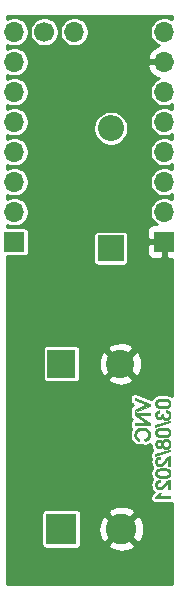
<source format=gbl>
%TF.GenerationSoftware,KiCad,Pcbnew,(5.1.9)-1*%
%TF.CreationDate,2021-12-09T11:09:14-03:00*%
%TF.ProjectId,HV_stepstick_adapter,48565f73-7465-4707-9374-69636b5f6164,rev?*%
%TF.SameCoordinates,Original*%
%TF.FileFunction,Copper,L2,Bot*%
%TF.FilePolarity,Positive*%
%FSLAX46Y46*%
G04 Gerber Fmt 4.6, Leading zero omitted, Abs format (unit mm)*
G04 Created by KiCad (PCBNEW (5.1.9)-1) date 2021-12-09 11:09:14*
%MOMM*%
%LPD*%
G01*
G04 APERTURE LIST*
%TA.AperFunction,NonConductor*%
%ADD10C,0.066145*%
%TD*%
%TA.AperFunction,ComponentPad*%
%ADD11R,2.400000X2.400000*%
%TD*%
%TA.AperFunction,ComponentPad*%
%ADD12C,2.400000*%
%TD*%
%TA.AperFunction,ComponentPad*%
%ADD13R,2.600000X2.600000*%
%TD*%
%TA.AperFunction,ComponentPad*%
%ADD14C,2.600000*%
%TD*%
%TA.AperFunction,ComponentPad*%
%ADD15R,1.700000X1.700000*%
%TD*%
%TA.AperFunction,ComponentPad*%
%ADD16O,1.700000X1.700000*%
%TD*%
%TA.AperFunction,ComponentPad*%
%ADD17C,1.700000*%
%TD*%
%TA.AperFunction,ComponentPad*%
%ADD18R,2.200000X2.200000*%
%TD*%
%TA.AperFunction,ComponentPad*%
%ADD19O,2.200000X2.200000*%
%TD*%
%TA.AperFunction,Conductor*%
%ADD20C,0.254000*%
%TD*%
%TA.AperFunction,Conductor*%
%ADD21C,0.100000*%
%TD*%
G04 APERTURE END LIST*
D10*
G36*
X106428612Y-140876982D02*
G01*
X106470752Y-140878443D01*
X106511344Y-140880878D01*
X106550388Y-140884287D01*
X106587883Y-140888671D01*
X106623831Y-140894030D01*
X106658231Y-140900364D01*
X106691083Y-140907673D01*
X106722388Y-140915958D01*
X106752145Y-140925219D01*
X106780355Y-140935456D01*
X106807017Y-140946670D01*
X106832133Y-140958860D01*
X106855702Y-140972027D01*
X106877723Y-140986172D01*
X106898199Y-141001293D01*
X106914051Y-141014626D01*
X106928880Y-141028571D01*
X106942686Y-141043129D01*
X106955468Y-141058298D01*
X106967226Y-141074080D01*
X106977962Y-141090475D01*
X106987674Y-141107482D01*
X106996363Y-141125101D01*
X107004030Y-141143332D01*
X107010674Y-141162176D01*
X107016295Y-141181632D01*
X107020894Y-141201701D01*
X107024471Y-141222381D01*
X107027026Y-141243674D01*
X107028558Y-141265580D01*
X107029069Y-141288097D01*
X107028780Y-141305243D01*
X107027914Y-141322014D01*
X107026469Y-141338409D01*
X107024446Y-141354429D01*
X107021845Y-141370073D01*
X107018666Y-141385341D01*
X107014908Y-141400233D01*
X107010572Y-141414748D01*
X107005658Y-141428886D01*
X107000164Y-141442647D01*
X106994092Y-141456031D01*
X106987441Y-141469038D01*
X106980211Y-141481666D01*
X106972401Y-141493917D01*
X106964013Y-141505789D01*
X106955045Y-141517283D01*
X106945440Y-141528516D01*
X106935358Y-141539393D01*
X106924800Y-141549913D01*
X106913764Y-141560077D01*
X106902251Y-141569884D01*
X106890261Y-141579334D01*
X106877793Y-141588428D01*
X106864848Y-141597165D01*
X106851425Y-141605546D01*
X106837524Y-141613570D01*
X106823145Y-141621237D01*
X106808288Y-141628548D01*
X106792953Y-141635502D01*
X106777139Y-141642099D01*
X106760846Y-141648340D01*
X106744075Y-141654224D01*
X106726624Y-141659752D01*
X106708507Y-141664921D01*
X106689724Y-141669734D01*
X106670275Y-141674189D01*
X106650159Y-141678286D01*
X106629378Y-141682027D01*
X106607930Y-141685411D01*
X106585816Y-141688439D01*
X106563036Y-141691109D01*
X106539590Y-141693423D01*
X106490700Y-141696983D01*
X106439145Y-141699118D01*
X106384925Y-141699829D01*
X106379832Y-141699768D01*
X106375046Y-141699596D01*
X106370527Y-141699326D01*
X106366235Y-141698974D01*
X106358177Y-141698077D01*
X106350556Y-141697020D01*
X106343056Y-141695919D01*
X106335363Y-141694888D01*
X106327160Y-141694043D01*
X106322769Y-141693726D01*
X106318132Y-141693499D01*
X106318132Y-141535757D01*
X106326918Y-141536192D01*
X106335111Y-141536841D01*
X106350657Y-141538447D01*
X106358477Y-141539235D01*
X106366639Y-141539902D01*
X106375377Y-141540364D01*
X106380035Y-141540492D01*
X106384925Y-141540537D01*
X106459210Y-141539391D01*
X106527035Y-141535955D01*
X106558525Y-141533378D01*
X106588400Y-141530229D01*
X106616661Y-141526507D01*
X106643306Y-141522214D01*
X106668337Y-141517348D01*
X106691753Y-141511911D01*
X106713554Y-141505902D01*
X106733740Y-141499321D01*
X106752311Y-141492169D01*
X106769267Y-141484446D01*
X106784609Y-141476151D01*
X106798335Y-141467285D01*
X106810851Y-141458107D01*
X106822559Y-141448658D01*
X106833460Y-141438940D01*
X106843553Y-141428952D01*
X106852838Y-141418694D01*
X106861316Y-141408167D01*
X106868987Y-141397370D01*
X106875850Y-141386304D01*
X106881906Y-141374968D01*
X106887154Y-141363364D01*
X106891594Y-141351491D01*
X106895228Y-141339349D01*
X106898054Y-141326939D01*
X106900072Y-141314260D01*
X106901283Y-141301313D01*
X106901687Y-141288097D01*
X106901286Y-141274879D01*
X106900082Y-141261924D01*
X106898076Y-141249233D01*
X106895268Y-141236804D01*
X106891658Y-141224639D01*
X106887247Y-141212736D01*
X106882034Y-141201096D01*
X106876021Y-141189718D01*
X106869207Y-141178603D01*
X106861592Y-141167750D01*
X106853178Y-141157160D01*
X106843963Y-141146831D01*
X106833949Y-141136764D01*
X106823135Y-141126959D01*
X106811522Y-141117415D01*
X106799110Y-141108133D01*
X106785381Y-141099373D01*
X106770033Y-141091177D01*
X106753064Y-141083547D01*
X106734475Y-141076482D01*
X106714266Y-141069982D01*
X106692435Y-141064047D01*
X106668983Y-141058677D01*
X106643910Y-141053873D01*
X106617215Y-141049634D01*
X106588899Y-141045960D01*
X106558960Y-141042851D01*
X106527399Y-141040308D01*
X106494215Y-141038329D01*
X106459408Y-141036916D01*
X106422978Y-141036068D01*
X106384925Y-141035786D01*
X106380090Y-141035833D01*
X106375470Y-141035967D01*
X106366764Y-141036451D01*
X106358591Y-141037152D01*
X106350735Y-141037980D01*
X106335102Y-141039671D01*
X106326893Y-141040358D01*
X106318132Y-141040823D01*
X106318130Y-140884893D01*
X106322807Y-140884626D01*
X106327236Y-140884231D01*
X106331455Y-140883728D01*
X106335504Y-140883138D01*
X106343245Y-140881774D01*
X106350770Y-140880300D01*
X106358390Y-140878875D01*
X106362332Y-140878231D01*
X106366415Y-140877660D01*
X106370676Y-140877180D01*
X106375156Y-140876813D01*
X106379892Y-140876578D01*
X106384923Y-140876495D01*
X106428612Y-140876982D01*
G37*
X106428612Y-140876982D02*
X106470752Y-140878443D01*
X106511344Y-140880878D01*
X106550388Y-140884287D01*
X106587883Y-140888671D01*
X106623831Y-140894030D01*
X106658231Y-140900364D01*
X106691083Y-140907673D01*
X106722388Y-140915958D01*
X106752145Y-140925219D01*
X106780355Y-140935456D01*
X106807017Y-140946670D01*
X106832133Y-140958860D01*
X106855702Y-140972027D01*
X106877723Y-140986172D01*
X106898199Y-141001293D01*
X106914051Y-141014626D01*
X106928880Y-141028571D01*
X106942686Y-141043129D01*
X106955468Y-141058298D01*
X106967226Y-141074080D01*
X106977962Y-141090475D01*
X106987674Y-141107482D01*
X106996363Y-141125101D01*
X107004030Y-141143332D01*
X107010674Y-141162176D01*
X107016295Y-141181632D01*
X107020894Y-141201701D01*
X107024471Y-141222381D01*
X107027026Y-141243674D01*
X107028558Y-141265580D01*
X107029069Y-141288097D01*
X107028780Y-141305243D01*
X107027914Y-141322014D01*
X107026469Y-141338409D01*
X107024446Y-141354429D01*
X107021845Y-141370073D01*
X107018666Y-141385341D01*
X107014908Y-141400233D01*
X107010572Y-141414748D01*
X107005658Y-141428886D01*
X107000164Y-141442647D01*
X106994092Y-141456031D01*
X106987441Y-141469038D01*
X106980211Y-141481666D01*
X106972401Y-141493917D01*
X106964013Y-141505789D01*
X106955045Y-141517283D01*
X106945440Y-141528516D01*
X106935358Y-141539393D01*
X106924800Y-141549913D01*
X106913764Y-141560077D01*
X106902251Y-141569884D01*
X106890261Y-141579334D01*
X106877793Y-141588428D01*
X106864848Y-141597165D01*
X106851425Y-141605546D01*
X106837524Y-141613570D01*
X106823145Y-141621237D01*
X106808288Y-141628548D01*
X106792953Y-141635502D01*
X106777139Y-141642099D01*
X106760846Y-141648340D01*
X106744075Y-141654224D01*
X106726624Y-141659752D01*
X106708507Y-141664921D01*
X106689724Y-141669734D01*
X106670275Y-141674189D01*
X106650159Y-141678286D01*
X106629378Y-141682027D01*
X106607930Y-141685411D01*
X106585816Y-141688439D01*
X106563036Y-141691109D01*
X106539590Y-141693423D01*
X106490700Y-141696983D01*
X106439145Y-141699118D01*
X106384925Y-141699829D01*
X106379832Y-141699768D01*
X106375046Y-141699596D01*
X106370527Y-141699326D01*
X106366235Y-141698974D01*
X106358177Y-141698077D01*
X106350556Y-141697020D01*
X106343056Y-141695919D01*
X106335363Y-141694888D01*
X106327160Y-141694043D01*
X106322769Y-141693726D01*
X106318132Y-141693499D01*
X106318132Y-141535757D01*
X106326918Y-141536192D01*
X106335111Y-141536841D01*
X106350657Y-141538447D01*
X106358477Y-141539235D01*
X106366639Y-141539902D01*
X106375377Y-141540364D01*
X106380035Y-141540492D01*
X106384925Y-141540537D01*
X106459210Y-141539391D01*
X106527035Y-141535955D01*
X106558525Y-141533378D01*
X106588400Y-141530229D01*
X106616661Y-141526507D01*
X106643306Y-141522214D01*
X106668337Y-141517348D01*
X106691753Y-141511911D01*
X106713554Y-141505902D01*
X106733740Y-141499321D01*
X106752311Y-141492169D01*
X106769267Y-141484446D01*
X106784609Y-141476151D01*
X106798335Y-141467285D01*
X106810851Y-141458107D01*
X106822559Y-141448658D01*
X106833460Y-141438940D01*
X106843553Y-141428952D01*
X106852838Y-141418694D01*
X106861316Y-141408167D01*
X106868987Y-141397370D01*
X106875850Y-141386304D01*
X106881906Y-141374968D01*
X106887154Y-141363364D01*
X106891594Y-141351491D01*
X106895228Y-141339349D01*
X106898054Y-141326939D01*
X106900072Y-141314260D01*
X106901283Y-141301313D01*
X106901687Y-141288097D01*
X106901286Y-141274879D01*
X106900082Y-141261924D01*
X106898076Y-141249233D01*
X106895268Y-141236804D01*
X106891658Y-141224639D01*
X106887247Y-141212736D01*
X106882034Y-141201096D01*
X106876021Y-141189718D01*
X106869207Y-141178603D01*
X106861592Y-141167750D01*
X106853178Y-141157160D01*
X106843963Y-141146831D01*
X106833949Y-141136764D01*
X106823135Y-141126959D01*
X106811522Y-141117415D01*
X106799110Y-141108133D01*
X106785381Y-141099373D01*
X106770033Y-141091177D01*
X106753064Y-141083547D01*
X106734475Y-141076482D01*
X106714266Y-141069982D01*
X106692435Y-141064047D01*
X106668983Y-141058677D01*
X106643910Y-141053873D01*
X106617215Y-141049634D01*
X106588899Y-141045960D01*
X106558960Y-141042851D01*
X106527399Y-141040308D01*
X106494215Y-141038329D01*
X106459408Y-141036916D01*
X106422978Y-141036068D01*
X106384925Y-141035786D01*
X106380090Y-141035833D01*
X106375470Y-141035967D01*
X106366764Y-141036451D01*
X106358591Y-141037152D01*
X106350735Y-141037980D01*
X106335102Y-141039671D01*
X106326893Y-141040358D01*
X106318132Y-141040823D01*
X106318130Y-140884893D01*
X106322807Y-140884626D01*
X106327236Y-140884231D01*
X106331455Y-140883728D01*
X106335504Y-140883138D01*
X106343245Y-140881774D01*
X106350770Y-140880300D01*
X106358390Y-140878875D01*
X106362332Y-140878231D01*
X106366415Y-140877660D01*
X106370676Y-140877180D01*
X106375156Y-140876813D01*
X106379892Y-140876578D01*
X106384923Y-140876495D01*
X106428612Y-140876982D01*
G36*
X106277435Y-143497007D02*
G01*
X106225033Y-143500852D01*
X106175663Y-143505933D01*
X106129601Y-143512367D01*
X106107897Y-143516127D01*
X106087124Y-143520268D01*
X106067316Y-143524804D01*
X106048508Y-143529750D01*
X106030734Y-143535121D01*
X106014029Y-143540930D01*
X105998428Y-143547192D01*
X105983964Y-143553921D01*
X105970673Y-143561132D01*
X105958589Y-143568838D01*
X105947638Y-143576973D01*
X105937394Y-143585445D01*
X105927856Y-143594253D01*
X105919025Y-143603397D01*
X105910900Y-143612878D01*
X105903482Y-143622695D01*
X105896770Y-143632848D01*
X105890765Y-143643338D01*
X105885466Y-143654165D01*
X105880873Y-143665328D01*
X105876987Y-143676827D01*
X105873808Y-143688663D01*
X105871335Y-143700835D01*
X105869569Y-143713344D01*
X105868509Y-143726189D01*
X105868156Y-143739370D01*
X105868556Y-143752794D01*
X105869755Y-143765935D01*
X105871755Y-143778794D01*
X105874555Y-143791370D01*
X105878155Y-143803664D01*
X105882555Y-143815674D01*
X105887756Y-143827403D01*
X105893757Y-143838848D01*
X105900559Y-143850011D01*
X105908162Y-143860891D01*
X105916566Y-143871489D01*
X105925771Y-143881804D01*
X105935777Y-143891837D01*
X105946584Y-143901587D01*
X105958193Y-143911054D01*
X105970603Y-143920239D01*
X105981419Y-143927265D01*
X105993523Y-143933841D01*
X106006878Y-143939979D01*
X106021447Y-143945693D01*
X106037193Y-143950995D01*
X106054079Y-143955898D01*
X106072067Y-143960415D01*
X106091121Y-143964560D01*
X106111202Y-143968346D01*
X106132274Y-143971784D01*
X106154300Y-143974889D01*
X106177243Y-143977674D01*
X106201065Y-143980151D01*
X106225728Y-143982333D01*
X106277433Y-143985867D01*
X106277433Y-144142576D01*
X106174233Y-144136373D01*
X106149860Y-144134296D01*
X106126896Y-144131704D01*
X106105762Y-144128443D01*
X106096011Y-144126514D01*
X106086875Y-144124361D01*
X106059640Y-144116917D01*
X106033484Y-144108798D01*
X106008406Y-144100003D01*
X105984406Y-144090535D01*
X105961483Y-144080393D01*
X105939635Y-144069580D01*
X105929114Y-144063922D01*
X105918861Y-144058096D01*
X105908877Y-144052103D01*
X105899162Y-144045942D01*
X105889616Y-144039594D01*
X105880358Y-144033037D01*
X105871388Y-144026271D01*
X105862706Y-144019297D01*
X105854312Y-144012114D01*
X105846207Y-144004723D01*
X105838391Y-143997123D01*
X105830863Y-143989314D01*
X105823625Y-143981297D01*
X105816677Y-143973071D01*
X105810018Y-143964636D01*
X105803650Y-143955993D01*
X105797572Y-143947141D01*
X105791784Y-143938081D01*
X105786287Y-143928812D01*
X105781082Y-143919334D01*
X105776075Y-143909655D01*
X105771392Y-143899781D01*
X105767032Y-143889711D01*
X105762995Y-143879447D01*
X105759280Y-143868987D01*
X105755889Y-143858332D01*
X105752821Y-143847482D01*
X105750075Y-143836437D01*
X105747653Y-143825196D01*
X105745553Y-143813761D01*
X105743777Y-143802130D01*
X105742324Y-143790305D01*
X105741193Y-143778284D01*
X105740386Y-143766068D01*
X105739901Y-143753657D01*
X105739740Y-143741051D01*
X105740030Y-143724007D01*
X105740901Y-143707328D01*
X105742352Y-143691013D01*
X105744382Y-143675062D01*
X105746993Y-143659475D01*
X105750183Y-143644252D01*
X105753952Y-143629392D01*
X105758300Y-143614896D01*
X105763226Y-143600763D01*
X105768731Y-143586993D01*
X105774815Y-143573587D01*
X105781476Y-143560543D01*
X105788715Y-143547862D01*
X105796531Y-143535544D01*
X105804925Y-143523588D01*
X105813896Y-143511995D01*
X105823399Y-143500863D01*
X105833393Y-143490073D01*
X105843878Y-143479627D01*
X105854853Y-143469524D01*
X105866319Y-143459764D01*
X105878275Y-143450347D01*
X105890723Y-143441273D01*
X105903661Y-143432543D01*
X105917091Y-143424156D01*
X105931012Y-143416112D01*
X105945425Y-143408411D01*
X105960329Y-143401053D01*
X105975725Y-143394038D01*
X105991612Y-143387367D01*
X106007992Y-143381039D01*
X106024864Y-143375053D01*
X106037171Y-143371246D01*
X106050195Y-143367809D01*
X106063880Y-143364716D01*
X106078173Y-143361938D01*
X106093019Y-143359447D01*
X106108366Y-143357215D01*
X106140341Y-143353418D01*
X106173668Y-143350323D01*
X106207913Y-143347706D01*
X106277433Y-143343014D01*
X106277435Y-143343012D01*
X106277435Y-143497007D01*
G37*
X106277435Y-143497007D02*
X106225033Y-143500852D01*
X106175663Y-143505933D01*
X106129601Y-143512367D01*
X106107897Y-143516127D01*
X106087124Y-143520268D01*
X106067316Y-143524804D01*
X106048508Y-143529750D01*
X106030734Y-143535121D01*
X106014029Y-143540930D01*
X105998428Y-143547192D01*
X105983964Y-143553921D01*
X105970673Y-143561132D01*
X105958589Y-143568838D01*
X105947638Y-143576973D01*
X105937394Y-143585445D01*
X105927856Y-143594253D01*
X105919025Y-143603397D01*
X105910900Y-143612878D01*
X105903482Y-143622695D01*
X105896770Y-143632848D01*
X105890765Y-143643338D01*
X105885466Y-143654165D01*
X105880873Y-143665328D01*
X105876987Y-143676827D01*
X105873808Y-143688663D01*
X105871335Y-143700835D01*
X105869569Y-143713344D01*
X105868509Y-143726189D01*
X105868156Y-143739370D01*
X105868556Y-143752794D01*
X105869755Y-143765935D01*
X105871755Y-143778794D01*
X105874555Y-143791370D01*
X105878155Y-143803664D01*
X105882555Y-143815674D01*
X105887756Y-143827403D01*
X105893757Y-143838848D01*
X105900559Y-143850011D01*
X105908162Y-143860891D01*
X105916566Y-143871489D01*
X105925771Y-143881804D01*
X105935777Y-143891837D01*
X105946584Y-143901587D01*
X105958193Y-143911054D01*
X105970603Y-143920239D01*
X105981419Y-143927265D01*
X105993523Y-143933841D01*
X106006878Y-143939979D01*
X106021447Y-143945693D01*
X106037193Y-143950995D01*
X106054079Y-143955898D01*
X106072067Y-143960415D01*
X106091121Y-143964560D01*
X106111202Y-143968346D01*
X106132274Y-143971784D01*
X106154300Y-143974889D01*
X106177243Y-143977674D01*
X106201065Y-143980151D01*
X106225728Y-143982333D01*
X106277433Y-143985867D01*
X106277433Y-144142576D01*
X106174233Y-144136373D01*
X106149860Y-144134296D01*
X106126896Y-144131704D01*
X106105762Y-144128443D01*
X106096011Y-144126514D01*
X106086875Y-144124361D01*
X106059640Y-144116917D01*
X106033484Y-144108798D01*
X106008406Y-144100003D01*
X105984406Y-144090535D01*
X105961483Y-144080393D01*
X105939635Y-144069580D01*
X105929114Y-144063922D01*
X105918861Y-144058096D01*
X105908877Y-144052103D01*
X105899162Y-144045942D01*
X105889616Y-144039594D01*
X105880358Y-144033037D01*
X105871388Y-144026271D01*
X105862706Y-144019297D01*
X105854312Y-144012114D01*
X105846207Y-144004723D01*
X105838391Y-143997123D01*
X105830863Y-143989314D01*
X105823625Y-143981297D01*
X105816677Y-143973071D01*
X105810018Y-143964636D01*
X105803650Y-143955993D01*
X105797572Y-143947141D01*
X105791784Y-143938081D01*
X105786287Y-143928812D01*
X105781082Y-143919334D01*
X105776075Y-143909655D01*
X105771392Y-143899781D01*
X105767032Y-143889711D01*
X105762995Y-143879447D01*
X105759280Y-143868987D01*
X105755889Y-143858332D01*
X105752821Y-143847482D01*
X105750075Y-143836437D01*
X105747653Y-143825196D01*
X105745553Y-143813761D01*
X105743777Y-143802130D01*
X105742324Y-143790305D01*
X105741193Y-143778284D01*
X105740386Y-143766068D01*
X105739901Y-143753657D01*
X105739740Y-143741051D01*
X105740030Y-143724007D01*
X105740901Y-143707328D01*
X105742352Y-143691013D01*
X105744382Y-143675062D01*
X105746993Y-143659475D01*
X105750183Y-143644252D01*
X105753952Y-143629392D01*
X105758300Y-143614896D01*
X105763226Y-143600763D01*
X105768731Y-143586993D01*
X105774815Y-143573587D01*
X105781476Y-143560543D01*
X105788715Y-143547862D01*
X105796531Y-143535544D01*
X105804925Y-143523588D01*
X105813896Y-143511995D01*
X105823399Y-143500863D01*
X105833393Y-143490073D01*
X105843878Y-143479627D01*
X105854853Y-143469524D01*
X105866319Y-143459764D01*
X105878275Y-143450347D01*
X105890723Y-143441273D01*
X105903661Y-143432543D01*
X105917091Y-143424156D01*
X105931012Y-143416112D01*
X105945425Y-143408411D01*
X105960329Y-143401053D01*
X105975725Y-143394038D01*
X105991612Y-143387367D01*
X106007992Y-143381039D01*
X106024864Y-143375053D01*
X106037171Y-143371246D01*
X106050195Y-143367809D01*
X106063880Y-143364716D01*
X106078173Y-143361938D01*
X106093019Y-143359447D01*
X106108366Y-143357215D01*
X106140341Y-143353418D01*
X106173668Y-143350323D01*
X106207913Y-143347706D01*
X106277433Y-143343014D01*
X106277435Y-143343012D01*
X106277435Y-143497007D01*
G36*
X107007600Y-145762460D02*
G01*
X107007600Y-146597034D01*
X106858600Y-146597034D01*
X106858589Y-145977780D01*
X106848051Y-145984455D01*
X106837541Y-145991561D01*
X106827057Y-145999097D01*
X106816600Y-146007064D01*
X106806171Y-146015461D01*
X106795768Y-146024289D01*
X106785392Y-146033548D01*
X106775043Y-146043237D01*
X106763321Y-146054702D01*
X106749259Y-146069290D01*
X106732854Y-146087000D01*
X106714108Y-146107832D01*
X106669592Y-146158863D01*
X106615709Y-146222382D01*
X106581339Y-146262660D01*
X106548852Y-146299950D01*
X106518250Y-146334253D01*
X106489532Y-146365569D01*
X106462698Y-146393897D01*
X106437748Y-146419237D01*
X106414682Y-146441590D01*
X106393501Y-146460955D01*
X106383411Y-146469837D01*
X106373382Y-146478395D01*
X106363414Y-146486631D01*
X106353506Y-146494544D01*
X106343658Y-146502134D01*
X106333871Y-146509401D01*
X106324145Y-146516345D01*
X106314479Y-146522966D01*
X106304874Y-146529264D01*
X106295329Y-146535239D01*
X106285845Y-146540891D01*
X106276421Y-146546220D01*
X106267058Y-146551227D01*
X106257755Y-146555910D01*
X106248513Y-146560270D01*
X106239332Y-146564307D01*
X106230171Y-146568062D01*
X106220989Y-146571574D01*
X106211788Y-146574844D01*
X106202566Y-146577872D01*
X106193324Y-146580658D01*
X106184062Y-146583202D01*
X106174780Y-146585503D01*
X106165477Y-146587562D01*
X106156155Y-146589378D01*
X106146812Y-146590953D01*
X106137449Y-146592285D01*
X106128066Y-146593375D01*
X106118662Y-146594223D01*
X106109239Y-146594829D01*
X106099795Y-146595192D01*
X106090331Y-146595313D01*
X106071895Y-146594899D01*
X106053835Y-146593658D01*
X106036152Y-146591589D01*
X106018846Y-146588692D01*
X106001917Y-146584968D01*
X105985364Y-146580416D01*
X105969188Y-146575036D01*
X105953389Y-146568829D01*
X105937967Y-146561794D01*
X105922921Y-146553931D01*
X105908253Y-146545241D01*
X105893961Y-146535723D01*
X105880046Y-146525378D01*
X105866508Y-146514205D01*
X105853347Y-146502204D01*
X105840562Y-146489376D01*
X105828360Y-146475838D01*
X105816945Y-146461708D01*
X105806317Y-146446985D01*
X105796476Y-146431671D01*
X105787423Y-146415764D01*
X105779156Y-146399265D01*
X105771677Y-146382174D01*
X105764986Y-146364491D01*
X105759081Y-146346216D01*
X105753964Y-146327349D01*
X105749634Y-146307889D01*
X105746091Y-146287838D01*
X105743336Y-146267194D01*
X105741368Y-146245958D01*
X105740187Y-146224131D01*
X105739793Y-146201711D01*
X105740160Y-146179496D01*
X105741260Y-146157853D01*
X105743094Y-146136782D01*
X105745661Y-146116283D01*
X105748961Y-146096356D01*
X105752995Y-146077001D01*
X105757763Y-146058218D01*
X105763263Y-146040007D01*
X105769498Y-146022367D01*
X105776465Y-146005300D01*
X105784166Y-145988805D01*
X105792601Y-145972881D01*
X105801769Y-145957529D01*
X105811670Y-145942750D01*
X105822305Y-145928542D01*
X105833673Y-145914907D01*
X105845633Y-145901910D01*
X105858260Y-145889620D01*
X105871552Y-145878037D01*
X105885511Y-145867160D01*
X105900136Y-145856989D01*
X105915426Y-145847525D01*
X105931384Y-145838768D01*
X105948007Y-145830717D01*
X105965296Y-145823373D01*
X105983252Y-145816735D01*
X106001873Y-145810804D01*
X106021161Y-145805579D01*
X106041115Y-145801060D01*
X106061735Y-145797248D01*
X106083022Y-145794143D01*
X106104974Y-145791744D01*
X106121349Y-145951079D01*
X106106694Y-145951446D01*
X106092442Y-145952331D01*
X106078595Y-145953734D01*
X106065151Y-145955655D01*
X106052111Y-145958094D01*
X106039474Y-145961051D01*
X106027241Y-145964527D01*
X106015412Y-145968520D01*
X106003987Y-145973032D01*
X105992965Y-145978062D01*
X105982347Y-145983609D01*
X105972133Y-145989675D01*
X105962323Y-145996259D01*
X105952916Y-146003362D01*
X105943913Y-146010982D01*
X105935314Y-146019120D01*
X105927179Y-146027692D01*
X105919568Y-146036615D01*
X105912483Y-146045887D01*
X105905923Y-146055509D01*
X105899887Y-146065481D01*
X105894376Y-146075802D01*
X105889390Y-146086474D01*
X105884929Y-146097496D01*
X105880993Y-146108867D01*
X105877582Y-146120589D01*
X105874695Y-146132660D01*
X105872333Y-146145081D01*
X105870497Y-146157852D01*
X105869185Y-146170973D01*
X105868397Y-146184444D01*
X105868135Y-146198265D01*
X105868384Y-146211349D01*
X105869131Y-146224117D01*
X105870375Y-146236568D01*
X105872118Y-146248703D01*
X105874359Y-146260522D01*
X105877097Y-146272025D01*
X105880334Y-146283211D01*
X105884068Y-146294082D01*
X105888300Y-146304636D01*
X105893031Y-146314873D01*
X105898259Y-146324795D01*
X105903985Y-146334400D01*
X105910209Y-146343689D01*
X105916931Y-146352662D01*
X105924151Y-146361318D01*
X105931869Y-146369658D01*
X105939843Y-146377689D01*
X105948045Y-146385202D01*
X105956476Y-146392196D01*
X105965136Y-146398672D01*
X105974024Y-146404630D01*
X105983142Y-146410071D01*
X105992488Y-146414993D01*
X106002063Y-146419397D01*
X106011867Y-146423282D01*
X106021899Y-146426650D01*
X106032160Y-146429500D01*
X106042650Y-146431831D01*
X106053369Y-146433645D01*
X106064317Y-146434940D01*
X106075493Y-146435717D01*
X106086898Y-146435976D01*
X106097923Y-146435693D01*
X106109036Y-146434846D01*
X106120236Y-146433433D01*
X106131523Y-146431454D01*
X106142898Y-146428911D01*
X106154361Y-146425802D01*
X106165911Y-146422128D01*
X106177548Y-146417889D01*
X106189273Y-146413085D01*
X106201085Y-146407716D01*
X106212985Y-146401781D01*
X106224972Y-146395281D01*
X106237047Y-146388216D01*
X106249209Y-146380586D01*
X106261459Y-146372390D01*
X106273796Y-146363629D01*
X106286344Y-146354065D01*
X106299445Y-146343457D01*
X106327302Y-146319112D01*
X106357366Y-146290596D01*
X106389637Y-146257908D01*
X106424115Y-146221048D01*
X106460799Y-146180017D01*
X106499691Y-146134813D01*
X106540790Y-146085438D01*
X106567517Y-146053248D01*
X106593436Y-146022996D01*
X106618547Y-145994681D01*
X106642851Y-145968305D01*
X106666348Y-145943866D01*
X106689037Y-145921365D01*
X106710918Y-145900802D01*
X106731992Y-145882177D01*
X106742338Y-145873605D01*
X106752703Y-145865329D01*
X106763089Y-145857348D01*
X106773495Y-145849664D01*
X106783921Y-145842276D01*
X106794368Y-145835184D01*
X106804834Y-145828388D01*
X106815321Y-145821888D01*
X106825828Y-145815684D01*
X106836355Y-145809777D01*
X106846902Y-145804165D01*
X106857469Y-145798849D01*
X106868057Y-145793830D01*
X106878664Y-145789106D01*
X106889292Y-145784679D01*
X106899940Y-145780547D01*
X106906417Y-145778155D01*
X106912927Y-145775931D01*
X106919471Y-145773875D01*
X106926048Y-145771987D01*
X106932659Y-145770268D01*
X106939304Y-145768716D01*
X106945982Y-145767334D01*
X106952694Y-145766119D01*
X106959440Y-145765073D01*
X106966219Y-145764195D01*
X106973032Y-145763485D01*
X106979878Y-145762943D01*
X106986758Y-145762570D01*
X106993672Y-145762365D01*
X107000619Y-145762328D01*
X107007600Y-145762460D01*
G37*
X107007600Y-145762460D02*
X107007600Y-146597034D01*
X106858600Y-146597034D01*
X106858589Y-145977780D01*
X106848051Y-145984455D01*
X106837541Y-145991561D01*
X106827057Y-145999097D01*
X106816600Y-146007064D01*
X106806171Y-146015461D01*
X106795768Y-146024289D01*
X106785392Y-146033548D01*
X106775043Y-146043237D01*
X106763321Y-146054702D01*
X106749259Y-146069290D01*
X106732854Y-146087000D01*
X106714108Y-146107832D01*
X106669592Y-146158863D01*
X106615709Y-146222382D01*
X106581339Y-146262660D01*
X106548852Y-146299950D01*
X106518250Y-146334253D01*
X106489532Y-146365569D01*
X106462698Y-146393897D01*
X106437748Y-146419237D01*
X106414682Y-146441590D01*
X106393501Y-146460955D01*
X106383411Y-146469837D01*
X106373382Y-146478395D01*
X106363414Y-146486631D01*
X106353506Y-146494544D01*
X106343658Y-146502134D01*
X106333871Y-146509401D01*
X106324145Y-146516345D01*
X106314479Y-146522966D01*
X106304874Y-146529264D01*
X106295329Y-146535239D01*
X106285845Y-146540891D01*
X106276421Y-146546220D01*
X106267058Y-146551227D01*
X106257755Y-146555910D01*
X106248513Y-146560270D01*
X106239332Y-146564307D01*
X106230171Y-146568062D01*
X106220989Y-146571574D01*
X106211788Y-146574844D01*
X106202566Y-146577872D01*
X106193324Y-146580658D01*
X106184062Y-146583202D01*
X106174780Y-146585503D01*
X106165477Y-146587562D01*
X106156155Y-146589378D01*
X106146812Y-146590953D01*
X106137449Y-146592285D01*
X106128066Y-146593375D01*
X106118662Y-146594223D01*
X106109239Y-146594829D01*
X106099795Y-146595192D01*
X106090331Y-146595313D01*
X106071895Y-146594899D01*
X106053835Y-146593658D01*
X106036152Y-146591589D01*
X106018846Y-146588692D01*
X106001917Y-146584968D01*
X105985364Y-146580416D01*
X105969188Y-146575036D01*
X105953389Y-146568829D01*
X105937967Y-146561794D01*
X105922921Y-146553931D01*
X105908253Y-146545241D01*
X105893961Y-146535723D01*
X105880046Y-146525378D01*
X105866508Y-146514205D01*
X105853347Y-146502204D01*
X105840562Y-146489376D01*
X105828360Y-146475838D01*
X105816945Y-146461708D01*
X105806317Y-146446985D01*
X105796476Y-146431671D01*
X105787423Y-146415764D01*
X105779156Y-146399265D01*
X105771677Y-146382174D01*
X105764986Y-146364491D01*
X105759081Y-146346216D01*
X105753964Y-146327349D01*
X105749634Y-146307889D01*
X105746091Y-146287838D01*
X105743336Y-146267194D01*
X105741368Y-146245958D01*
X105740187Y-146224131D01*
X105739793Y-146201711D01*
X105740160Y-146179496D01*
X105741260Y-146157853D01*
X105743094Y-146136782D01*
X105745661Y-146116283D01*
X105748961Y-146096356D01*
X105752995Y-146077001D01*
X105757763Y-146058218D01*
X105763263Y-146040007D01*
X105769498Y-146022367D01*
X105776465Y-146005300D01*
X105784166Y-145988805D01*
X105792601Y-145972881D01*
X105801769Y-145957529D01*
X105811670Y-145942750D01*
X105822305Y-145928542D01*
X105833673Y-145914907D01*
X105845633Y-145901910D01*
X105858260Y-145889620D01*
X105871552Y-145878037D01*
X105885511Y-145867160D01*
X105900136Y-145856989D01*
X105915426Y-145847525D01*
X105931384Y-145838768D01*
X105948007Y-145830717D01*
X105965296Y-145823373D01*
X105983252Y-145816735D01*
X106001873Y-145810804D01*
X106021161Y-145805579D01*
X106041115Y-145801060D01*
X106061735Y-145797248D01*
X106083022Y-145794143D01*
X106104974Y-145791744D01*
X106121349Y-145951079D01*
X106106694Y-145951446D01*
X106092442Y-145952331D01*
X106078595Y-145953734D01*
X106065151Y-145955655D01*
X106052111Y-145958094D01*
X106039474Y-145961051D01*
X106027241Y-145964527D01*
X106015412Y-145968520D01*
X106003987Y-145973032D01*
X105992965Y-145978062D01*
X105982347Y-145983609D01*
X105972133Y-145989675D01*
X105962323Y-145996259D01*
X105952916Y-146003362D01*
X105943913Y-146010982D01*
X105935314Y-146019120D01*
X105927179Y-146027692D01*
X105919568Y-146036615D01*
X105912483Y-146045887D01*
X105905923Y-146055509D01*
X105899887Y-146065481D01*
X105894376Y-146075802D01*
X105889390Y-146086474D01*
X105884929Y-146097496D01*
X105880993Y-146108867D01*
X105877582Y-146120589D01*
X105874695Y-146132660D01*
X105872333Y-146145081D01*
X105870497Y-146157852D01*
X105869185Y-146170973D01*
X105868397Y-146184444D01*
X105868135Y-146198265D01*
X105868384Y-146211349D01*
X105869131Y-146224117D01*
X105870375Y-146236568D01*
X105872118Y-146248703D01*
X105874359Y-146260522D01*
X105877097Y-146272025D01*
X105880334Y-146283211D01*
X105884068Y-146294082D01*
X105888300Y-146304636D01*
X105893031Y-146314873D01*
X105898259Y-146324795D01*
X105903985Y-146334400D01*
X105910209Y-146343689D01*
X105916931Y-146352662D01*
X105924151Y-146361318D01*
X105931869Y-146369658D01*
X105939843Y-146377689D01*
X105948045Y-146385202D01*
X105956476Y-146392196D01*
X105965136Y-146398672D01*
X105974024Y-146404630D01*
X105983142Y-146410071D01*
X105992488Y-146414993D01*
X106002063Y-146419397D01*
X106011867Y-146423282D01*
X106021899Y-146426650D01*
X106032160Y-146429500D01*
X106042650Y-146431831D01*
X106053369Y-146433645D01*
X106064317Y-146434940D01*
X106075493Y-146435717D01*
X106086898Y-146435976D01*
X106097923Y-146435693D01*
X106109036Y-146434846D01*
X106120236Y-146433433D01*
X106131523Y-146431454D01*
X106142898Y-146428911D01*
X106154361Y-146425802D01*
X106165911Y-146422128D01*
X106177548Y-146417889D01*
X106189273Y-146413085D01*
X106201085Y-146407716D01*
X106212985Y-146401781D01*
X106224972Y-146395281D01*
X106237047Y-146388216D01*
X106249209Y-146380586D01*
X106261459Y-146372390D01*
X106273796Y-146363629D01*
X106286344Y-146354065D01*
X106299445Y-146343457D01*
X106327302Y-146319112D01*
X106357366Y-146290596D01*
X106389637Y-146257908D01*
X106424115Y-146221048D01*
X106460799Y-146180017D01*
X106499691Y-146134813D01*
X106540790Y-146085438D01*
X106567517Y-146053248D01*
X106593436Y-146022996D01*
X106618547Y-145994681D01*
X106642851Y-145968305D01*
X106666348Y-145943866D01*
X106689037Y-145921365D01*
X106710918Y-145900802D01*
X106731992Y-145882177D01*
X106742338Y-145873605D01*
X106752703Y-145865329D01*
X106763089Y-145857348D01*
X106773495Y-145849664D01*
X106783921Y-145842276D01*
X106794368Y-145835184D01*
X106804834Y-145828388D01*
X106815321Y-145821888D01*
X106825828Y-145815684D01*
X106836355Y-145809777D01*
X106846902Y-145804165D01*
X106857469Y-145798849D01*
X106868057Y-145793830D01*
X106878664Y-145789106D01*
X106889292Y-145784679D01*
X106899940Y-145780547D01*
X106906417Y-145778155D01*
X106912927Y-145775931D01*
X106919471Y-145773875D01*
X106926048Y-145771987D01*
X106932659Y-145770268D01*
X106939304Y-145768716D01*
X106945982Y-145767334D01*
X106952694Y-145766119D01*
X106959440Y-145765073D01*
X106966219Y-145764195D01*
X106973032Y-145763485D01*
X106979878Y-145762943D01*
X106986758Y-145762570D01*
X106993672Y-145762365D01*
X107000619Y-145762328D01*
X107007600Y-145762460D01*
G36*
X106428610Y-143329805D02*
G01*
X106470750Y-143331270D01*
X106511342Y-143333712D01*
X106550386Y-143337129D01*
X106587881Y-143341523D01*
X106623829Y-143346893D01*
X106658229Y-143353238D01*
X106691081Y-143360560D01*
X106722386Y-143368857D01*
X106752143Y-143378130D01*
X106780353Y-143388378D01*
X106807016Y-143399601D01*
X106832131Y-143411800D01*
X106855700Y-143424973D01*
X106877722Y-143439122D01*
X106898197Y-143454245D01*
X106914049Y-143467578D01*
X106928878Y-143481523D01*
X106942684Y-143496081D01*
X106955466Y-143511251D01*
X106967224Y-143527033D01*
X106977960Y-143543427D01*
X106987672Y-143560434D01*
X106996361Y-143578053D01*
X107004028Y-143596284D01*
X107010672Y-143615128D01*
X107016293Y-143634584D01*
X107020892Y-143654652D01*
X107024469Y-143675333D01*
X107027024Y-143696626D01*
X107028557Y-143718531D01*
X107029067Y-143741049D01*
X107028779Y-143758193D01*
X107027912Y-143774960D01*
X107026467Y-143791349D01*
X107024444Y-143807360D01*
X107021843Y-143822994D01*
X107018664Y-143838251D01*
X107014907Y-143853131D01*
X107010570Y-143867634D01*
X107005656Y-143881761D01*
X107000162Y-143895510D01*
X106994090Y-143908883D01*
X106987439Y-143921880D01*
X106980209Y-143934500D01*
X106972400Y-143946744D01*
X106964011Y-143958612D01*
X106955043Y-143970104D01*
X106945438Y-143981338D01*
X106935357Y-143992215D01*
X106924798Y-144002735D01*
X106913762Y-144012899D01*
X106902249Y-144022706D01*
X106890259Y-144032156D01*
X106877791Y-144041250D01*
X106864846Y-144049987D01*
X106851423Y-144058368D01*
X106837522Y-144066392D01*
X106823143Y-144074059D01*
X106808286Y-144081370D01*
X106792951Y-144088324D01*
X106777137Y-144094921D01*
X106760844Y-144101162D01*
X106744073Y-144107046D01*
X106726622Y-144112575D01*
X106708505Y-144117749D01*
X106689722Y-144122567D01*
X106670273Y-144127031D01*
X106650157Y-144131138D01*
X106629376Y-144134890D01*
X106607928Y-144138286D01*
X106585814Y-144141325D01*
X106563034Y-144144008D01*
X106539588Y-144146334D01*
X106490698Y-144149914D01*
X106439143Y-144152064D01*
X106384923Y-144152781D01*
X106376699Y-144152693D01*
X106368920Y-144152443D01*
X106361533Y-144152050D01*
X106354487Y-144151532D01*
X106341206Y-144150201D01*
X106328659Y-144148602D01*
X106304092Y-144145209D01*
X106291234Y-144143722D01*
X106277437Y-144142576D01*
X106277437Y-143985867D01*
X106290928Y-143986791D01*
X106303811Y-143987923D01*
X106328936Y-143990400D01*
X106341770Y-143991542D01*
X106355182Y-143992483D01*
X106369468Y-143993123D01*
X106384923Y-143993359D01*
X106459208Y-143992218D01*
X106527033Y-143988797D01*
X106558523Y-143986229D01*
X106588398Y-143983091D01*
X106616659Y-143979381D01*
X106643304Y-143975100D01*
X106668335Y-143970246D01*
X106691751Y-143964820D01*
X106713552Y-143958822D01*
X106733738Y-143952252D01*
X106752309Y-143945108D01*
X106769265Y-143937391D01*
X106784607Y-143929101D01*
X106798334Y-143920237D01*
X106810849Y-143911058D01*
X106822557Y-143901610D01*
X106833458Y-143891891D01*
X106843551Y-143881903D01*
X106852836Y-143871645D01*
X106861314Y-143861118D01*
X106868985Y-143850321D01*
X106875848Y-143839255D01*
X106881904Y-143827920D01*
X106887152Y-143816316D01*
X106891593Y-143804443D01*
X106895226Y-143792301D01*
X106898052Y-143779890D01*
X106900070Y-143767212D01*
X106901281Y-143754264D01*
X106901685Y-143741049D01*
X106901284Y-143727831D01*
X106900080Y-143714876D01*
X106898074Y-143702184D01*
X106895266Y-143689756D01*
X106891656Y-143677590D01*
X106887245Y-143665687D01*
X106882033Y-143654047D01*
X106876019Y-143642670D01*
X106869205Y-143631555D01*
X106861590Y-143620702D01*
X106853176Y-143610111D01*
X106843961Y-143599782D01*
X106833947Y-143589715D01*
X106823133Y-143579910D01*
X106811520Y-143570367D01*
X106799108Y-143561085D01*
X106785379Y-143552324D01*
X106770031Y-143544128D01*
X106753062Y-143536498D01*
X106734473Y-143529433D01*
X106714264Y-143522933D01*
X106692433Y-143516998D01*
X106668981Y-143511629D01*
X106643908Y-143506824D01*
X106617213Y-143502585D01*
X106588897Y-143498911D01*
X106558958Y-143495802D01*
X106527397Y-143493259D01*
X106494213Y-143491281D01*
X106459406Y-143489868D01*
X106422976Y-143489020D01*
X106384923Y-143488737D01*
X106369621Y-143489000D01*
X106355405Y-143489713D01*
X106341998Y-143490761D01*
X106329125Y-143492029D01*
X106303873Y-143494766D01*
X106290941Y-143496006D01*
X106277437Y-143497005D01*
X106277435Y-143343012D01*
X106284636Y-143342411D01*
X106291522Y-143341645D01*
X106298146Y-143340741D01*
X106304561Y-143339728D01*
X106316984Y-143337487D01*
X106329220Y-143335147D01*
X106341701Y-143332935D01*
X106348168Y-143331947D01*
X106354857Y-143331076D01*
X106361824Y-143330349D01*
X106369121Y-143329794D01*
X106376802Y-143329441D01*
X106384921Y-143329317D01*
X106428610Y-143329805D01*
G37*
X106428610Y-143329805D02*
X106470750Y-143331270D01*
X106511342Y-143333712D01*
X106550386Y-143337129D01*
X106587881Y-143341523D01*
X106623829Y-143346893D01*
X106658229Y-143353238D01*
X106691081Y-143360560D01*
X106722386Y-143368857D01*
X106752143Y-143378130D01*
X106780353Y-143388378D01*
X106807016Y-143399601D01*
X106832131Y-143411800D01*
X106855700Y-143424973D01*
X106877722Y-143439122D01*
X106898197Y-143454245D01*
X106914049Y-143467578D01*
X106928878Y-143481523D01*
X106942684Y-143496081D01*
X106955466Y-143511251D01*
X106967224Y-143527033D01*
X106977960Y-143543427D01*
X106987672Y-143560434D01*
X106996361Y-143578053D01*
X107004028Y-143596284D01*
X107010672Y-143615128D01*
X107016293Y-143634584D01*
X107020892Y-143654652D01*
X107024469Y-143675333D01*
X107027024Y-143696626D01*
X107028557Y-143718531D01*
X107029067Y-143741049D01*
X107028779Y-143758193D01*
X107027912Y-143774960D01*
X107026467Y-143791349D01*
X107024444Y-143807360D01*
X107021843Y-143822994D01*
X107018664Y-143838251D01*
X107014907Y-143853131D01*
X107010570Y-143867634D01*
X107005656Y-143881761D01*
X107000162Y-143895510D01*
X106994090Y-143908883D01*
X106987439Y-143921880D01*
X106980209Y-143934500D01*
X106972400Y-143946744D01*
X106964011Y-143958612D01*
X106955043Y-143970104D01*
X106945438Y-143981338D01*
X106935357Y-143992215D01*
X106924798Y-144002735D01*
X106913762Y-144012899D01*
X106902249Y-144022706D01*
X106890259Y-144032156D01*
X106877791Y-144041250D01*
X106864846Y-144049987D01*
X106851423Y-144058368D01*
X106837522Y-144066392D01*
X106823143Y-144074059D01*
X106808286Y-144081370D01*
X106792951Y-144088324D01*
X106777137Y-144094921D01*
X106760844Y-144101162D01*
X106744073Y-144107046D01*
X106726622Y-144112575D01*
X106708505Y-144117749D01*
X106689722Y-144122567D01*
X106670273Y-144127031D01*
X106650157Y-144131138D01*
X106629376Y-144134890D01*
X106607928Y-144138286D01*
X106585814Y-144141325D01*
X106563034Y-144144008D01*
X106539588Y-144146334D01*
X106490698Y-144149914D01*
X106439143Y-144152064D01*
X106384923Y-144152781D01*
X106376699Y-144152693D01*
X106368920Y-144152443D01*
X106361533Y-144152050D01*
X106354487Y-144151532D01*
X106341206Y-144150201D01*
X106328659Y-144148602D01*
X106304092Y-144145209D01*
X106291234Y-144143722D01*
X106277437Y-144142576D01*
X106277437Y-143985867D01*
X106290928Y-143986791D01*
X106303811Y-143987923D01*
X106328936Y-143990400D01*
X106341770Y-143991542D01*
X106355182Y-143992483D01*
X106369468Y-143993123D01*
X106384923Y-143993359D01*
X106459208Y-143992218D01*
X106527033Y-143988797D01*
X106558523Y-143986229D01*
X106588398Y-143983091D01*
X106616659Y-143979381D01*
X106643304Y-143975100D01*
X106668335Y-143970246D01*
X106691751Y-143964820D01*
X106713552Y-143958822D01*
X106733738Y-143952252D01*
X106752309Y-143945108D01*
X106769265Y-143937391D01*
X106784607Y-143929101D01*
X106798334Y-143920237D01*
X106810849Y-143911058D01*
X106822557Y-143901610D01*
X106833458Y-143891891D01*
X106843551Y-143881903D01*
X106852836Y-143871645D01*
X106861314Y-143861118D01*
X106868985Y-143850321D01*
X106875848Y-143839255D01*
X106881904Y-143827920D01*
X106887152Y-143816316D01*
X106891593Y-143804443D01*
X106895226Y-143792301D01*
X106898052Y-143779890D01*
X106900070Y-143767212D01*
X106901281Y-143754264D01*
X106901685Y-143741049D01*
X106901284Y-143727831D01*
X106900080Y-143714876D01*
X106898074Y-143702184D01*
X106895266Y-143689756D01*
X106891656Y-143677590D01*
X106887245Y-143665687D01*
X106882033Y-143654047D01*
X106876019Y-143642670D01*
X106869205Y-143631555D01*
X106861590Y-143620702D01*
X106853176Y-143610111D01*
X106843961Y-143599782D01*
X106833947Y-143589715D01*
X106823133Y-143579910D01*
X106811520Y-143570367D01*
X106799108Y-143561085D01*
X106785379Y-143552324D01*
X106770031Y-143544128D01*
X106753062Y-143536498D01*
X106734473Y-143529433D01*
X106714264Y-143522933D01*
X106692433Y-143516998D01*
X106668981Y-143511629D01*
X106643908Y-143506824D01*
X106617213Y-143502585D01*
X106588897Y-143498911D01*
X106558958Y-143495802D01*
X106527397Y-143493259D01*
X106494213Y-143491281D01*
X106459406Y-143489868D01*
X106422976Y-143489020D01*
X106384923Y-143488737D01*
X106369621Y-143489000D01*
X106355405Y-143489713D01*
X106341998Y-143490761D01*
X106329125Y-143492029D01*
X106303873Y-143494766D01*
X106290941Y-143496006D01*
X106277437Y-143497005D01*
X106277435Y-143343012D01*
X106284636Y-143342411D01*
X106291522Y-143341645D01*
X106298146Y-143340741D01*
X106304561Y-143339728D01*
X106316984Y-143337487D01*
X106329220Y-143335147D01*
X106341701Y-143332935D01*
X106348168Y-143331947D01*
X106354857Y-143331076D01*
X106361824Y-143330349D01*
X106369121Y-143329794D01*
X106376802Y-143329441D01*
X106384921Y-143329317D01*
X106428610Y-143329805D01*
G36*
X107029132Y-142891832D02*
G01*
X105723442Y-143257013D01*
X105723442Y-143132990D01*
X107029132Y-142766949D01*
X107029132Y-142891832D01*
G37*
X107029132Y-142891832D02*
X105723442Y-143257013D01*
X105723442Y-143132990D01*
X107029132Y-142766949D01*
X107029132Y-142891832D01*
G36*
X106318130Y-141040827D02*
G01*
X106257664Y-141043845D01*
X106201199Y-141048506D01*
X106148953Y-141054898D01*
X106124480Y-141058771D01*
X106101143Y-141063109D01*
X106078968Y-141067923D01*
X106057984Y-141073225D01*
X106038217Y-141079026D01*
X106019695Y-141085335D01*
X106002444Y-141092165D01*
X105986492Y-141099527D01*
X105971865Y-141107430D01*
X105958591Y-141115887D01*
X105947640Y-141124022D01*
X105937396Y-141132493D01*
X105927858Y-141141301D01*
X105919027Y-141150445D01*
X105910902Y-141159926D01*
X105903484Y-141169743D01*
X105896772Y-141179897D01*
X105890767Y-141190387D01*
X105885468Y-141201213D01*
X105880875Y-141212376D01*
X105876989Y-141223875D01*
X105873810Y-141235711D01*
X105871337Y-141247883D01*
X105869571Y-141260392D01*
X105868511Y-141273237D01*
X105868158Y-141286419D01*
X105868558Y-141299843D01*
X105869757Y-141312984D01*
X105871757Y-141325843D01*
X105874557Y-141338418D01*
X105878157Y-141350712D01*
X105882557Y-141362722D01*
X105887758Y-141374451D01*
X105893759Y-141385896D01*
X105900561Y-141397059D01*
X105908164Y-141407939D01*
X105916568Y-141418537D01*
X105925772Y-141428852D01*
X105935779Y-141438885D01*
X105946586Y-141448635D01*
X105958195Y-141458102D01*
X105970605Y-141467287D01*
X105982501Y-141475004D01*
X105995844Y-141482214D01*
X106010605Y-141488928D01*
X106026754Y-141495156D01*
X106044261Y-141500909D01*
X106063098Y-141506197D01*
X106083236Y-141511029D01*
X106104644Y-141515418D01*
X106127293Y-141519372D01*
X106151155Y-141522902D01*
X106176199Y-141526018D01*
X106202396Y-141528732D01*
X106229717Y-141531052D01*
X106258133Y-141532990D01*
X106287613Y-141534555D01*
X106318130Y-141535759D01*
X106318130Y-141693501D01*
X106252834Y-141690726D01*
X106221265Y-141688939D01*
X106190838Y-141686732D01*
X106161869Y-141683991D01*
X106134675Y-141680599D01*
X106109572Y-141676443D01*
X106097904Y-141674043D01*
X106086877Y-141671408D01*
X106059642Y-141663964D01*
X106033486Y-141655844D01*
X106008408Y-141647050D01*
X105984408Y-141637581D01*
X105961485Y-141627440D01*
X105939637Y-141616627D01*
X105929116Y-141610969D01*
X105918863Y-141605143D01*
X105908879Y-141599150D01*
X105899164Y-141592989D01*
X105889618Y-141586641D01*
X105880360Y-141580083D01*
X105871390Y-141573318D01*
X105862708Y-141566344D01*
X105854314Y-141559161D01*
X105846209Y-141551769D01*
X105838393Y-141544169D01*
X105830865Y-141536361D01*
X105823627Y-141528343D01*
X105816679Y-141520117D01*
X105810020Y-141511683D01*
X105803652Y-141503040D01*
X105797574Y-141494188D01*
X105791786Y-141485128D01*
X105786289Y-141475859D01*
X105781083Y-141466381D01*
X105776077Y-141456702D01*
X105771394Y-141446828D01*
X105767034Y-141436758D01*
X105762996Y-141426493D01*
X105759282Y-141416034D01*
X105755891Y-141405379D01*
X105752822Y-141394529D01*
X105750077Y-141383483D01*
X105747655Y-141372243D01*
X105745555Y-141360808D01*
X105743779Y-141349177D01*
X105742326Y-141337351D01*
X105741195Y-141325330D01*
X105740388Y-141313115D01*
X105739903Y-141300704D01*
X105739742Y-141288097D01*
X105740032Y-141271054D01*
X105740903Y-141254375D01*
X105742354Y-141238060D01*
X105744384Y-141222109D01*
X105746995Y-141206522D01*
X105750185Y-141191299D01*
X105753954Y-141176439D01*
X105758302Y-141161942D01*
X105763228Y-141147810D01*
X105768733Y-141134040D01*
X105774817Y-141120633D01*
X105781478Y-141107590D01*
X105788717Y-141094909D01*
X105796533Y-141082591D01*
X105804927Y-141070635D01*
X105813898Y-141059042D01*
X105823401Y-141047909D01*
X105833395Y-141037120D01*
X105843880Y-141026674D01*
X105854855Y-141016570D01*
X105866320Y-141006810D01*
X105878277Y-140997394D01*
X105890725Y-140988320D01*
X105903663Y-140979590D01*
X105917093Y-140971202D01*
X105931014Y-140963158D01*
X105945426Y-140955457D01*
X105960331Y-140948100D01*
X105975726Y-140941085D01*
X105991614Y-140934414D01*
X106007994Y-140928085D01*
X106024866Y-140922100D01*
X106039098Y-140917648D01*
X106054058Y-140913573D01*
X106069707Y-140909856D01*
X106086007Y-140906476D01*
X106102918Y-140903413D01*
X106120401Y-140900647D01*
X106156927Y-140895925D01*
X106195275Y-140892150D01*
X106235133Y-140889160D01*
X106276188Y-140886795D01*
X106318130Y-140884893D01*
X106318130Y-141040827D01*
G37*
X106318130Y-141040827D02*
X106257664Y-141043845D01*
X106201199Y-141048506D01*
X106148953Y-141054898D01*
X106124480Y-141058771D01*
X106101143Y-141063109D01*
X106078968Y-141067923D01*
X106057984Y-141073225D01*
X106038217Y-141079026D01*
X106019695Y-141085335D01*
X106002444Y-141092165D01*
X105986492Y-141099527D01*
X105971865Y-141107430D01*
X105958591Y-141115887D01*
X105947640Y-141124022D01*
X105937396Y-141132493D01*
X105927858Y-141141301D01*
X105919027Y-141150445D01*
X105910902Y-141159926D01*
X105903484Y-141169743D01*
X105896772Y-141179897D01*
X105890767Y-141190387D01*
X105885468Y-141201213D01*
X105880875Y-141212376D01*
X105876989Y-141223875D01*
X105873810Y-141235711D01*
X105871337Y-141247883D01*
X105869571Y-141260392D01*
X105868511Y-141273237D01*
X105868158Y-141286419D01*
X105868558Y-141299843D01*
X105869757Y-141312984D01*
X105871757Y-141325843D01*
X105874557Y-141338418D01*
X105878157Y-141350712D01*
X105882557Y-141362722D01*
X105887758Y-141374451D01*
X105893759Y-141385896D01*
X105900561Y-141397059D01*
X105908164Y-141407939D01*
X105916568Y-141418537D01*
X105925772Y-141428852D01*
X105935779Y-141438885D01*
X105946586Y-141448635D01*
X105958195Y-141458102D01*
X105970605Y-141467287D01*
X105982501Y-141475004D01*
X105995844Y-141482214D01*
X106010605Y-141488928D01*
X106026754Y-141495156D01*
X106044261Y-141500909D01*
X106063098Y-141506197D01*
X106083236Y-141511029D01*
X106104644Y-141515418D01*
X106127293Y-141519372D01*
X106151155Y-141522902D01*
X106176199Y-141526018D01*
X106202396Y-141528732D01*
X106229717Y-141531052D01*
X106258133Y-141532990D01*
X106287613Y-141534555D01*
X106318130Y-141535759D01*
X106318130Y-141693501D01*
X106252834Y-141690726D01*
X106221265Y-141688939D01*
X106190838Y-141686732D01*
X106161869Y-141683991D01*
X106134675Y-141680599D01*
X106109572Y-141676443D01*
X106097904Y-141674043D01*
X106086877Y-141671408D01*
X106059642Y-141663964D01*
X106033486Y-141655844D01*
X106008408Y-141647050D01*
X105984408Y-141637581D01*
X105961485Y-141627440D01*
X105939637Y-141616627D01*
X105929116Y-141610969D01*
X105918863Y-141605143D01*
X105908879Y-141599150D01*
X105899164Y-141592989D01*
X105889618Y-141586641D01*
X105880360Y-141580083D01*
X105871390Y-141573318D01*
X105862708Y-141566344D01*
X105854314Y-141559161D01*
X105846209Y-141551769D01*
X105838393Y-141544169D01*
X105830865Y-141536361D01*
X105823627Y-141528343D01*
X105816679Y-141520117D01*
X105810020Y-141511683D01*
X105803652Y-141503040D01*
X105797574Y-141494188D01*
X105791786Y-141485128D01*
X105786289Y-141475859D01*
X105781083Y-141466381D01*
X105776077Y-141456702D01*
X105771394Y-141446828D01*
X105767034Y-141436758D01*
X105762996Y-141426493D01*
X105759282Y-141416034D01*
X105755891Y-141405379D01*
X105752822Y-141394529D01*
X105750077Y-141383483D01*
X105747655Y-141372243D01*
X105745555Y-141360808D01*
X105743779Y-141349177D01*
X105742326Y-141337351D01*
X105741195Y-141325330D01*
X105740388Y-141313115D01*
X105739903Y-141300704D01*
X105739742Y-141288097D01*
X105740032Y-141271054D01*
X105740903Y-141254375D01*
X105742354Y-141238060D01*
X105744384Y-141222109D01*
X105746995Y-141206522D01*
X105750185Y-141191299D01*
X105753954Y-141176439D01*
X105758302Y-141161942D01*
X105763228Y-141147810D01*
X105768733Y-141134040D01*
X105774817Y-141120633D01*
X105781478Y-141107590D01*
X105788717Y-141094909D01*
X105796533Y-141082591D01*
X105804927Y-141070635D01*
X105813898Y-141059042D01*
X105823401Y-141047909D01*
X105833395Y-141037120D01*
X105843880Y-141026674D01*
X105854855Y-141016570D01*
X105866320Y-141006810D01*
X105878277Y-140997394D01*
X105890725Y-140988320D01*
X105903663Y-140979590D01*
X105917093Y-140971202D01*
X105931014Y-140963158D01*
X105945426Y-140955457D01*
X105960331Y-140948100D01*
X105975726Y-140941085D01*
X105991614Y-140934414D01*
X106007994Y-140928085D01*
X106024866Y-140922100D01*
X106039098Y-140917648D01*
X106054058Y-140913573D01*
X106069707Y-140909856D01*
X106086007Y-140906476D01*
X106102918Y-140903413D01*
X106120401Y-140900647D01*
X106156927Y-140895925D01*
X106195275Y-140892150D01*
X106235133Y-140889160D01*
X106276188Y-140886795D01*
X106318130Y-140884893D01*
X106318130Y-141040827D01*
G36*
X106693789Y-141861470D02*
G01*
X106712804Y-141864508D01*
X106731362Y-141868279D01*
X106749462Y-141872784D01*
X106767105Y-141878023D01*
X106784290Y-141883995D01*
X106801018Y-141890700D01*
X106817288Y-141898138D01*
X106833101Y-141906310D01*
X106848456Y-141915216D01*
X106863353Y-141924855D01*
X106877793Y-141935227D01*
X106891775Y-141946333D01*
X106905300Y-141958172D01*
X106918367Y-141970745D01*
X106930976Y-141984051D01*
X106942970Y-141998050D01*
X106954190Y-142012486D01*
X106964636Y-142027360D01*
X106974309Y-142042671D01*
X106983207Y-142058420D01*
X106991332Y-142074606D01*
X106998683Y-142091229D01*
X107005260Y-142108289D01*
X107011064Y-142125787D01*
X107016093Y-142143723D01*
X107020349Y-142162095D01*
X107023831Y-142180905D01*
X107026539Y-142200153D01*
X107028474Y-142219837D01*
X107029634Y-142239960D01*
X107030021Y-142260519D01*
X107029574Y-142283309D01*
X107028231Y-142305601D01*
X107025994Y-142327396D01*
X107022862Y-142348692D01*
X107018835Y-142369491D01*
X107013913Y-142389791D01*
X107008096Y-142409594D01*
X107001384Y-142428899D01*
X106993777Y-142447705D01*
X106985275Y-142466014D01*
X106975878Y-142483825D01*
X106965587Y-142501138D01*
X106954400Y-142517953D01*
X106942319Y-142534270D01*
X106929343Y-142550089D01*
X106915471Y-142565411D01*
X106900850Y-142580012D01*
X106885838Y-142593671D01*
X106870436Y-142606388D01*
X106854644Y-142618164D01*
X106838461Y-142628997D01*
X106821889Y-142638888D01*
X106804926Y-142647837D01*
X106787572Y-142655844D01*
X106769829Y-142662910D01*
X106751695Y-142669033D01*
X106733171Y-142674214D01*
X106714256Y-142678453D01*
X106694952Y-142681750D01*
X106675257Y-142684105D01*
X106655172Y-142685518D01*
X106634696Y-142685989D01*
X106619570Y-142685747D01*
X106604767Y-142685020D01*
X106590287Y-142683809D01*
X106576130Y-142682114D01*
X106562296Y-142679934D01*
X106548784Y-142677269D01*
X106535596Y-142674120D01*
X106522731Y-142670487D01*
X106510188Y-142666369D01*
X106497969Y-142661766D01*
X106486073Y-142656679D01*
X106474499Y-142651108D01*
X106463249Y-142645052D01*
X106452322Y-142638512D01*
X106441717Y-142631487D01*
X106431436Y-142623978D01*
X106421427Y-142616031D01*
X106411856Y-142607694D01*
X106402722Y-142598967D01*
X106394025Y-142589850D01*
X106385765Y-142580342D01*
X106377943Y-142570444D01*
X106370559Y-142560156D01*
X106363611Y-142549478D01*
X106357101Y-142538409D01*
X106351028Y-142526950D01*
X106345393Y-142515101D01*
X106340195Y-142502861D01*
X106335434Y-142490232D01*
X106331111Y-142477212D01*
X106327224Y-142463801D01*
X106323776Y-142450001D01*
X106318716Y-142460602D01*
X106313441Y-142470873D01*
X106307950Y-142480815D01*
X106302244Y-142490427D01*
X106296323Y-142499709D01*
X106290187Y-142508662D01*
X106283835Y-142517285D01*
X106277267Y-142525578D01*
X106270485Y-142533541D01*
X106263487Y-142541175D01*
X106256274Y-142548479D01*
X106248845Y-142555453D01*
X106241201Y-142562098D01*
X106233342Y-142568413D01*
X106225267Y-142574398D01*
X106216977Y-142580053D01*
X106208523Y-142585372D01*
X106199954Y-142590348D01*
X106191270Y-142594981D01*
X106182473Y-142599271D01*
X106173560Y-142603217D01*
X106164534Y-142606820D01*
X106155393Y-142610080D01*
X106146137Y-142612997D01*
X106136768Y-142615570D01*
X106127284Y-142617801D01*
X106117685Y-142619688D01*
X106107972Y-142621232D01*
X106098145Y-142622434D01*
X106088204Y-142623291D01*
X106078148Y-142623806D01*
X106067977Y-142623978D01*
X106057248Y-142623796D01*
X106046593Y-142623251D01*
X106036012Y-142622343D01*
X106025505Y-142621071D01*
X106015073Y-142619436D01*
X106004714Y-142617437D01*
X105994429Y-142615076D01*
X105984218Y-142612350D01*
X105974081Y-142609262D01*
X105964018Y-142605810D01*
X105954030Y-142601995D01*
X105944115Y-142597816D01*
X105934274Y-142593275D01*
X105924508Y-142588369D01*
X105914815Y-142583101D01*
X105905197Y-142577469D01*
X105895743Y-142571601D01*
X105886544Y-142565411D01*
X105877602Y-142558898D01*
X105868915Y-142552062D01*
X105860484Y-142544902D01*
X105852308Y-142537420D01*
X105844389Y-142529615D01*
X105836725Y-142521487D01*
X105829316Y-142513036D01*
X105822164Y-142504262D01*
X105815267Y-142495164D01*
X105808626Y-142485744D01*
X105802240Y-142476001D01*
X105796110Y-142465935D01*
X105790236Y-142455546D01*
X105784618Y-142444834D01*
X105779194Y-142433896D01*
X105774121Y-142422831D01*
X105769397Y-142411638D01*
X105765024Y-142400317D01*
X105761000Y-142388868D01*
X105757326Y-142377291D01*
X105754002Y-142365586D01*
X105751028Y-142353754D01*
X105748404Y-142341794D01*
X105746129Y-142329706D01*
X105744205Y-142317490D01*
X105742631Y-142305146D01*
X105741406Y-142292674D01*
X105740531Y-142280075D01*
X105740006Y-142267347D01*
X105739831Y-142254492D01*
X105740168Y-142235951D01*
X105741177Y-142217793D01*
X105742859Y-142200019D01*
X105745214Y-142182629D01*
X105748242Y-142165622D01*
X105751943Y-142148998D01*
X105756317Y-142132759D01*
X105761363Y-142116902D01*
X105767083Y-142101430D01*
X105773475Y-142086341D01*
X105780540Y-142071635D01*
X105788278Y-142057313D01*
X105796688Y-142043375D01*
X105805772Y-142029820D01*
X105815528Y-142016648D01*
X105825958Y-142003860D01*
X105836892Y-141991547D01*
X105848378Y-141979799D01*
X105860416Y-141968616D01*
X105873005Y-141957998D01*
X105886146Y-141947945D01*
X105899839Y-141938458D01*
X105914084Y-141929536D01*
X105928880Y-141921179D01*
X105944229Y-141913387D01*
X105960128Y-141906160D01*
X105976580Y-141899499D01*
X105993584Y-141893403D01*
X106011139Y-141887872D01*
X106029246Y-141882906D01*
X106047905Y-141878505D01*
X106067115Y-141874670D01*
X106094674Y-142029699D01*
X106080685Y-142032021D01*
X106067141Y-142034679D01*
X106054040Y-142037673D01*
X106041383Y-142041004D01*
X106029171Y-142044671D01*
X106017402Y-142048674D01*
X106006078Y-142053014D01*
X105995198Y-142057691D01*
X105984762Y-142062703D01*
X105974769Y-142068053D01*
X105965221Y-142073738D01*
X105956117Y-142079761D01*
X105947458Y-142086119D01*
X105939242Y-142092814D01*
X105931470Y-142099846D01*
X105924142Y-142107214D01*
X105917259Y-142114868D01*
X105910819Y-142122757D01*
X105904824Y-142130882D01*
X105899272Y-142139243D01*
X105894165Y-142147839D01*
X105889502Y-142156670D01*
X105885283Y-142165737D01*
X105881508Y-142175039D01*
X105878178Y-142184577D01*
X105875291Y-142194351D01*
X105872849Y-142204359D01*
X105870850Y-142214604D01*
X105869296Y-142225084D01*
X105868186Y-142235799D01*
X105867520Y-142246750D01*
X105867298Y-142257936D01*
X105867516Y-142269217D01*
X105868172Y-142280235D01*
X105869266Y-142290991D01*
X105870797Y-142301485D01*
X105872765Y-142311716D01*
X105875170Y-142321684D01*
X105878013Y-142331391D01*
X105881293Y-142340834D01*
X105885011Y-142350016D01*
X105889166Y-142358935D01*
X105893758Y-142367591D01*
X105898788Y-142375985D01*
X105904255Y-142384117D01*
X105910159Y-142391986D01*
X105916501Y-142399592D01*
X105923280Y-142406937D01*
X105930393Y-142413924D01*
X105937734Y-142420461D01*
X105945304Y-142426547D01*
X105953102Y-142432182D01*
X105961130Y-142437367D01*
X105969386Y-142442100D01*
X105977871Y-142446383D01*
X105986585Y-142450215D01*
X105995527Y-142453596D01*
X106004698Y-142456527D01*
X106014098Y-142459006D01*
X106023727Y-142461035D01*
X106033584Y-142462613D01*
X106043670Y-142463740D01*
X106053985Y-142464416D01*
X106064529Y-142464642D01*
X106077767Y-142464332D01*
X106090569Y-142463403D01*
X106102932Y-142461856D01*
X106114859Y-142459689D01*
X106120658Y-142458374D01*
X106126348Y-142456903D01*
X106131929Y-142455278D01*
X106137400Y-142453499D01*
X106142762Y-142451564D01*
X106148014Y-142449475D01*
X106153157Y-142447231D01*
X106158191Y-142444832D01*
X106163116Y-142442279D01*
X106167931Y-142439570D01*
X106172637Y-142436707D01*
X106177233Y-142433689D01*
X106181721Y-142430517D01*
X106186098Y-142427189D01*
X106190367Y-142423707D01*
X106194526Y-142420071D01*
X106198576Y-142416279D01*
X106202516Y-142412333D01*
X106206348Y-142408231D01*
X106210069Y-142403976D01*
X106213682Y-142399565D01*
X106217185Y-142395000D01*
X106220579Y-142390279D01*
X106223863Y-142385405D01*
X106230121Y-142375423D01*
X106235975Y-142365286D01*
X106241426Y-142354994D01*
X106246472Y-142344548D01*
X106251115Y-142333947D01*
X106255354Y-142323191D01*
X106259190Y-142312281D01*
X106262622Y-142301215D01*
X106265649Y-142289995D01*
X106268274Y-142278620D01*
X106270494Y-142267090D01*
X106272311Y-142255406D01*
X106273724Y-142243567D01*
X106274733Y-142231573D01*
X106275339Y-142219424D01*
X106275541Y-142207121D01*
X106275513Y-142204658D01*
X106275431Y-142202008D01*
X106275295Y-142199168D01*
X106275103Y-142196140D01*
X106274857Y-142192924D01*
X106274556Y-142189519D01*
X106273790Y-142182144D01*
X106409870Y-142164919D01*
X106405832Y-142180947D01*
X106402333Y-142196302D01*
X106399373Y-142210984D01*
X106396950Y-142224993D01*
X106395066Y-142238330D01*
X106393721Y-142250993D01*
X106392913Y-142262984D01*
X106392644Y-142274302D01*
X106392917Y-142287611D01*
X106393734Y-142300624D01*
X106395097Y-142313341D01*
X106397005Y-142325762D01*
X106399457Y-142337887D01*
X106402455Y-142349716D01*
X106405997Y-142361249D01*
X106410085Y-142372486D01*
X106414718Y-142383427D01*
X106419896Y-142394072D01*
X106425618Y-142404420D01*
X106431886Y-142414473D01*
X106438699Y-142424230D01*
X106446057Y-142433690D01*
X106453960Y-142442855D01*
X106462407Y-142451723D01*
X106471168Y-142460171D01*
X106480225Y-142468074D01*
X106489578Y-142475432D01*
X106499227Y-142482245D01*
X106509172Y-142488512D01*
X106519413Y-142494235D01*
X106529950Y-142499413D01*
X106540783Y-142504046D01*
X106551912Y-142508133D01*
X106563337Y-142511676D01*
X106575059Y-142514673D01*
X106587076Y-142517126D01*
X106599390Y-142519034D01*
X106611999Y-142520396D01*
X106624905Y-142521214D01*
X106638107Y-142521486D01*
X106651961Y-142521190D01*
X106665533Y-142520302D01*
X106678822Y-142518822D01*
X106691829Y-142516749D01*
X106704553Y-142514085D01*
X106716994Y-142510828D01*
X106729153Y-142506979D01*
X106741029Y-142502538D01*
X106752623Y-142497505D01*
X106763934Y-142491880D01*
X106774962Y-142485662D01*
X106785708Y-142478853D01*
X106796171Y-142471451D01*
X106806351Y-142463458D01*
X106816249Y-142454872D01*
X106825864Y-142445694D01*
X106835042Y-142436193D01*
X106843628Y-142426423D01*
X106851622Y-142416384D01*
X106859023Y-142406076D01*
X106865833Y-142395498D01*
X106872050Y-142384651D01*
X106877675Y-142373536D01*
X106882708Y-142362151D01*
X106887149Y-142350497D01*
X106890998Y-142338573D01*
X106894255Y-142326381D01*
X106896919Y-142313919D01*
X106898992Y-142301188D01*
X106900472Y-142288189D01*
X106901360Y-142274919D01*
X106901657Y-142261381D01*
X106901431Y-142249969D01*
X106900755Y-142238773D01*
X106899628Y-142227792D01*
X106898050Y-142217026D01*
X106896021Y-142206475D01*
X106893542Y-142196140D01*
X106890611Y-142186020D01*
X106887230Y-142176115D01*
X106883398Y-142166426D01*
X106879115Y-142156952D01*
X106874382Y-142147693D01*
X106869197Y-142138650D01*
X106863562Y-142129822D01*
X106857476Y-142121209D01*
X106850939Y-142112812D01*
X106843952Y-142104630D01*
X106836345Y-142096807D01*
X106828166Y-142089275D01*
X106819416Y-142082031D01*
X106810094Y-142075077D01*
X106800199Y-142068412D01*
X106789733Y-142062037D01*
X106778695Y-142055951D01*
X106767084Y-142050154D01*
X106754902Y-142044647D01*
X106742148Y-142039429D01*
X106728822Y-142034500D01*
X106714924Y-142029861D01*
X106700454Y-142025511D01*
X106685412Y-142021450D01*
X106669798Y-142017678D01*
X106653612Y-142014196D01*
X106674287Y-141859167D01*
X106674316Y-141859165D01*
X106693789Y-141861470D01*
G37*
X106693789Y-141861470D02*
X106712804Y-141864508D01*
X106731362Y-141868279D01*
X106749462Y-141872784D01*
X106767105Y-141878023D01*
X106784290Y-141883995D01*
X106801018Y-141890700D01*
X106817288Y-141898138D01*
X106833101Y-141906310D01*
X106848456Y-141915216D01*
X106863353Y-141924855D01*
X106877793Y-141935227D01*
X106891775Y-141946333D01*
X106905300Y-141958172D01*
X106918367Y-141970745D01*
X106930976Y-141984051D01*
X106942970Y-141998050D01*
X106954190Y-142012486D01*
X106964636Y-142027360D01*
X106974309Y-142042671D01*
X106983207Y-142058420D01*
X106991332Y-142074606D01*
X106998683Y-142091229D01*
X107005260Y-142108289D01*
X107011064Y-142125787D01*
X107016093Y-142143723D01*
X107020349Y-142162095D01*
X107023831Y-142180905D01*
X107026539Y-142200153D01*
X107028474Y-142219837D01*
X107029634Y-142239960D01*
X107030021Y-142260519D01*
X107029574Y-142283309D01*
X107028231Y-142305601D01*
X107025994Y-142327396D01*
X107022862Y-142348692D01*
X107018835Y-142369491D01*
X107013913Y-142389791D01*
X107008096Y-142409594D01*
X107001384Y-142428899D01*
X106993777Y-142447705D01*
X106985275Y-142466014D01*
X106975878Y-142483825D01*
X106965587Y-142501138D01*
X106954400Y-142517953D01*
X106942319Y-142534270D01*
X106929343Y-142550089D01*
X106915471Y-142565411D01*
X106900850Y-142580012D01*
X106885838Y-142593671D01*
X106870436Y-142606388D01*
X106854644Y-142618164D01*
X106838461Y-142628997D01*
X106821889Y-142638888D01*
X106804926Y-142647837D01*
X106787572Y-142655844D01*
X106769829Y-142662910D01*
X106751695Y-142669033D01*
X106733171Y-142674214D01*
X106714256Y-142678453D01*
X106694952Y-142681750D01*
X106675257Y-142684105D01*
X106655172Y-142685518D01*
X106634696Y-142685989D01*
X106619570Y-142685747D01*
X106604767Y-142685020D01*
X106590287Y-142683809D01*
X106576130Y-142682114D01*
X106562296Y-142679934D01*
X106548784Y-142677269D01*
X106535596Y-142674120D01*
X106522731Y-142670487D01*
X106510188Y-142666369D01*
X106497969Y-142661766D01*
X106486073Y-142656679D01*
X106474499Y-142651108D01*
X106463249Y-142645052D01*
X106452322Y-142638512D01*
X106441717Y-142631487D01*
X106431436Y-142623978D01*
X106421427Y-142616031D01*
X106411856Y-142607694D01*
X106402722Y-142598967D01*
X106394025Y-142589850D01*
X106385765Y-142580342D01*
X106377943Y-142570444D01*
X106370559Y-142560156D01*
X106363611Y-142549478D01*
X106357101Y-142538409D01*
X106351028Y-142526950D01*
X106345393Y-142515101D01*
X106340195Y-142502861D01*
X106335434Y-142490232D01*
X106331111Y-142477212D01*
X106327224Y-142463801D01*
X106323776Y-142450001D01*
X106318716Y-142460602D01*
X106313441Y-142470873D01*
X106307950Y-142480815D01*
X106302244Y-142490427D01*
X106296323Y-142499709D01*
X106290187Y-142508662D01*
X106283835Y-142517285D01*
X106277267Y-142525578D01*
X106270485Y-142533541D01*
X106263487Y-142541175D01*
X106256274Y-142548479D01*
X106248845Y-142555453D01*
X106241201Y-142562098D01*
X106233342Y-142568413D01*
X106225267Y-142574398D01*
X106216977Y-142580053D01*
X106208523Y-142585372D01*
X106199954Y-142590348D01*
X106191270Y-142594981D01*
X106182473Y-142599271D01*
X106173560Y-142603217D01*
X106164534Y-142606820D01*
X106155393Y-142610080D01*
X106146137Y-142612997D01*
X106136768Y-142615570D01*
X106127284Y-142617801D01*
X106117685Y-142619688D01*
X106107972Y-142621232D01*
X106098145Y-142622434D01*
X106088204Y-142623291D01*
X106078148Y-142623806D01*
X106067977Y-142623978D01*
X106057248Y-142623796D01*
X106046593Y-142623251D01*
X106036012Y-142622343D01*
X106025505Y-142621071D01*
X106015073Y-142619436D01*
X106004714Y-142617437D01*
X105994429Y-142615076D01*
X105984218Y-142612350D01*
X105974081Y-142609262D01*
X105964018Y-142605810D01*
X105954030Y-142601995D01*
X105944115Y-142597816D01*
X105934274Y-142593275D01*
X105924508Y-142588369D01*
X105914815Y-142583101D01*
X105905197Y-142577469D01*
X105895743Y-142571601D01*
X105886544Y-142565411D01*
X105877602Y-142558898D01*
X105868915Y-142552062D01*
X105860484Y-142544902D01*
X105852308Y-142537420D01*
X105844389Y-142529615D01*
X105836725Y-142521487D01*
X105829316Y-142513036D01*
X105822164Y-142504262D01*
X105815267Y-142495164D01*
X105808626Y-142485744D01*
X105802240Y-142476001D01*
X105796110Y-142465935D01*
X105790236Y-142455546D01*
X105784618Y-142444834D01*
X105779194Y-142433896D01*
X105774121Y-142422831D01*
X105769397Y-142411638D01*
X105765024Y-142400317D01*
X105761000Y-142388868D01*
X105757326Y-142377291D01*
X105754002Y-142365586D01*
X105751028Y-142353754D01*
X105748404Y-142341794D01*
X105746129Y-142329706D01*
X105744205Y-142317490D01*
X105742631Y-142305146D01*
X105741406Y-142292674D01*
X105740531Y-142280075D01*
X105740006Y-142267347D01*
X105739831Y-142254492D01*
X105740168Y-142235951D01*
X105741177Y-142217793D01*
X105742859Y-142200019D01*
X105745214Y-142182629D01*
X105748242Y-142165622D01*
X105751943Y-142148998D01*
X105756317Y-142132759D01*
X105761363Y-142116902D01*
X105767083Y-142101430D01*
X105773475Y-142086341D01*
X105780540Y-142071635D01*
X105788278Y-142057313D01*
X105796688Y-142043375D01*
X105805772Y-142029820D01*
X105815528Y-142016648D01*
X105825958Y-142003860D01*
X105836892Y-141991547D01*
X105848378Y-141979799D01*
X105860416Y-141968616D01*
X105873005Y-141957998D01*
X105886146Y-141947945D01*
X105899839Y-141938458D01*
X105914084Y-141929536D01*
X105928880Y-141921179D01*
X105944229Y-141913387D01*
X105960128Y-141906160D01*
X105976580Y-141899499D01*
X105993584Y-141893403D01*
X106011139Y-141887872D01*
X106029246Y-141882906D01*
X106047905Y-141878505D01*
X106067115Y-141874670D01*
X106094674Y-142029699D01*
X106080685Y-142032021D01*
X106067141Y-142034679D01*
X106054040Y-142037673D01*
X106041383Y-142041004D01*
X106029171Y-142044671D01*
X106017402Y-142048674D01*
X106006078Y-142053014D01*
X105995198Y-142057691D01*
X105984762Y-142062703D01*
X105974769Y-142068053D01*
X105965221Y-142073738D01*
X105956117Y-142079761D01*
X105947458Y-142086119D01*
X105939242Y-142092814D01*
X105931470Y-142099846D01*
X105924142Y-142107214D01*
X105917259Y-142114868D01*
X105910819Y-142122757D01*
X105904824Y-142130882D01*
X105899272Y-142139243D01*
X105894165Y-142147839D01*
X105889502Y-142156670D01*
X105885283Y-142165737D01*
X105881508Y-142175039D01*
X105878178Y-142184577D01*
X105875291Y-142194351D01*
X105872849Y-142204359D01*
X105870850Y-142214604D01*
X105869296Y-142225084D01*
X105868186Y-142235799D01*
X105867520Y-142246750D01*
X105867298Y-142257936D01*
X105867516Y-142269217D01*
X105868172Y-142280235D01*
X105869266Y-142290991D01*
X105870797Y-142301485D01*
X105872765Y-142311716D01*
X105875170Y-142321684D01*
X105878013Y-142331391D01*
X105881293Y-142340834D01*
X105885011Y-142350016D01*
X105889166Y-142358935D01*
X105893758Y-142367591D01*
X105898788Y-142375985D01*
X105904255Y-142384117D01*
X105910159Y-142391986D01*
X105916501Y-142399592D01*
X105923280Y-142406937D01*
X105930393Y-142413924D01*
X105937734Y-142420461D01*
X105945304Y-142426547D01*
X105953102Y-142432182D01*
X105961130Y-142437367D01*
X105969386Y-142442100D01*
X105977871Y-142446383D01*
X105986585Y-142450215D01*
X105995527Y-142453596D01*
X106004698Y-142456527D01*
X106014098Y-142459006D01*
X106023727Y-142461035D01*
X106033584Y-142462613D01*
X106043670Y-142463740D01*
X106053985Y-142464416D01*
X106064529Y-142464642D01*
X106077767Y-142464332D01*
X106090569Y-142463403D01*
X106102932Y-142461856D01*
X106114859Y-142459689D01*
X106120658Y-142458374D01*
X106126348Y-142456903D01*
X106131929Y-142455278D01*
X106137400Y-142453499D01*
X106142762Y-142451564D01*
X106148014Y-142449475D01*
X106153157Y-142447231D01*
X106158191Y-142444832D01*
X106163116Y-142442279D01*
X106167931Y-142439570D01*
X106172637Y-142436707D01*
X106177233Y-142433689D01*
X106181721Y-142430517D01*
X106186098Y-142427189D01*
X106190367Y-142423707D01*
X106194526Y-142420071D01*
X106198576Y-142416279D01*
X106202516Y-142412333D01*
X106206348Y-142408231D01*
X106210069Y-142403976D01*
X106213682Y-142399565D01*
X106217185Y-142395000D01*
X106220579Y-142390279D01*
X106223863Y-142385405D01*
X106230121Y-142375423D01*
X106235975Y-142365286D01*
X106241426Y-142354994D01*
X106246472Y-142344548D01*
X106251115Y-142333947D01*
X106255354Y-142323191D01*
X106259190Y-142312281D01*
X106262622Y-142301215D01*
X106265649Y-142289995D01*
X106268274Y-142278620D01*
X106270494Y-142267090D01*
X106272311Y-142255406D01*
X106273724Y-142243567D01*
X106274733Y-142231573D01*
X106275339Y-142219424D01*
X106275541Y-142207121D01*
X106275513Y-142204658D01*
X106275431Y-142202008D01*
X106275295Y-142199168D01*
X106275103Y-142196140D01*
X106274857Y-142192924D01*
X106274556Y-142189519D01*
X106273790Y-142182144D01*
X106409870Y-142164919D01*
X106405832Y-142180947D01*
X106402333Y-142196302D01*
X106399373Y-142210984D01*
X106396950Y-142224993D01*
X106395066Y-142238330D01*
X106393721Y-142250993D01*
X106392913Y-142262984D01*
X106392644Y-142274302D01*
X106392917Y-142287611D01*
X106393734Y-142300624D01*
X106395097Y-142313341D01*
X106397005Y-142325762D01*
X106399457Y-142337887D01*
X106402455Y-142349716D01*
X106405997Y-142361249D01*
X106410085Y-142372486D01*
X106414718Y-142383427D01*
X106419896Y-142394072D01*
X106425618Y-142404420D01*
X106431886Y-142414473D01*
X106438699Y-142424230D01*
X106446057Y-142433690D01*
X106453960Y-142442855D01*
X106462407Y-142451723D01*
X106471168Y-142460171D01*
X106480225Y-142468074D01*
X106489578Y-142475432D01*
X106499227Y-142482245D01*
X106509172Y-142488512D01*
X106519413Y-142494235D01*
X106529950Y-142499413D01*
X106540783Y-142504046D01*
X106551912Y-142508133D01*
X106563337Y-142511676D01*
X106575059Y-142514673D01*
X106587076Y-142517126D01*
X106599390Y-142519034D01*
X106611999Y-142520396D01*
X106624905Y-142521214D01*
X106638107Y-142521486D01*
X106651961Y-142521190D01*
X106665533Y-142520302D01*
X106678822Y-142518822D01*
X106691829Y-142516749D01*
X106704553Y-142514085D01*
X106716994Y-142510828D01*
X106729153Y-142506979D01*
X106741029Y-142502538D01*
X106752623Y-142497505D01*
X106763934Y-142491880D01*
X106774962Y-142485662D01*
X106785708Y-142478853D01*
X106796171Y-142471451D01*
X106806351Y-142463458D01*
X106816249Y-142454872D01*
X106825864Y-142445694D01*
X106835042Y-142436193D01*
X106843628Y-142426423D01*
X106851622Y-142416384D01*
X106859023Y-142406076D01*
X106865833Y-142395498D01*
X106872050Y-142384651D01*
X106877675Y-142373536D01*
X106882708Y-142362151D01*
X106887149Y-142350497D01*
X106890998Y-142338573D01*
X106894255Y-142326381D01*
X106896919Y-142313919D01*
X106898992Y-142301188D01*
X106900472Y-142288189D01*
X106901360Y-142274919D01*
X106901657Y-142261381D01*
X106901431Y-142249969D01*
X106900755Y-142238773D01*
X106899628Y-142227792D01*
X106898050Y-142217026D01*
X106896021Y-142206475D01*
X106893542Y-142196140D01*
X106890611Y-142186020D01*
X106887230Y-142176115D01*
X106883398Y-142166426D01*
X106879115Y-142156952D01*
X106874382Y-142147693D01*
X106869197Y-142138650D01*
X106863562Y-142129822D01*
X106857476Y-142121209D01*
X106850939Y-142112812D01*
X106843952Y-142104630D01*
X106836345Y-142096807D01*
X106828166Y-142089275D01*
X106819416Y-142082031D01*
X106810094Y-142075077D01*
X106800199Y-142068412D01*
X106789733Y-142062037D01*
X106778695Y-142055951D01*
X106767084Y-142050154D01*
X106754902Y-142044647D01*
X106742148Y-142039429D01*
X106728822Y-142034500D01*
X106714924Y-142029861D01*
X106700454Y-142025511D01*
X106685412Y-142021450D01*
X106669798Y-142017678D01*
X106653612Y-142014196D01*
X106674287Y-141859167D01*
X106674316Y-141859165D01*
X106693789Y-141861470D01*
G36*
X106428610Y-146764609D02*
G01*
X106470750Y-146766074D01*
X106511342Y-146768515D01*
X106550386Y-146771933D01*
X106587881Y-146776327D01*
X106623829Y-146781696D01*
X106658229Y-146788042D01*
X106691081Y-146795364D01*
X106722386Y-146803661D01*
X106752143Y-146812933D01*
X106780353Y-146823181D01*
X106807016Y-146834405D01*
X106832131Y-146846603D01*
X106855700Y-146859777D01*
X106877722Y-146873925D01*
X106898197Y-146889049D01*
X106914049Y-146902382D01*
X106928878Y-146916327D01*
X106942684Y-146930884D01*
X106955466Y-146946054D01*
X106967224Y-146961836D01*
X106977960Y-146978231D01*
X106987672Y-146995238D01*
X106996361Y-147012857D01*
X107004028Y-147031088D01*
X107010672Y-147049932D01*
X107016293Y-147069388D01*
X107020892Y-147089456D01*
X107024469Y-147110137D01*
X107027024Y-147131430D01*
X107028557Y-147153335D01*
X107029067Y-147175853D01*
X107028779Y-147192997D01*
X107027912Y-147209764D01*
X107026467Y-147226153D01*
X107024444Y-147242164D01*
X107021843Y-147257799D01*
X107018664Y-147273056D01*
X107014907Y-147287936D01*
X107010570Y-147302439D01*
X107005656Y-147316565D01*
X107000162Y-147330315D01*
X106994090Y-147343688D01*
X106987439Y-147356684D01*
X106980209Y-147369305D01*
X106972400Y-147381549D01*
X106964011Y-147393417D01*
X106955043Y-147404909D01*
X106945438Y-147416143D01*
X106935357Y-147427020D01*
X106924798Y-147437540D01*
X106913762Y-147447704D01*
X106902249Y-147457511D01*
X106890259Y-147466961D01*
X106877791Y-147476055D01*
X106864846Y-147484792D01*
X106851423Y-147493173D01*
X106837522Y-147501196D01*
X106823143Y-147508864D01*
X106808286Y-147516174D01*
X106792951Y-147523128D01*
X106777137Y-147529726D01*
X106760844Y-147535967D01*
X106744073Y-147541851D01*
X106726622Y-147547378D01*
X106708505Y-147552548D01*
X106689722Y-147557360D01*
X106670273Y-147561815D01*
X106650157Y-147565913D01*
X106629376Y-147569654D01*
X106607928Y-147573038D01*
X106585814Y-147576065D01*
X106563034Y-147578736D01*
X106539588Y-147581050D01*
X106490698Y-147584609D01*
X106439143Y-147586744D01*
X106384923Y-147587456D01*
X106372491Y-147587344D01*
X106360632Y-147587024D01*
X106338405Y-147585838D01*
X106317791Y-147584063D01*
X106298342Y-147581862D01*
X106261134Y-147576838D01*
X106242474Y-147574344D01*
X106223176Y-147572081D01*
X106223176Y-147416793D01*
X106298969Y-147424253D01*
X106318788Y-147425813D01*
X106339529Y-147427051D01*
X106361479Y-147427867D01*
X106384923Y-147428161D01*
X106459208Y-147427015D01*
X106527033Y-147423579D01*
X106558523Y-147421002D01*
X106588398Y-147417853D01*
X106616659Y-147414131D01*
X106643304Y-147409838D01*
X106668335Y-147404972D01*
X106691751Y-147399535D01*
X106713552Y-147393526D01*
X106733738Y-147386945D01*
X106752309Y-147379793D01*
X106769265Y-147372070D01*
X106784607Y-147363776D01*
X106798334Y-147354910D01*
X106810849Y-147345733D01*
X106822557Y-147336289D01*
X106833458Y-147326577D01*
X106843551Y-147316597D01*
X106852836Y-147306349D01*
X106861314Y-147295832D01*
X106868985Y-147285047D01*
X106875848Y-147273993D01*
X106881904Y-147262670D01*
X106887152Y-147251077D01*
X106891593Y-147239215D01*
X106895226Y-147227083D01*
X106898052Y-147214681D01*
X106900070Y-147202008D01*
X106901281Y-147189065D01*
X106901685Y-147175851D01*
X106901284Y-147162631D01*
X106900080Y-147149673D01*
X106898074Y-147136975D01*
X106895266Y-147124538D01*
X106891656Y-147112363D01*
X106887245Y-147100449D01*
X106882033Y-147088797D01*
X106876019Y-147077407D01*
X106869205Y-147066280D01*
X106861590Y-147055416D01*
X106853176Y-147044814D01*
X106843961Y-147034476D01*
X106833947Y-147024401D01*
X106823133Y-147014590D01*
X106811520Y-147005042D01*
X106799108Y-146995759D01*
X106785379Y-146986998D01*
X106770031Y-146978803D01*
X106753062Y-146971172D01*
X106734473Y-146964107D01*
X106714264Y-146957607D01*
X106692433Y-146951673D01*
X106668981Y-146946303D01*
X106643908Y-146941499D01*
X106617213Y-146937260D01*
X106588897Y-146933586D01*
X106558958Y-146930477D01*
X106527397Y-146927934D01*
X106494213Y-146925956D01*
X106459406Y-146924543D01*
X106422976Y-146923695D01*
X106384923Y-146923412D01*
X106361725Y-146923737D01*
X106339918Y-146924636D01*
X106319231Y-146925997D01*
X106299396Y-146927708D01*
X106223176Y-146935815D01*
X106223174Y-146784663D01*
X106233358Y-146783420D01*
X106243235Y-146782017D01*
X106262323Y-146778862D01*
X106299615Y-146772089D01*
X106318838Y-146769001D01*
X106328816Y-146767648D01*
X106339124Y-146766467D01*
X106349824Y-146765490D01*
X106360982Y-146764752D01*
X106372660Y-146764284D01*
X106384921Y-146764121D01*
X106428610Y-146764609D01*
G37*
X106428610Y-146764609D02*
X106470750Y-146766074D01*
X106511342Y-146768515D01*
X106550386Y-146771933D01*
X106587881Y-146776327D01*
X106623829Y-146781696D01*
X106658229Y-146788042D01*
X106691081Y-146795364D01*
X106722386Y-146803661D01*
X106752143Y-146812933D01*
X106780353Y-146823181D01*
X106807016Y-146834405D01*
X106832131Y-146846603D01*
X106855700Y-146859777D01*
X106877722Y-146873925D01*
X106898197Y-146889049D01*
X106914049Y-146902382D01*
X106928878Y-146916327D01*
X106942684Y-146930884D01*
X106955466Y-146946054D01*
X106967224Y-146961836D01*
X106977960Y-146978231D01*
X106987672Y-146995238D01*
X106996361Y-147012857D01*
X107004028Y-147031088D01*
X107010672Y-147049932D01*
X107016293Y-147069388D01*
X107020892Y-147089456D01*
X107024469Y-147110137D01*
X107027024Y-147131430D01*
X107028557Y-147153335D01*
X107029067Y-147175853D01*
X107028779Y-147192997D01*
X107027912Y-147209764D01*
X107026467Y-147226153D01*
X107024444Y-147242164D01*
X107021843Y-147257799D01*
X107018664Y-147273056D01*
X107014907Y-147287936D01*
X107010570Y-147302439D01*
X107005656Y-147316565D01*
X107000162Y-147330315D01*
X106994090Y-147343688D01*
X106987439Y-147356684D01*
X106980209Y-147369305D01*
X106972400Y-147381549D01*
X106964011Y-147393417D01*
X106955043Y-147404909D01*
X106945438Y-147416143D01*
X106935357Y-147427020D01*
X106924798Y-147437540D01*
X106913762Y-147447704D01*
X106902249Y-147457511D01*
X106890259Y-147466961D01*
X106877791Y-147476055D01*
X106864846Y-147484792D01*
X106851423Y-147493173D01*
X106837522Y-147501196D01*
X106823143Y-147508864D01*
X106808286Y-147516174D01*
X106792951Y-147523128D01*
X106777137Y-147529726D01*
X106760844Y-147535967D01*
X106744073Y-147541851D01*
X106726622Y-147547378D01*
X106708505Y-147552548D01*
X106689722Y-147557360D01*
X106670273Y-147561815D01*
X106650157Y-147565913D01*
X106629376Y-147569654D01*
X106607928Y-147573038D01*
X106585814Y-147576065D01*
X106563034Y-147578736D01*
X106539588Y-147581050D01*
X106490698Y-147584609D01*
X106439143Y-147586744D01*
X106384923Y-147587456D01*
X106372491Y-147587344D01*
X106360632Y-147587024D01*
X106338405Y-147585838D01*
X106317791Y-147584063D01*
X106298342Y-147581862D01*
X106261134Y-147576838D01*
X106242474Y-147574344D01*
X106223176Y-147572081D01*
X106223176Y-147416793D01*
X106298969Y-147424253D01*
X106318788Y-147425813D01*
X106339529Y-147427051D01*
X106361479Y-147427867D01*
X106384923Y-147428161D01*
X106459208Y-147427015D01*
X106527033Y-147423579D01*
X106558523Y-147421002D01*
X106588398Y-147417853D01*
X106616659Y-147414131D01*
X106643304Y-147409838D01*
X106668335Y-147404972D01*
X106691751Y-147399535D01*
X106713552Y-147393526D01*
X106733738Y-147386945D01*
X106752309Y-147379793D01*
X106769265Y-147372070D01*
X106784607Y-147363776D01*
X106798334Y-147354910D01*
X106810849Y-147345733D01*
X106822557Y-147336289D01*
X106833458Y-147326577D01*
X106843551Y-147316597D01*
X106852836Y-147306349D01*
X106861314Y-147295832D01*
X106868985Y-147285047D01*
X106875848Y-147273993D01*
X106881904Y-147262670D01*
X106887152Y-147251077D01*
X106891593Y-147239215D01*
X106895226Y-147227083D01*
X106898052Y-147214681D01*
X106900070Y-147202008D01*
X106901281Y-147189065D01*
X106901685Y-147175851D01*
X106901284Y-147162631D01*
X106900080Y-147149673D01*
X106898074Y-147136975D01*
X106895266Y-147124538D01*
X106891656Y-147112363D01*
X106887245Y-147100449D01*
X106882033Y-147088797D01*
X106876019Y-147077407D01*
X106869205Y-147066280D01*
X106861590Y-147055416D01*
X106853176Y-147044814D01*
X106843961Y-147034476D01*
X106833947Y-147024401D01*
X106823133Y-147014590D01*
X106811520Y-147005042D01*
X106799108Y-146995759D01*
X106785379Y-146986998D01*
X106770031Y-146978803D01*
X106753062Y-146971172D01*
X106734473Y-146964107D01*
X106714264Y-146957607D01*
X106692433Y-146951673D01*
X106668981Y-146946303D01*
X106643908Y-146941499D01*
X106617213Y-146937260D01*
X106588897Y-146933586D01*
X106558958Y-146930477D01*
X106527397Y-146927934D01*
X106494213Y-146925956D01*
X106459406Y-146924543D01*
X106422976Y-146923695D01*
X106384923Y-146923412D01*
X106361725Y-146923737D01*
X106339918Y-146924636D01*
X106319231Y-146925997D01*
X106299396Y-146927708D01*
X106223176Y-146935815D01*
X106223174Y-146784663D01*
X106233358Y-146783420D01*
X106243235Y-146782017D01*
X106262323Y-146778862D01*
X106299615Y-146772089D01*
X106318838Y-146769001D01*
X106328816Y-146767648D01*
X106339124Y-146766467D01*
X106349824Y-146765490D01*
X106360982Y-146764752D01*
X106372660Y-146764284D01*
X106384921Y-146764121D01*
X106428610Y-146764609D01*
G36*
X107029132Y-145344742D02*
G01*
X105723442Y-145709922D01*
X105723442Y-145585898D01*
X107029132Y-145219857D01*
X107029132Y-145344742D01*
G37*
X107029132Y-145344742D02*
X105723442Y-145709922D01*
X105723442Y-145585898D01*
X107029132Y-145219857D01*
X107029132Y-145344742D01*
G36*
X106199523Y-148865051D02*
G01*
X106191597Y-148883985D01*
X106182836Y-148903485D01*
X106173241Y-148923550D01*
X106162812Y-148944180D01*
X106151548Y-148965376D01*
X106139450Y-148987136D01*
X106126518Y-149009462D01*
X106113168Y-149031734D01*
X106099818Y-149052903D01*
X106086468Y-149072968D01*
X106073118Y-149091929D01*
X106059768Y-149109787D01*
X106046419Y-149126542D01*
X106039744Y-149134505D01*
X106033069Y-149142193D01*
X106026394Y-149149604D01*
X106019719Y-149156740D01*
X107007600Y-149156740D01*
X107007600Y-149311769D01*
X105739805Y-149311769D01*
X105739805Y-149211862D01*
X105750053Y-149206580D01*
X105760341Y-149200854D01*
X105770670Y-149194683D01*
X105781038Y-149188069D01*
X105791448Y-149181011D01*
X105801897Y-149173508D01*
X105812387Y-149165562D01*
X105822918Y-149157171D01*
X105833489Y-149148336D01*
X105844100Y-149139057D01*
X105854751Y-149129334D01*
X105865443Y-149119167D01*
X105876175Y-149108556D01*
X105886948Y-149097501D01*
X105897761Y-149086001D01*
X105908615Y-149074058D01*
X105929958Y-149049215D01*
X105950494Y-149023350D01*
X105970223Y-148996462D01*
X105989144Y-148968552D01*
X106007257Y-148939618D01*
X106024563Y-148909662D01*
X106041062Y-148878683D01*
X106056753Y-148846682D01*
X106206615Y-148846682D01*
X106199523Y-148865051D01*
G37*
X106199523Y-148865051D02*
X106191597Y-148883985D01*
X106182836Y-148903485D01*
X106173241Y-148923550D01*
X106162812Y-148944180D01*
X106151548Y-148965376D01*
X106139450Y-148987136D01*
X106126518Y-149009462D01*
X106113168Y-149031734D01*
X106099818Y-149052903D01*
X106086468Y-149072968D01*
X106073118Y-149091929D01*
X106059768Y-149109787D01*
X106046419Y-149126542D01*
X106039744Y-149134505D01*
X106033069Y-149142193D01*
X106026394Y-149149604D01*
X106019719Y-149156740D01*
X107007600Y-149156740D01*
X107007600Y-149311769D01*
X105739805Y-149311769D01*
X105739805Y-149211862D01*
X105750053Y-149206580D01*
X105760341Y-149200854D01*
X105770670Y-149194683D01*
X105781038Y-149188069D01*
X105791448Y-149181011D01*
X105801897Y-149173508D01*
X105812387Y-149165562D01*
X105822918Y-149157171D01*
X105833489Y-149148336D01*
X105844100Y-149139057D01*
X105854751Y-149129334D01*
X105865443Y-149119167D01*
X105876175Y-149108556D01*
X105886948Y-149097501D01*
X105897761Y-149086001D01*
X105908615Y-149074058D01*
X105929958Y-149049215D01*
X105950494Y-149023350D01*
X105970223Y-148996462D01*
X105989144Y-148968552D01*
X106007257Y-148939618D01*
X106024563Y-148909662D01*
X106041062Y-148878683D01*
X106056753Y-148846682D01*
X106206615Y-148846682D01*
X106199523Y-148865051D01*
G36*
X106662863Y-144309940D02*
G01*
X106682897Y-144311284D01*
X106702508Y-144313523D01*
X106721695Y-144316658D01*
X106740458Y-144320689D01*
X106758797Y-144325614D01*
X106776712Y-144331435D01*
X106794203Y-144338151D01*
X106811270Y-144345762D01*
X106827914Y-144354267D01*
X106844133Y-144363668D01*
X106859929Y-144373963D01*
X106875300Y-144385152D01*
X106890248Y-144397235D01*
X106904772Y-144410213D01*
X106918872Y-144424085D01*
X106932222Y-144438686D01*
X106944709Y-144453851D01*
X106956334Y-144469580D01*
X106967097Y-144485874D01*
X106976999Y-144502733D01*
X106986038Y-144520157D01*
X106994217Y-144538146D01*
X107001534Y-144556700D01*
X107007989Y-144575819D01*
X107013584Y-144595503D01*
X107018317Y-144615753D01*
X107022190Y-144636568D01*
X107025201Y-144657949D01*
X107027352Y-144679896D01*
X107028643Y-144702409D01*
X107029073Y-144725488D01*
X107029022Y-144727627D01*
X107028877Y-144729705D01*
X107028651Y-144731730D01*
X107028356Y-144733710D01*
X107028004Y-144735653D01*
X107027607Y-144737567D01*
X107026730Y-144741341D01*
X107025822Y-144745094D01*
X107024981Y-144748893D01*
X107024618Y-144750829D01*
X107024308Y-144752800D01*
X107024064Y-144754815D01*
X107023899Y-144756880D01*
X107023900Y-144756880D01*
X107023899Y-144756881D01*
X107023899Y-144756880D01*
X106896390Y-144756880D01*
X106896615Y-144754968D01*
X106896905Y-144753092D01*
X106897251Y-144751244D01*
X106897640Y-144749419D01*
X106898507Y-144745815D01*
X106899415Y-144742232D01*
X106900277Y-144738622D01*
X106900663Y-144736793D01*
X106901003Y-144734940D01*
X106901287Y-144733056D01*
X106901504Y-144731137D01*
X106901642Y-144729175D01*
X106901691Y-144727166D01*
X106901560Y-144718268D01*
X106901166Y-144709445D01*
X106900510Y-144700696D01*
X106899591Y-144692022D01*
X106898410Y-144683423D01*
X106896966Y-144674898D01*
X106895260Y-144666447D01*
X106893292Y-144658070D01*
X106891061Y-144649768D01*
X106888568Y-144641539D01*
X106885813Y-144633384D01*
X106882795Y-144625303D01*
X106879515Y-144617295D01*
X106875972Y-144609361D01*
X106872168Y-144601500D01*
X106868101Y-144593712D01*
X106863685Y-144586078D01*
X106859053Y-144578678D01*
X106854206Y-144571513D01*
X106849142Y-144564584D01*
X106843864Y-144557889D01*
X106838370Y-144551429D01*
X106832660Y-144545204D01*
X106826736Y-144539215D01*
X106820596Y-144533461D01*
X106814241Y-144527943D01*
X106807670Y-144522661D01*
X106800885Y-144517615D01*
X106793885Y-144512804D01*
X106786670Y-144508230D01*
X106779241Y-144503892D01*
X106771596Y-144499790D01*
X106763829Y-144496036D01*
X106756028Y-144492523D01*
X106748195Y-144489253D01*
X106740329Y-144486225D01*
X106732429Y-144483440D01*
X106724497Y-144480896D01*
X106716531Y-144478595D01*
X106708531Y-144476536D01*
X106700497Y-144474719D01*
X106692430Y-144473145D01*
X106684329Y-144471812D01*
X106676193Y-144470722D01*
X106668024Y-144469874D01*
X106659820Y-144469269D01*
X106651581Y-144468905D01*
X106643308Y-144468784D01*
X106629885Y-144469065D01*
X106616744Y-144469905D01*
X106603885Y-144471306D01*
X106591309Y-144473266D01*
X106579016Y-144475785D01*
X106567005Y-144478864D01*
X106555277Y-144482502D01*
X106543832Y-144486699D01*
X106532669Y-144491454D01*
X106521788Y-144496767D01*
X106511191Y-144502639D01*
X106500875Y-144509068D01*
X106490843Y-144516054D01*
X106481092Y-144523598D01*
X106471625Y-144531698D01*
X106462440Y-144540356D01*
X106453680Y-144549543D01*
X106445484Y-144559017D01*
X106437854Y-144568780D01*
X106430789Y-144578830D01*
X106424289Y-144589169D01*
X106418355Y-144599797D01*
X106412985Y-144610713D01*
X106408181Y-144621918D01*
X106403942Y-144633413D01*
X106400268Y-144645197D01*
X106397159Y-144657271D01*
X106394616Y-144669636D01*
X106392638Y-144682290D01*
X106391225Y-144695235D01*
X106390377Y-144708471D01*
X106390094Y-144721998D01*
X106390148Y-144724350D01*
X106390303Y-144726651D01*
X106390546Y-144728905D01*
X106390866Y-144731121D01*
X106391250Y-144733303D01*
X106391687Y-144735459D01*
X106392670Y-144739713D01*
X106394735Y-144748168D01*
X106395203Y-144750307D01*
X106395627Y-144752467D01*
X106395995Y-144754656D01*
X106396295Y-144756880D01*
X106251859Y-144756880D01*
X106252024Y-144755817D01*
X106252237Y-144754781D01*
X106252493Y-144753770D01*
X106252789Y-144752782D01*
X106253122Y-144751815D01*
X106253489Y-144750867D01*
X106254308Y-144749019D01*
X106255220Y-144747223D01*
X106256196Y-144745464D01*
X106258234Y-144741990D01*
X106259240Y-144740245D01*
X106260201Y-144738472D01*
X106261090Y-144736657D01*
X106261879Y-144734784D01*
X106262227Y-144733821D01*
X106262540Y-144732836D01*
X106262814Y-144731830D01*
X106263046Y-144730799D01*
X106263233Y-144729742D01*
X106263370Y-144728656D01*
X106263455Y-144727539D01*
X106263484Y-144726391D01*
X106263262Y-144715006D01*
X106262596Y-144703890D01*
X106261486Y-144693043D01*
X106259931Y-144682466D01*
X106257933Y-144672158D01*
X106255490Y-144662118D01*
X106252604Y-144652348D01*
X106249273Y-144642847D01*
X106245498Y-144633616D01*
X106241279Y-144624653D01*
X106236616Y-144615960D01*
X106231509Y-144607535D01*
X106225958Y-144599380D01*
X106219962Y-144591494D01*
X106213523Y-144583877D01*
X106206640Y-144576530D01*
X106199407Y-144569541D01*
X106191919Y-144563003D01*
X106184176Y-144556915D01*
X106176178Y-144551277D01*
X106167925Y-144546089D01*
X106159417Y-144541352D01*
X106150653Y-144537065D01*
X106141634Y-144533229D01*
X106132359Y-144529844D01*
X106122829Y-144526910D01*
X106113042Y-144524427D01*
X106103000Y-144522395D01*
X106092701Y-144520814D01*
X106082147Y-144519685D01*
X106071335Y-144519008D01*
X106060268Y-144518782D01*
X106050449Y-144519010D01*
X106040804Y-144519695D01*
X106031333Y-144520837D01*
X106022035Y-144522435D01*
X106012911Y-144524491D01*
X106003961Y-144527004D01*
X105995186Y-144529974D01*
X105986585Y-144533402D01*
X105978159Y-144537287D01*
X105969909Y-144541630D01*
X105961834Y-144546431D01*
X105953935Y-144551689D01*
X105946212Y-144557406D01*
X105938665Y-144563580D01*
X105931294Y-144570213D01*
X105924100Y-144577305D01*
X105917217Y-144584743D01*
X105910778Y-144592417D01*
X105904782Y-144600327D01*
X105899231Y-144608472D01*
X105894124Y-144616853D01*
X105889461Y-144625469D01*
X105885242Y-144634320D01*
X105881467Y-144643407D01*
X105878136Y-144652730D01*
X105875250Y-144662288D01*
X105872807Y-144672082D01*
X105870809Y-144682111D01*
X105869254Y-144692376D01*
X105868144Y-144702876D01*
X105867478Y-144713611D01*
X105867256Y-144724583D01*
X105867287Y-144725778D01*
X105867380Y-144726942D01*
X105867530Y-144728078D01*
X105867733Y-144729188D01*
X105867986Y-144730272D01*
X105868285Y-144731334D01*
X105868627Y-144732374D01*
X105869007Y-144733395D01*
X105869870Y-144735386D01*
X105870843Y-144737322D01*
X105871897Y-144739218D01*
X105873003Y-144741088D01*
X105875253Y-144744808D01*
X105876338Y-144746689D01*
X105877356Y-144748602D01*
X105878278Y-144750564D01*
X105879075Y-144752587D01*
X105879418Y-144753627D01*
X105879718Y-144754688D01*
X105879972Y-144755772D01*
X105880176Y-144756881D01*
X105745300Y-144756881D01*
X105745101Y-144754660D01*
X105744824Y-144752491D01*
X105744480Y-144750366D01*
X105744083Y-144748276D01*
X105743179Y-144744168D01*
X105742213Y-144740101D01*
X105741285Y-144736008D01*
X105740867Y-144733931D01*
X105740497Y-144731822D01*
X105740187Y-144729673D01*
X105739950Y-144727476D01*
X105739799Y-144725222D01*
X105739746Y-144722903D01*
X105740113Y-144702596D01*
X105741214Y-144682800D01*
X105743050Y-144663516D01*
X105745620Y-144644743D01*
X105748923Y-144626481D01*
X105752961Y-144608731D01*
X105757732Y-144591492D01*
X105763237Y-144574764D01*
X105769475Y-144558548D01*
X105776446Y-144542843D01*
X105784151Y-144527650D01*
X105792589Y-144512968D01*
X105801759Y-144498797D01*
X105811663Y-144485138D01*
X105822299Y-144471990D01*
X105833667Y-144459353D01*
X105845575Y-144447359D01*
X105857827Y-144436137D01*
X105870424Y-144425689D01*
X105883365Y-144416014D01*
X105896651Y-144407112D01*
X105910280Y-144398983D01*
X105924253Y-144391628D01*
X105938570Y-144385047D01*
X105953229Y-144379239D01*
X105968232Y-144374206D01*
X105983577Y-144369946D01*
X105999265Y-144366461D01*
X106015295Y-144363750D01*
X106031667Y-144361813D01*
X106048380Y-144360651D01*
X106065435Y-144360264D01*
X106076745Y-144360446D01*
X106087853Y-144360991D01*
X106098758Y-144361899D01*
X106109460Y-144363171D01*
X106119961Y-144364806D01*
X106130259Y-144366804D01*
X106140355Y-144369166D01*
X106150249Y-144371891D01*
X106159941Y-144374980D01*
X106169431Y-144378431D01*
X106178720Y-144382247D01*
X106187807Y-144386425D01*
X106196693Y-144390967D01*
X106205377Y-144395872D01*
X106213861Y-144401141D01*
X106222143Y-144406773D01*
X106230207Y-144412782D01*
X106238036Y-144419182D01*
X106245630Y-144425974D01*
X106252988Y-144433156D01*
X106260110Y-144440729D01*
X106266997Y-144448693D01*
X106273648Y-144457047D01*
X106280064Y-144465791D01*
X106286244Y-144474926D01*
X106292189Y-144484451D01*
X106297898Y-144494366D01*
X106303372Y-144504671D01*
X106308611Y-144515366D01*
X106313614Y-144526450D01*
X106318381Y-144537924D01*
X106322914Y-144549788D01*
X106326891Y-144535566D01*
X106331285Y-144521756D01*
X106336096Y-144508356D01*
X106341325Y-144495366D01*
X106346970Y-144482787D01*
X106353033Y-144470618D01*
X106359512Y-144458859D01*
X106366409Y-144447511D01*
X106373723Y-144436574D01*
X106381454Y-144426047D01*
X106389602Y-144415930D01*
X106398168Y-144406224D01*
X106407150Y-144396928D01*
X106416550Y-144388043D01*
X106426367Y-144379568D01*
X106436601Y-144371504D01*
X106447094Y-144363995D01*
X106457902Y-144356970D01*
X106469026Y-144350430D01*
X106480466Y-144344374D01*
X106492221Y-144338802D01*
X106504292Y-144333716D01*
X106516679Y-144329113D01*
X106529382Y-144324995D01*
X106542401Y-144321362D01*
X106555737Y-144318213D01*
X106569389Y-144315548D01*
X106583358Y-144313368D01*
X106597644Y-144311672D01*
X106612247Y-144310461D01*
X106627167Y-144309734D01*
X106642404Y-144309492D01*
X106662863Y-144309940D01*
G37*
X106662863Y-144309940D02*
X106682897Y-144311284D01*
X106702508Y-144313523D01*
X106721695Y-144316658D01*
X106740458Y-144320689D01*
X106758797Y-144325614D01*
X106776712Y-144331435D01*
X106794203Y-144338151D01*
X106811270Y-144345762D01*
X106827914Y-144354267D01*
X106844133Y-144363668D01*
X106859929Y-144373963D01*
X106875300Y-144385152D01*
X106890248Y-144397235D01*
X106904772Y-144410213D01*
X106918872Y-144424085D01*
X106932222Y-144438686D01*
X106944709Y-144453851D01*
X106956334Y-144469580D01*
X106967097Y-144485874D01*
X106976999Y-144502733D01*
X106986038Y-144520157D01*
X106994217Y-144538146D01*
X107001534Y-144556700D01*
X107007989Y-144575819D01*
X107013584Y-144595503D01*
X107018317Y-144615753D01*
X107022190Y-144636568D01*
X107025201Y-144657949D01*
X107027352Y-144679896D01*
X107028643Y-144702409D01*
X107029073Y-144725488D01*
X107029022Y-144727627D01*
X107028877Y-144729705D01*
X107028651Y-144731730D01*
X107028356Y-144733710D01*
X107028004Y-144735653D01*
X107027607Y-144737567D01*
X107026730Y-144741341D01*
X107025822Y-144745094D01*
X107024981Y-144748893D01*
X107024618Y-144750829D01*
X107024308Y-144752800D01*
X107024064Y-144754815D01*
X107023899Y-144756880D01*
X107023900Y-144756880D01*
X107023899Y-144756881D01*
X107023899Y-144756880D01*
X106896390Y-144756880D01*
X106896615Y-144754968D01*
X106896905Y-144753092D01*
X106897251Y-144751244D01*
X106897640Y-144749419D01*
X106898507Y-144745815D01*
X106899415Y-144742232D01*
X106900277Y-144738622D01*
X106900663Y-144736793D01*
X106901003Y-144734940D01*
X106901287Y-144733056D01*
X106901504Y-144731137D01*
X106901642Y-144729175D01*
X106901691Y-144727166D01*
X106901560Y-144718268D01*
X106901166Y-144709445D01*
X106900510Y-144700696D01*
X106899591Y-144692022D01*
X106898410Y-144683423D01*
X106896966Y-144674898D01*
X106895260Y-144666447D01*
X106893292Y-144658070D01*
X106891061Y-144649768D01*
X106888568Y-144641539D01*
X106885813Y-144633384D01*
X106882795Y-144625303D01*
X106879515Y-144617295D01*
X106875972Y-144609361D01*
X106872168Y-144601500D01*
X106868101Y-144593712D01*
X106863685Y-144586078D01*
X106859053Y-144578678D01*
X106854206Y-144571513D01*
X106849142Y-144564584D01*
X106843864Y-144557889D01*
X106838370Y-144551429D01*
X106832660Y-144545204D01*
X106826736Y-144539215D01*
X106820596Y-144533461D01*
X106814241Y-144527943D01*
X106807670Y-144522661D01*
X106800885Y-144517615D01*
X106793885Y-144512804D01*
X106786670Y-144508230D01*
X106779241Y-144503892D01*
X106771596Y-144499790D01*
X106763829Y-144496036D01*
X106756028Y-144492523D01*
X106748195Y-144489253D01*
X106740329Y-144486225D01*
X106732429Y-144483440D01*
X106724497Y-144480896D01*
X106716531Y-144478595D01*
X106708531Y-144476536D01*
X106700497Y-144474719D01*
X106692430Y-144473145D01*
X106684329Y-144471812D01*
X106676193Y-144470722D01*
X106668024Y-144469874D01*
X106659820Y-144469269D01*
X106651581Y-144468905D01*
X106643308Y-144468784D01*
X106629885Y-144469065D01*
X106616744Y-144469905D01*
X106603885Y-144471306D01*
X106591309Y-144473266D01*
X106579016Y-144475785D01*
X106567005Y-144478864D01*
X106555277Y-144482502D01*
X106543832Y-144486699D01*
X106532669Y-144491454D01*
X106521788Y-144496767D01*
X106511191Y-144502639D01*
X106500875Y-144509068D01*
X106490843Y-144516054D01*
X106481092Y-144523598D01*
X106471625Y-144531698D01*
X106462440Y-144540356D01*
X106453680Y-144549543D01*
X106445484Y-144559017D01*
X106437854Y-144568780D01*
X106430789Y-144578830D01*
X106424289Y-144589169D01*
X106418355Y-144599797D01*
X106412985Y-144610713D01*
X106408181Y-144621918D01*
X106403942Y-144633413D01*
X106400268Y-144645197D01*
X106397159Y-144657271D01*
X106394616Y-144669636D01*
X106392638Y-144682290D01*
X106391225Y-144695235D01*
X106390377Y-144708471D01*
X106390094Y-144721998D01*
X106390148Y-144724350D01*
X106390303Y-144726651D01*
X106390546Y-144728905D01*
X106390866Y-144731121D01*
X106391250Y-144733303D01*
X106391687Y-144735459D01*
X106392670Y-144739713D01*
X106394735Y-144748168D01*
X106395203Y-144750307D01*
X106395627Y-144752467D01*
X106395995Y-144754656D01*
X106396295Y-144756880D01*
X106251859Y-144756880D01*
X106252024Y-144755817D01*
X106252237Y-144754781D01*
X106252493Y-144753770D01*
X106252789Y-144752782D01*
X106253122Y-144751815D01*
X106253489Y-144750867D01*
X106254308Y-144749019D01*
X106255220Y-144747223D01*
X106256196Y-144745464D01*
X106258234Y-144741990D01*
X106259240Y-144740245D01*
X106260201Y-144738472D01*
X106261090Y-144736657D01*
X106261879Y-144734784D01*
X106262227Y-144733821D01*
X106262540Y-144732836D01*
X106262814Y-144731830D01*
X106263046Y-144730799D01*
X106263233Y-144729742D01*
X106263370Y-144728656D01*
X106263455Y-144727539D01*
X106263484Y-144726391D01*
X106263262Y-144715006D01*
X106262596Y-144703890D01*
X106261486Y-144693043D01*
X106259931Y-144682466D01*
X106257933Y-144672158D01*
X106255490Y-144662118D01*
X106252604Y-144652348D01*
X106249273Y-144642847D01*
X106245498Y-144633616D01*
X106241279Y-144624653D01*
X106236616Y-144615960D01*
X106231509Y-144607535D01*
X106225958Y-144599380D01*
X106219962Y-144591494D01*
X106213523Y-144583877D01*
X106206640Y-144576530D01*
X106199407Y-144569541D01*
X106191919Y-144563003D01*
X106184176Y-144556915D01*
X106176178Y-144551277D01*
X106167925Y-144546089D01*
X106159417Y-144541352D01*
X106150653Y-144537065D01*
X106141634Y-144533229D01*
X106132359Y-144529844D01*
X106122829Y-144526910D01*
X106113042Y-144524427D01*
X106103000Y-144522395D01*
X106092701Y-144520814D01*
X106082147Y-144519685D01*
X106071335Y-144519008D01*
X106060268Y-144518782D01*
X106050449Y-144519010D01*
X106040804Y-144519695D01*
X106031333Y-144520837D01*
X106022035Y-144522435D01*
X106012911Y-144524491D01*
X106003961Y-144527004D01*
X105995186Y-144529974D01*
X105986585Y-144533402D01*
X105978159Y-144537287D01*
X105969909Y-144541630D01*
X105961834Y-144546431D01*
X105953935Y-144551689D01*
X105946212Y-144557406D01*
X105938665Y-144563580D01*
X105931294Y-144570213D01*
X105924100Y-144577305D01*
X105917217Y-144584743D01*
X105910778Y-144592417D01*
X105904782Y-144600327D01*
X105899231Y-144608472D01*
X105894124Y-144616853D01*
X105889461Y-144625469D01*
X105885242Y-144634320D01*
X105881467Y-144643407D01*
X105878136Y-144652730D01*
X105875250Y-144662288D01*
X105872807Y-144672082D01*
X105870809Y-144682111D01*
X105869254Y-144692376D01*
X105868144Y-144702876D01*
X105867478Y-144713611D01*
X105867256Y-144724583D01*
X105867287Y-144725778D01*
X105867380Y-144726942D01*
X105867530Y-144728078D01*
X105867733Y-144729188D01*
X105867986Y-144730272D01*
X105868285Y-144731334D01*
X105868627Y-144732374D01*
X105869007Y-144733395D01*
X105869870Y-144735386D01*
X105870843Y-144737322D01*
X105871897Y-144739218D01*
X105873003Y-144741088D01*
X105875253Y-144744808D01*
X105876338Y-144746689D01*
X105877356Y-144748602D01*
X105878278Y-144750564D01*
X105879075Y-144752587D01*
X105879418Y-144753627D01*
X105879718Y-144754688D01*
X105879972Y-144755772D01*
X105880176Y-144756881D01*
X105745300Y-144756881D01*
X105745101Y-144754660D01*
X105744824Y-144752491D01*
X105744480Y-144750366D01*
X105744083Y-144748276D01*
X105743179Y-144744168D01*
X105742213Y-144740101D01*
X105741285Y-144736008D01*
X105740867Y-144733931D01*
X105740497Y-144731822D01*
X105740187Y-144729673D01*
X105739950Y-144727476D01*
X105739799Y-144725222D01*
X105739746Y-144722903D01*
X105740113Y-144702596D01*
X105741214Y-144682800D01*
X105743050Y-144663516D01*
X105745620Y-144644743D01*
X105748923Y-144626481D01*
X105752961Y-144608731D01*
X105757732Y-144591492D01*
X105763237Y-144574764D01*
X105769475Y-144558548D01*
X105776446Y-144542843D01*
X105784151Y-144527650D01*
X105792589Y-144512968D01*
X105801759Y-144498797D01*
X105811663Y-144485138D01*
X105822299Y-144471990D01*
X105833667Y-144459353D01*
X105845575Y-144447359D01*
X105857827Y-144436137D01*
X105870424Y-144425689D01*
X105883365Y-144416014D01*
X105896651Y-144407112D01*
X105910280Y-144398983D01*
X105924253Y-144391628D01*
X105938570Y-144385047D01*
X105953229Y-144379239D01*
X105968232Y-144374206D01*
X105983577Y-144369946D01*
X105999265Y-144366461D01*
X106015295Y-144363750D01*
X106031667Y-144361813D01*
X106048380Y-144360651D01*
X106065435Y-144360264D01*
X106076745Y-144360446D01*
X106087853Y-144360991D01*
X106098758Y-144361899D01*
X106109460Y-144363171D01*
X106119961Y-144364806D01*
X106130259Y-144366804D01*
X106140355Y-144369166D01*
X106150249Y-144371891D01*
X106159941Y-144374980D01*
X106169431Y-144378431D01*
X106178720Y-144382247D01*
X106187807Y-144386425D01*
X106196693Y-144390967D01*
X106205377Y-144395872D01*
X106213861Y-144401141D01*
X106222143Y-144406773D01*
X106230207Y-144412782D01*
X106238036Y-144419182D01*
X106245630Y-144425974D01*
X106252988Y-144433156D01*
X106260110Y-144440729D01*
X106266997Y-144448693D01*
X106273648Y-144457047D01*
X106280064Y-144465791D01*
X106286244Y-144474926D01*
X106292189Y-144484451D01*
X106297898Y-144494366D01*
X106303372Y-144504671D01*
X106308611Y-144515366D01*
X106313614Y-144526450D01*
X106318381Y-144537924D01*
X106322914Y-144549788D01*
X106326891Y-144535566D01*
X106331285Y-144521756D01*
X106336096Y-144508356D01*
X106341325Y-144495366D01*
X106346970Y-144482787D01*
X106353033Y-144470618D01*
X106359512Y-144458859D01*
X106366409Y-144447511D01*
X106373723Y-144436574D01*
X106381454Y-144426047D01*
X106389602Y-144415930D01*
X106398168Y-144406224D01*
X106407150Y-144396928D01*
X106416550Y-144388043D01*
X106426367Y-144379568D01*
X106436601Y-144371504D01*
X106447094Y-144363995D01*
X106457902Y-144356970D01*
X106469026Y-144350430D01*
X106480466Y-144344374D01*
X106492221Y-144338802D01*
X106504292Y-144333716D01*
X106516679Y-144329113D01*
X106529382Y-144324995D01*
X106542401Y-144321362D01*
X106555737Y-144318213D01*
X106569389Y-144315548D01*
X106583358Y-144313368D01*
X106597644Y-144311672D01*
X106612247Y-144310461D01*
X106627167Y-144309734D01*
X106642404Y-144309492D01*
X106662863Y-144309940D01*
G36*
X107007600Y-147726164D02*
G01*
X107007600Y-148560739D01*
X106858600Y-148560739D01*
X106858589Y-147941484D01*
X106848051Y-147948158D01*
X106837541Y-147955264D01*
X106827057Y-147962800D01*
X106816600Y-147970767D01*
X106806171Y-147979164D01*
X106795768Y-147987992D01*
X106785392Y-147997251D01*
X106775043Y-148006940D01*
X106763321Y-148018405D01*
X106749259Y-148032993D01*
X106732854Y-148050703D01*
X106714108Y-148071535D01*
X106669592Y-148122566D01*
X106615709Y-148186085D01*
X106581339Y-148226363D01*
X106548852Y-148263654D01*
X106518250Y-148297957D01*
X106489532Y-148329272D01*
X106462698Y-148357600D01*
X106437748Y-148382940D01*
X106414682Y-148405293D01*
X106393501Y-148424658D01*
X106383411Y-148433540D01*
X106373382Y-148442099D01*
X106363414Y-148450334D01*
X106353506Y-148458247D01*
X106343658Y-148465837D01*
X106333871Y-148473104D01*
X106324145Y-148480048D01*
X106314479Y-148486669D01*
X106304874Y-148492967D01*
X106295329Y-148498942D01*
X106285845Y-148504594D01*
X106276421Y-148509924D01*
X106267058Y-148514930D01*
X106257755Y-148519613D01*
X106248513Y-148523973D01*
X106239332Y-148528010D01*
X106230171Y-148531765D01*
X106220989Y-148535277D01*
X106211788Y-148538548D01*
X106202566Y-148541576D01*
X106193324Y-148544361D01*
X106184062Y-148546905D01*
X106174780Y-148549206D01*
X106165477Y-148551265D01*
X106156155Y-148553082D01*
X106146812Y-148554656D01*
X106137449Y-148555988D01*
X106128066Y-148557078D01*
X106118662Y-148557926D01*
X106109239Y-148558532D01*
X106099795Y-148558895D01*
X106090331Y-148559016D01*
X106071895Y-148558602D01*
X106053835Y-148557361D01*
X106036152Y-148555292D01*
X106018846Y-148552395D01*
X106001917Y-148548671D01*
X105985364Y-148544119D01*
X105969188Y-148538739D01*
X105953389Y-148532532D01*
X105937967Y-148525497D01*
X105922921Y-148517634D01*
X105908253Y-148508944D01*
X105893961Y-148499427D01*
X105880046Y-148489081D01*
X105866508Y-148477908D01*
X105853347Y-148465907D01*
X105840562Y-148453079D01*
X105828360Y-148439541D01*
X105816945Y-148425411D01*
X105806317Y-148410688D01*
X105796476Y-148395374D01*
X105787423Y-148379467D01*
X105779156Y-148362968D01*
X105771677Y-148345877D01*
X105764986Y-148328194D01*
X105759081Y-148309919D01*
X105753964Y-148291052D01*
X105749634Y-148271593D01*
X105746091Y-148251541D01*
X105743336Y-148230897D01*
X105741368Y-148209662D01*
X105740187Y-148187834D01*
X105739793Y-148165414D01*
X105740160Y-148143199D01*
X105741260Y-148121556D01*
X105743094Y-148100485D01*
X105745661Y-148079986D01*
X105748961Y-148060059D01*
X105752995Y-148040704D01*
X105757763Y-148021921D01*
X105763263Y-148003710D01*
X105769498Y-147986070D01*
X105776465Y-147969003D01*
X105784166Y-147952508D01*
X105792601Y-147936584D01*
X105801769Y-147921233D01*
X105811670Y-147906453D01*
X105822305Y-147892245D01*
X105833673Y-147878610D01*
X105845633Y-147865613D01*
X105858260Y-147853323D01*
X105871552Y-147841740D01*
X105885511Y-147830863D01*
X105900136Y-147820693D01*
X105915426Y-147811229D01*
X105931384Y-147802471D01*
X105948007Y-147794420D01*
X105965296Y-147787076D01*
X105983252Y-147780438D01*
X106001873Y-147774507D01*
X106021161Y-147769282D01*
X106041115Y-147764764D01*
X106061735Y-147760952D01*
X106083022Y-147757846D01*
X106104974Y-147755447D01*
X106121349Y-147914783D01*
X106106694Y-147915150D01*
X106092442Y-147916035D01*
X106078595Y-147917438D01*
X106065151Y-147919359D01*
X106052111Y-147921798D01*
X106039474Y-147924755D01*
X106027241Y-147928231D01*
X106015412Y-147932224D01*
X106003987Y-147936736D01*
X105992965Y-147941766D01*
X105982347Y-147947313D01*
X105972133Y-147953379D01*
X105962323Y-147959963D01*
X105952916Y-147967066D01*
X105943913Y-147974686D01*
X105935314Y-147982824D01*
X105927179Y-147991397D01*
X105919568Y-148000319D01*
X105912483Y-148009591D01*
X105905923Y-148019213D01*
X105899887Y-148029185D01*
X105894376Y-148039507D01*
X105889390Y-148050179D01*
X105884929Y-148061201D01*
X105880993Y-148072572D01*
X105877582Y-148084293D01*
X105874695Y-148096365D01*
X105872333Y-148108786D01*
X105870497Y-148121557D01*
X105869185Y-148134678D01*
X105868397Y-148148149D01*
X105868135Y-148161969D01*
X105868384Y-148175053D01*
X105869131Y-148187821D01*
X105870375Y-148200272D01*
X105872118Y-148212408D01*
X105874359Y-148224227D01*
X105877097Y-148235729D01*
X105880334Y-148246916D01*
X105884068Y-148257786D01*
X105888300Y-148268340D01*
X105893031Y-148278578D01*
X105898259Y-148288499D01*
X105903985Y-148298104D01*
X105910209Y-148307393D01*
X105916931Y-148316366D01*
X105924151Y-148325022D01*
X105931869Y-148333363D01*
X105939843Y-148341393D01*
X105948045Y-148348906D01*
X105956476Y-148355900D01*
X105965136Y-148362376D01*
X105974024Y-148368335D01*
X105983142Y-148373775D01*
X105992488Y-148378697D01*
X106002063Y-148383101D01*
X106011867Y-148386986D01*
X106021899Y-148390354D01*
X106032160Y-148393204D01*
X106042650Y-148395535D01*
X106053369Y-148397349D01*
X106064317Y-148398644D01*
X106075493Y-148399421D01*
X106086898Y-148399680D01*
X106097923Y-148399398D01*
X106109036Y-148398550D01*
X106120236Y-148397137D01*
X106131523Y-148395158D01*
X106142898Y-148392615D01*
X106154361Y-148389506D01*
X106165911Y-148385833D01*
X106177548Y-148381593D01*
X106189273Y-148376789D01*
X106201085Y-148371420D01*
X106212985Y-148365485D01*
X106224972Y-148358985D01*
X106237047Y-148351920D01*
X106249209Y-148344290D01*
X106261459Y-148336094D01*
X106273796Y-148327333D01*
X106286344Y-148317769D01*
X106299445Y-148307161D01*
X106327302Y-148282816D01*
X106357366Y-148254300D01*
X106389637Y-148221612D01*
X106424115Y-148184752D01*
X106460799Y-148143721D01*
X106499691Y-148098517D01*
X106540790Y-148049142D01*
X106567517Y-148016952D01*
X106593436Y-147986700D01*
X106618547Y-147958385D01*
X106642851Y-147932009D01*
X106666348Y-147907570D01*
X106689037Y-147885069D01*
X106710918Y-147864507D01*
X106731992Y-147845881D01*
X106742338Y-147837309D01*
X106752703Y-147829033D01*
X106763089Y-147821053D01*
X106773495Y-147813368D01*
X106783921Y-147805980D01*
X106794368Y-147798888D01*
X106804834Y-147792092D01*
X106815321Y-147785592D01*
X106825828Y-147779389D01*
X106836355Y-147773481D01*
X106846902Y-147767869D01*
X106857469Y-147762553D01*
X106868057Y-147757534D01*
X106878664Y-147752810D01*
X106889292Y-147748383D01*
X106899940Y-147744251D01*
X106906417Y-147741859D01*
X106912927Y-147739635D01*
X106919471Y-147737579D01*
X106926048Y-147735691D01*
X106932659Y-147733972D01*
X106939304Y-147732421D01*
X106945982Y-147731038D01*
X106952694Y-147729823D01*
X106959440Y-147728777D01*
X106966219Y-147727899D01*
X106973032Y-147727189D01*
X106979878Y-147726647D01*
X106986758Y-147726274D01*
X106993672Y-147726069D01*
X107000619Y-147726032D01*
X107007600Y-147726164D01*
G37*
X107007600Y-147726164D02*
X107007600Y-148560739D01*
X106858600Y-148560739D01*
X106858589Y-147941484D01*
X106848051Y-147948158D01*
X106837541Y-147955264D01*
X106827057Y-147962800D01*
X106816600Y-147970767D01*
X106806171Y-147979164D01*
X106795768Y-147987992D01*
X106785392Y-147997251D01*
X106775043Y-148006940D01*
X106763321Y-148018405D01*
X106749259Y-148032993D01*
X106732854Y-148050703D01*
X106714108Y-148071535D01*
X106669592Y-148122566D01*
X106615709Y-148186085D01*
X106581339Y-148226363D01*
X106548852Y-148263654D01*
X106518250Y-148297957D01*
X106489532Y-148329272D01*
X106462698Y-148357600D01*
X106437748Y-148382940D01*
X106414682Y-148405293D01*
X106393501Y-148424658D01*
X106383411Y-148433540D01*
X106373382Y-148442099D01*
X106363414Y-148450334D01*
X106353506Y-148458247D01*
X106343658Y-148465837D01*
X106333871Y-148473104D01*
X106324145Y-148480048D01*
X106314479Y-148486669D01*
X106304874Y-148492967D01*
X106295329Y-148498942D01*
X106285845Y-148504594D01*
X106276421Y-148509924D01*
X106267058Y-148514930D01*
X106257755Y-148519613D01*
X106248513Y-148523973D01*
X106239332Y-148528010D01*
X106230171Y-148531765D01*
X106220989Y-148535277D01*
X106211788Y-148538548D01*
X106202566Y-148541576D01*
X106193324Y-148544361D01*
X106184062Y-148546905D01*
X106174780Y-148549206D01*
X106165477Y-148551265D01*
X106156155Y-148553082D01*
X106146812Y-148554656D01*
X106137449Y-148555988D01*
X106128066Y-148557078D01*
X106118662Y-148557926D01*
X106109239Y-148558532D01*
X106099795Y-148558895D01*
X106090331Y-148559016D01*
X106071895Y-148558602D01*
X106053835Y-148557361D01*
X106036152Y-148555292D01*
X106018846Y-148552395D01*
X106001917Y-148548671D01*
X105985364Y-148544119D01*
X105969188Y-148538739D01*
X105953389Y-148532532D01*
X105937967Y-148525497D01*
X105922921Y-148517634D01*
X105908253Y-148508944D01*
X105893961Y-148499427D01*
X105880046Y-148489081D01*
X105866508Y-148477908D01*
X105853347Y-148465907D01*
X105840562Y-148453079D01*
X105828360Y-148439541D01*
X105816945Y-148425411D01*
X105806317Y-148410688D01*
X105796476Y-148395374D01*
X105787423Y-148379467D01*
X105779156Y-148362968D01*
X105771677Y-148345877D01*
X105764986Y-148328194D01*
X105759081Y-148309919D01*
X105753964Y-148291052D01*
X105749634Y-148271593D01*
X105746091Y-148251541D01*
X105743336Y-148230897D01*
X105741368Y-148209662D01*
X105740187Y-148187834D01*
X105739793Y-148165414D01*
X105740160Y-148143199D01*
X105741260Y-148121556D01*
X105743094Y-148100485D01*
X105745661Y-148079986D01*
X105748961Y-148060059D01*
X105752995Y-148040704D01*
X105757763Y-148021921D01*
X105763263Y-148003710D01*
X105769498Y-147986070D01*
X105776465Y-147969003D01*
X105784166Y-147952508D01*
X105792601Y-147936584D01*
X105801769Y-147921233D01*
X105811670Y-147906453D01*
X105822305Y-147892245D01*
X105833673Y-147878610D01*
X105845633Y-147865613D01*
X105858260Y-147853323D01*
X105871552Y-147841740D01*
X105885511Y-147830863D01*
X105900136Y-147820693D01*
X105915426Y-147811229D01*
X105931384Y-147802471D01*
X105948007Y-147794420D01*
X105965296Y-147787076D01*
X105983252Y-147780438D01*
X106001873Y-147774507D01*
X106021161Y-147769282D01*
X106041115Y-147764764D01*
X106061735Y-147760952D01*
X106083022Y-147757846D01*
X106104974Y-147755447D01*
X106121349Y-147914783D01*
X106106694Y-147915150D01*
X106092442Y-147916035D01*
X106078595Y-147917438D01*
X106065151Y-147919359D01*
X106052111Y-147921798D01*
X106039474Y-147924755D01*
X106027241Y-147928231D01*
X106015412Y-147932224D01*
X106003987Y-147936736D01*
X105992965Y-147941766D01*
X105982347Y-147947313D01*
X105972133Y-147953379D01*
X105962323Y-147959963D01*
X105952916Y-147967066D01*
X105943913Y-147974686D01*
X105935314Y-147982824D01*
X105927179Y-147991397D01*
X105919568Y-148000319D01*
X105912483Y-148009591D01*
X105905923Y-148019213D01*
X105899887Y-148029185D01*
X105894376Y-148039507D01*
X105889390Y-148050179D01*
X105884929Y-148061201D01*
X105880993Y-148072572D01*
X105877582Y-148084293D01*
X105874695Y-148096365D01*
X105872333Y-148108786D01*
X105870497Y-148121557D01*
X105869185Y-148134678D01*
X105868397Y-148148149D01*
X105868135Y-148161969D01*
X105868384Y-148175053D01*
X105869131Y-148187821D01*
X105870375Y-148200272D01*
X105872118Y-148212408D01*
X105874359Y-148224227D01*
X105877097Y-148235729D01*
X105880334Y-148246916D01*
X105884068Y-148257786D01*
X105888300Y-148268340D01*
X105893031Y-148278578D01*
X105898259Y-148288499D01*
X105903985Y-148298104D01*
X105910209Y-148307393D01*
X105916931Y-148316366D01*
X105924151Y-148325022D01*
X105931869Y-148333363D01*
X105939843Y-148341393D01*
X105948045Y-148348906D01*
X105956476Y-148355900D01*
X105965136Y-148362376D01*
X105974024Y-148368335D01*
X105983142Y-148373775D01*
X105992488Y-148378697D01*
X106002063Y-148383101D01*
X106011867Y-148386986D01*
X106021899Y-148390354D01*
X106032160Y-148393204D01*
X106042650Y-148395535D01*
X106053369Y-148397349D01*
X106064317Y-148398644D01*
X106075493Y-148399421D01*
X106086898Y-148399680D01*
X106097923Y-148399398D01*
X106109036Y-148398550D01*
X106120236Y-148397137D01*
X106131523Y-148395158D01*
X106142898Y-148392615D01*
X106154361Y-148389506D01*
X106165911Y-148385833D01*
X106177548Y-148381593D01*
X106189273Y-148376789D01*
X106201085Y-148371420D01*
X106212985Y-148365485D01*
X106224972Y-148358985D01*
X106237047Y-148351920D01*
X106249209Y-148344290D01*
X106261459Y-148336094D01*
X106273796Y-148327333D01*
X106286344Y-148317769D01*
X106299445Y-148307161D01*
X106327302Y-148282816D01*
X106357366Y-148254300D01*
X106389637Y-148221612D01*
X106424115Y-148184752D01*
X106460799Y-148143721D01*
X106499691Y-148098517D01*
X106540790Y-148049142D01*
X106567517Y-148016952D01*
X106593436Y-147986700D01*
X106618547Y-147958385D01*
X106642851Y-147932009D01*
X106666348Y-147907570D01*
X106689037Y-147885069D01*
X106710918Y-147864507D01*
X106731992Y-147845881D01*
X106742338Y-147837309D01*
X106752703Y-147829033D01*
X106763089Y-147821053D01*
X106773495Y-147813368D01*
X106783921Y-147805980D01*
X106794368Y-147798888D01*
X106804834Y-147792092D01*
X106815321Y-147785592D01*
X106825828Y-147779389D01*
X106836355Y-147773481D01*
X106846902Y-147767869D01*
X106857469Y-147762553D01*
X106868057Y-147757534D01*
X106878664Y-147752810D01*
X106889292Y-147748383D01*
X106899940Y-147744251D01*
X106906417Y-147741859D01*
X106912927Y-147739635D01*
X106919471Y-147737579D01*
X106926048Y-147735691D01*
X106932659Y-147733972D01*
X106939304Y-147732421D01*
X106945982Y-147731038D01*
X106952694Y-147729823D01*
X106959440Y-147728777D01*
X106966219Y-147727899D01*
X106973032Y-147727189D01*
X106979878Y-147726647D01*
X106986758Y-147726274D01*
X106993672Y-147726069D01*
X107000619Y-147726032D01*
X107007600Y-147726164D01*
G36*
X106223174Y-146935817D02*
G01*
X106180820Y-146940482D01*
X106140579Y-146946008D01*
X106102720Y-146952507D01*
X106084768Y-146956156D01*
X106067512Y-146960091D01*
X106050987Y-146964324D01*
X106035226Y-146968871D01*
X106020263Y-146973745D01*
X106006130Y-146978960D01*
X105992863Y-146984531D01*
X105980495Y-146990470D01*
X105969059Y-146996793D01*
X105958589Y-147003513D01*
X105947638Y-147011648D01*
X105937394Y-147020120D01*
X105927856Y-147028928D01*
X105919025Y-147038072D01*
X105910900Y-147047553D01*
X105903482Y-147057370D01*
X105896770Y-147067523D01*
X105890765Y-147078013D01*
X105885466Y-147088840D01*
X105880873Y-147100003D01*
X105876987Y-147111502D01*
X105873808Y-147123338D01*
X105871335Y-147135510D01*
X105869569Y-147148019D01*
X105868509Y-147160864D01*
X105868156Y-147174046D01*
X105868556Y-147187469D01*
X105869755Y-147200610D01*
X105871755Y-147213469D01*
X105874555Y-147226045D01*
X105878155Y-147238338D01*
X105882555Y-147250349D01*
X105887756Y-147262077D01*
X105893757Y-147273523D01*
X105900559Y-147284685D01*
X105908162Y-147295566D01*
X105916566Y-147306163D01*
X105925771Y-147316479D01*
X105935777Y-147326511D01*
X105946584Y-147336261D01*
X105958193Y-147345728D01*
X105970603Y-147354913D01*
X105979948Y-147361029D01*
X105990319Y-147366789D01*
X106001681Y-147372203D01*
X106013998Y-147377284D01*
X106027233Y-147382045D01*
X106041351Y-147386497D01*
X106056316Y-147390654D01*
X106072091Y-147394527D01*
X106088642Y-147398130D01*
X106105931Y-147401474D01*
X106123924Y-147404571D01*
X106142583Y-147407434D01*
X106161874Y-147410076D01*
X106181760Y-147412509D01*
X106223173Y-147416796D01*
X106223173Y-147572083D01*
X106205941Y-147570528D01*
X106187863Y-147569279D01*
X106150971Y-147567046D01*
X106133059Y-147565732D01*
X106116105Y-147564069D01*
X106100560Y-147561892D01*
X106093457Y-147560559D01*
X106086875Y-147559036D01*
X106059640Y-147551598D01*
X106033484Y-147543493D01*
X106008406Y-147534719D01*
X105984406Y-147525275D01*
X105961483Y-147515157D01*
X105939635Y-147504364D01*
X105929114Y-147498714D01*
X105918861Y-147492895D01*
X105908877Y-147486906D01*
X105899162Y-147480746D01*
X105889616Y-147474398D01*
X105880358Y-147467841D01*
X105871388Y-147461075D01*
X105862706Y-147454101D01*
X105854312Y-147446918D01*
X105846207Y-147439527D01*
X105838391Y-147431927D01*
X105830863Y-147424118D01*
X105823625Y-147416101D01*
X105816677Y-147407875D01*
X105810018Y-147399440D01*
X105803650Y-147390797D01*
X105797572Y-147381946D01*
X105791784Y-147372886D01*
X105786287Y-147363617D01*
X105781082Y-147354139D01*
X105776075Y-147344460D01*
X105771392Y-147334586D01*
X105767032Y-147324516D01*
X105762995Y-147314251D01*
X105759280Y-147303792D01*
X105755889Y-147293137D01*
X105752821Y-147282287D01*
X105750075Y-147271242D01*
X105747653Y-147260001D01*
X105745553Y-147248566D01*
X105743777Y-147236935D01*
X105742324Y-147225110D01*
X105741193Y-147213089D01*
X105740386Y-147200873D01*
X105739901Y-147188462D01*
X105739740Y-147175856D01*
X105740030Y-147158811D01*
X105740901Y-147142128D01*
X105742352Y-147125806D01*
X105744382Y-147109847D01*
X105746993Y-147094250D01*
X105750183Y-147079016D01*
X105753952Y-147064144D01*
X105758300Y-147049636D01*
X105763226Y-147035491D01*
X105768731Y-147021709D01*
X105774815Y-147008292D01*
X105781476Y-146995238D01*
X105788715Y-146982549D01*
X105796531Y-146970225D01*
X105804925Y-146958265D01*
X105813896Y-146946671D01*
X105823399Y-146935538D01*
X105833393Y-146924748D01*
X105843878Y-146914302D01*
X105854853Y-146904199D01*
X105866319Y-146894439D01*
X105878275Y-146885022D01*
X105890723Y-146875948D01*
X105903661Y-146867218D01*
X105917091Y-146858830D01*
X105931012Y-146850786D01*
X105945425Y-146843085D01*
X105960329Y-146835727D01*
X105975725Y-146828713D01*
X105991612Y-146822041D01*
X106007992Y-146815713D01*
X106024864Y-146809728D01*
X106034581Y-146806767D01*
X106044952Y-146804148D01*
X106055915Y-146801836D01*
X106067404Y-146799800D01*
X106079357Y-146798005D01*
X106091709Y-146796418D01*
X106117357Y-146793735D01*
X106170641Y-146789401D01*
X106197257Y-146787217D01*
X106223174Y-146784665D01*
X106223174Y-146935817D01*
G37*
X106223174Y-146935817D02*
X106180820Y-146940482D01*
X106140579Y-146946008D01*
X106102720Y-146952507D01*
X106084768Y-146956156D01*
X106067512Y-146960091D01*
X106050987Y-146964324D01*
X106035226Y-146968871D01*
X106020263Y-146973745D01*
X106006130Y-146978960D01*
X105992863Y-146984531D01*
X105980495Y-146990470D01*
X105969059Y-146996793D01*
X105958589Y-147003513D01*
X105947638Y-147011648D01*
X105937394Y-147020120D01*
X105927856Y-147028928D01*
X105919025Y-147038072D01*
X105910900Y-147047553D01*
X105903482Y-147057370D01*
X105896770Y-147067523D01*
X105890765Y-147078013D01*
X105885466Y-147088840D01*
X105880873Y-147100003D01*
X105876987Y-147111502D01*
X105873808Y-147123338D01*
X105871335Y-147135510D01*
X105869569Y-147148019D01*
X105868509Y-147160864D01*
X105868156Y-147174046D01*
X105868556Y-147187469D01*
X105869755Y-147200610D01*
X105871755Y-147213469D01*
X105874555Y-147226045D01*
X105878155Y-147238338D01*
X105882555Y-147250349D01*
X105887756Y-147262077D01*
X105893757Y-147273523D01*
X105900559Y-147284685D01*
X105908162Y-147295566D01*
X105916566Y-147306163D01*
X105925771Y-147316479D01*
X105935777Y-147326511D01*
X105946584Y-147336261D01*
X105958193Y-147345728D01*
X105970603Y-147354913D01*
X105979948Y-147361029D01*
X105990319Y-147366789D01*
X106001681Y-147372203D01*
X106013998Y-147377284D01*
X106027233Y-147382045D01*
X106041351Y-147386497D01*
X106056316Y-147390654D01*
X106072091Y-147394527D01*
X106088642Y-147398130D01*
X106105931Y-147401474D01*
X106123924Y-147404571D01*
X106142583Y-147407434D01*
X106161874Y-147410076D01*
X106181760Y-147412509D01*
X106223173Y-147416796D01*
X106223173Y-147572083D01*
X106205941Y-147570528D01*
X106187863Y-147569279D01*
X106150971Y-147567046D01*
X106133059Y-147565732D01*
X106116105Y-147564069D01*
X106100560Y-147561892D01*
X106093457Y-147560559D01*
X106086875Y-147559036D01*
X106059640Y-147551598D01*
X106033484Y-147543493D01*
X106008406Y-147534719D01*
X105984406Y-147525275D01*
X105961483Y-147515157D01*
X105939635Y-147504364D01*
X105929114Y-147498714D01*
X105918861Y-147492895D01*
X105908877Y-147486906D01*
X105899162Y-147480746D01*
X105889616Y-147474398D01*
X105880358Y-147467841D01*
X105871388Y-147461075D01*
X105862706Y-147454101D01*
X105854312Y-147446918D01*
X105846207Y-147439527D01*
X105838391Y-147431927D01*
X105830863Y-147424118D01*
X105823625Y-147416101D01*
X105816677Y-147407875D01*
X105810018Y-147399440D01*
X105803650Y-147390797D01*
X105797572Y-147381946D01*
X105791784Y-147372886D01*
X105786287Y-147363617D01*
X105781082Y-147354139D01*
X105776075Y-147344460D01*
X105771392Y-147334586D01*
X105767032Y-147324516D01*
X105762995Y-147314251D01*
X105759280Y-147303792D01*
X105755889Y-147293137D01*
X105752821Y-147282287D01*
X105750075Y-147271242D01*
X105747653Y-147260001D01*
X105745553Y-147248566D01*
X105743777Y-147236935D01*
X105742324Y-147225110D01*
X105741193Y-147213089D01*
X105740386Y-147200873D01*
X105739901Y-147188462D01*
X105739740Y-147175856D01*
X105740030Y-147158811D01*
X105740901Y-147142128D01*
X105742352Y-147125806D01*
X105744382Y-147109847D01*
X105746993Y-147094250D01*
X105750183Y-147079016D01*
X105753952Y-147064144D01*
X105758300Y-147049636D01*
X105763226Y-147035491D01*
X105768731Y-147021709D01*
X105774815Y-147008292D01*
X105781476Y-146995238D01*
X105788715Y-146982549D01*
X105796531Y-146970225D01*
X105804925Y-146958265D01*
X105813896Y-146946671D01*
X105823399Y-146935538D01*
X105833393Y-146924748D01*
X105843878Y-146914302D01*
X105854853Y-146904199D01*
X105866319Y-146894439D01*
X105878275Y-146885022D01*
X105890723Y-146875948D01*
X105903661Y-146867218D01*
X105917091Y-146858830D01*
X105931012Y-146850786D01*
X105945425Y-146843085D01*
X105960329Y-146835727D01*
X105975725Y-146828713D01*
X105991612Y-146822041D01*
X106007992Y-146815713D01*
X106024864Y-146809728D01*
X106034581Y-146806767D01*
X106044952Y-146804148D01*
X106055915Y-146801836D01*
X106067404Y-146799800D01*
X106079357Y-146798005D01*
X106091709Y-146796418D01*
X106117357Y-146793735D01*
X106170641Y-146789401D01*
X106197257Y-146787217D01*
X106223174Y-146784665D01*
X106223174Y-146935817D01*
G36*
X105882812Y-144772683D02*
G01*
X105885851Y-144788289D01*
X105887594Y-144795980D01*
X105889527Y-144803578D01*
X105891679Y-144811066D01*
X105894079Y-144818431D01*
X105896758Y-144825656D01*
X105899743Y-144832727D01*
X105903067Y-144839630D01*
X105906757Y-144846348D01*
X105910843Y-144852868D01*
X105915356Y-144859174D01*
X105920325Y-144865251D01*
X105925779Y-144871084D01*
X105933100Y-144878281D01*
X105940638Y-144885013D01*
X105948391Y-144891280D01*
X105956361Y-144897084D01*
X105964546Y-144902423D01*
X105972947Y-144907298D01*
X105981563Y-144911709D01*
X105990395Y-144915655D01*
X105999442Y-144919137D01*
X106008705Y-144922155D01*
X106018182Y-144924709D01*
X106027875Y-144926798D01*
X106037782Y-144928423D01*
X106047904Y-144929584D01*
X106058241Y-144930280D01*
X106068792Y-144930512D01*
X106078922Y-144930287D01*
X106088855Y-144929609D01*
X106098593Y-144928480D01*
X106108135Y-144926899D01*
X106117481Y-144924867D01*
X106126632Y-144922384D01*
X106135588Y-144919450D01*
X106144348Y-144916065D01*
X106152913Y-144912229D01*
X106161283Y-144907942D01*
X106169458Y-144903205D01*
X106177438Y-144898017D01*
X106185224Y-144892379D01*
X106192815Y-144886290D01*
X106200212Y-144879752D01*
X106207414Y-144872764D01*
X106212716Y-144866997D01*
X106217556Y-144860961D01*
X106221962Y-144854670D01*
X106225960Y-144848141D01*
X106229578Y-144841389D01*
X106232841Y-144834429D01*
X106235776Y-144827278D01*
X106238410Y-144819952D01*
X106240771Y-144812464D01*
X106242883Y-144804832D01*
X106244775Y-144797072D01*
X106246473Y-144789197D01*
X106248003Y-144781225D01*
X106249393Y-144773171D01*
X106251857Y-144756880D01*
X106396293Y-144756880D01*
X106397737Y-144767749D01*
X106399488Y-144778457D01*
X106401560Y-144788998D01*
X106403965Y-144799366D01*
X106406714Y-144809555D01*
X106409819Y-144819558D01*
X106413295Y-144829369D01*
X106417151Y-144838983D01*
X106421402Y-144848392D01*
X106426058Y-144857592D01*
X106431133Y-144866575D01*
X106436639Y-144875336D01*
X106442587Y-144883869D01*
X106448991Y-144892166D01*
X106455862Y-144900223D01*
X106463212Y-144908033D01*
X106472516Y-144917107D01*
X106482124Y-144925595D01*
X106492036Y-144933498D01*
X106502252Y-144940815D01*
X106512772Y-144947548D01*
X106523596Y-144953694D01*
X106534723Y-144959256D01*
X106546152Y-144964232D01*
X106557885Y-144968622D01*
X106569921Y-144972427D01*
X106582258Y-144975647D01*
X106594898Y-144978281D01*
X106607840Y-144980330D01*
X106621083Y-144981794D01*
X106634628Y-144982672D01*
X106648473Y-144982965D01*
X106662101Y-144982682D01*
X106675425Y-144981834D01*
X106688444Y-144980421D01*
X106701159Y-144978443D01*
X106713571Y-144975900D01*
X106725679Y-144972791D01*
X106737483Y-144969117D01*
X106748985Y-144964878D01*
X106760184Y-144960074D01*
X106771080Y-144954705D01*
X106781674Y-144948770D01*
X106791966Y-144942270D01*
X106801956Y-144935205D01*
X106811644Y-144927574D01*
X106821031Y-144919379D01*
X106830118Y-144910618D01*
X106837499Y-144902767D01*
X106844398Y-144894654D01*
X106850826Y-144886285D01*
X106856793Y-144877666D01*
X106862311Y-144868802D01*
X106867389Y-144859701D01*
X106872039Y-144850367D01*
X106876272Y-144840807D01*
X106880098Y-144831026D01*
X106883527Y-144821031D01*
X106886572Y-144810827D01*
X106889242Y-144800420D01*
X106891548Y-144789816D01*
X106893501Y-144779021D01*
X106895113Y-144768040D01*
X106896392Y-144756881D01*
X107023900Y-144756880D01*
X107022431Y-144777105D01*
X107020341Y-144796920D01*
X107017617Y-144816317D01*
X107014248Y-144835289D01*
X107010219Y-144853828D01*
X107005520Y-144871925D01*
X107000136Y-144889573D01*
X106994057Y-144906764D01*
X106987270Y-144923490D01*
X106979761Y-144939743D01*
X106971519Y-144955515D01*
X106962531Y-144970799D01*
X106952784Y-144985586D01*
X106942266Y-144999869D01*
X106930965Y-145013639D01*
X106918868Y-145026889D01*
X106904887Y-145040761D01*
X106890504Y-145053738D01*
X106875718Y-145065822D01*
X106860531Y-145077011D01*
X106844940Y-145087306D01*
X106828946Y-145096706D01*
X106812550Y-145105212D01*
X106795750Y-145112823D01*
X106778546Y-145119538D01*
X106760938Y-145125359D01*
X106742926Y-145130285D01*
X106724509Y-145134315D01*
X106705688Y-145137450D01*
X106686461Y-145139690D01*
X106666830Y-145141033D01*
X106646793Y-145141481D01*
X106632277Y-145141243D01*
X106618015Y-145140528D01*
X106604006Y-145139336D01*
X106590251Y-145137666D01*
X106576750Y-145135520D01*
X106563504Y-145132896D01*
X106550512Y-145129794D01*
X106537776Y-145126215D01*
X106525296Y-145122159D01*
X106513072Y-145117624D01*
X106501104Y-145112611D01*
X106489393Y-145107121D01*
X106477939Y-145101152D01*
X106466743Y-145094704D01*
X106455805Y-145087778D01*
X106445125Y-145080374D01*
X106434757Y-145072618D01*
X106424754Y-145064425D01*
X106415116Y-145055793D01*
X106405842Y-145046724D01*
X106396933Y-145037216D01*
X106388388Y-145027271D01*
X106380207Y-145016888D01*
X106372389Y-145006067D01*
X106364935Y-144994810D01*
X106357844Y-144983115D01*
X106351116Y-144970982D01*
X106344751Y-144958413D01*
X106338747Y-144945407D01*
X106333106Y-144931965D01*
X106327827Y-144918085D01*
X106322910Y-144903770D01*
X106318379Y-144915316D01*
X106313618Y-144926486D01*
X106308627Y-144937278D01*
X106303406Y-144947694D01*
X106297956Y-144957734D01*
X106292276Y-144967396D01*
X106286368Y-144976682D01*
X106280230Y-144985590D01*
X106273864Y-144994122D01*
X106267269Y-145002278D01*
X106260446Y-145010056D01*
X106253395Y-145017458D01*
X106246116Y-145024482D01*
X106238610Y-145031130D01*
X106230876Y-145037402D01*
X106222915Y-145043296D01*
X106214646Y-145048928D01*
X106206205Y-145054196D01*
X106197589Y-145059102D01*
X106188801Y-145063643D01*
X106179838Y-145067822D01*
X106170701Y-145071637D01*
X106161390Y-145075089D01*
X106151904Y-145078177D01*
X106142243Y-145080903D01*
X106132407Y-145083264D01*
X106122395Y-145085263D01*
X106112208Y-145086898D01*
X106101844Y-145088170D01*
X106091305Y-145089078D01*
X106080589Y-145089623D01*
X106069696Y-145089805D01*
X106052635Y-145089411D01*
X106035902Y-145088230D01*
X106019499Y-145086262D01*
X106003425Y-145083507D01*
X105987680Y-145079964D01*
X105972264Y-145075634D01*
X105957178Y-145070517D01*
X105942421Y-145064613D01*
X105927994Y-145057921D01*
X105913897Y-145050442D01*
X105900130Y-145042176D01*
X105886693Y-145033122D01*
X105873586Y-145023281D01*
X105860809Y-145012653D01*
X105848363Y-145001238D01*
X105836248Y-144989036D01*
X105825907Y-144977644D01*
X105816245Y-144965797D01*
X105807250Y-144953504D01*
X105798909Y-144940774D01*
X105791210Y-144927613D01*
X105784140Y-144914031D01*
X105777686Y-144900037D01*
X105771837Y-144885637D01*
X105766580Y-144870842D01*
X105761901Y-144855659D01*
X105757790Y-144840096D01*
X105754233Y-144824161D01*
X105751218Y-144807864D01*
X105748732Y-144791213D01*
X105746762Y-144774215D01*
X105745298Y-144756880D01*
X105880174Y-144756880D01*
X105882812Y-144772683D01*
G37*
X105882812Y-144772683D02*
X105885851Y-144788289D01*
X105887594Y-144795980D01*
X105889527Y-144803578D01*
X105891679Y-144811066D01*
X105894079Y-144818431D01*
X105896758Y-144825656D01*
X105899743Y-144832727D01*
X105903067Y-144839630D01*
X105906757Y-144846348D01*
X105910843Y-144852868D01*
X105915356Y-144859174D01*
X105920325Y-144865251D01*
X105925779Y-144871084D01*
X105933100Y-144878281D01*
X105940638Y-144885013D01*
X105948391Y-144891280D01*
X105956361Y-144897084D01*
X105964546Y-144902423D01*
X105972947Y-144907298D01*
X105981563Y-144911709D01*
X105990395Y-144915655D01*
X105999442Y-144919137D01*
X106008705Y-144922155D01*
X106018182Y-144924709D01*
X106027875Y-144926798D01*
X106037782Y-144928423D01*
X106047904Y-144929584D01*
X106058241Y-144930280D01*
X106068792Y-144930512D01*
X106078922Y-144930287D01*
X106088855Y-144929609D01*
X106098593Y-144928480D01*
X106108135Y-144926899D01*
X106117481Y-144924867D01*
X106126632Y-144922384D01*
X106135588Y-144919450D01*
X106144348Y-144916065D01*
X106152913Y-144912229D01*
X106161283Y-144907942D01*
X106169458Y-144903205D01*
X106177438Y-144898017D01*
X106185224Y-144892379D01*
X106192815Y-144886290D01*
X106200212Y-144879752D01*
X106207414Y-144872764D01*
X106212716Y-144866997D01*
X106217556Y-144860961D01*
X106221962Y-144854670D01*
X106225960Y-144848141D01*
X106229578Y-144841389D01*
X106232841Y-144834429D01*
X106235776Y-144827278D01*
X106238410Y-144819952D01*
X106240771Y-144812464D01*
X106242883Y-144804832D01*
X106244775Y-144797072D01*
X106246473Y-144789197D01*
X106248003Y-144781225D01*
X106249393Y-144773171D01*
X106251857Y-144756880D01*
X106396293Y-144756880D01*
X106397737Y-144767749D01*
X106399488Y-144778457D01*
X106401560Y-144788998D01*
X106403965Y-144799366D01*
X106406714Y-144809555D01*
X106409819Y-144819558D01*
X106413295Y-144829369D01*
X106417151Y-144838983D01*
X106421402Y-144848392D01*
X106426058Y-144857592D01*
X106431133Y-144866575D01*
X106436639Y-144875336D01*
X106442587Y-144883869D01*
X106448991Y-144892166D01*
X106455862Y-144900223D01*
X106463212Y-144908033D01*
X106472516Y-144917107D01*
X106482124Y-144925595D01*
X106492036Y-144933498D01*
X106502252Y-144940815D01*
X106512772Y-144947548D01*
X106523596Y-144953694D01*
X106534723Y-144959256D01*
X106546152Y-144964232D01*
X106557885Y-144968622D01*
X106569921Y-144972427D01*
X106582258Y-144975647D01*
X106594898Y-144978281D01*
X106607840Y-144980330D01*
X106621083Y-144981794D01*
X106634628Y-144982672D01*
X106648473Y-144982965D01*
X106662101Y-144982682D01*
X106675425Y-144981834D01*
X106688444Y-144980421D01*
X106701159Y-144978443D01*
X106713571Y-144975900D01*
X106725679Y-144972791D01*
X106737483Y-144969117D01*
X106748985Y-144964878D01*
X106760184Y-144960074D01*
X106771080Y-144954705D01*
X106781674Y-144948770D01*
X106791966Y-144942270D01*
X106801956Y-144935205D01*
X106811644Y-144927574D01*
X106821031Y-144919379D01*
X106830118Y-144910618D01*
X106837499Y-144902767D01*
X106844398Y-144894654D01*
X106850826Y-144886285D01*
X106856793Y-144877666D01*
X106862311Y-144868802D01*
X106867389Y-144859701D01*
X106872039Y-144850367D01*
X106876272Y-144840807D01*
X106880098Y-144831026D01*
X106883527Y-144821031D01*
X106886572Y-144810827D01*
X106889242Y-144800420D01*
X106891548Y-144789816D01*
X106893501Y-144779021D01*
X106895113Y-144768040D01*
X106896392Y-144756881D01*
X107023900Y-144756880D01*
X107022431Y-144777105D01*
X107020341Y-144796920D01*
X107017617Y-144816317D01*
X107014248Y-144835289D01*
X107010219Y-144853828D01*
X107005520Y-144871925D01*
X107000136Y-144889573D01*
X106994057Y-144906764D01*
X106987270Y-144923490D01*
X106979761Y-144939743D01*
X106971519Y-144955515D01*
X106962531Y-144970799D01*
X106952784Y-144985586D01*
X106942266Y-144999869D01*
X106930965Y-145013639D01*
X106918868Y-145026889D01*
X106904887Y-145040761D01*
X106890504Y-145053738D01*
X106875718Y-145065822D01*
X106860531Y-145077011D01*
X106844940Y-145087306D01*
X106828946Y-145096706D01*
X106812550Y-145105212D01*
X106795750Y-145112823D01*
X106778546Y-145119538D01*
X106760938Y-145125359D01*
X106742926Y-145130285D01*
X106724509Y-145134315D01*
X106705688Y-145137450D01*
X106686461Y-145139690D01*
X106666830Y-145141033D01*
X106646793Y-145141481D01*
X106632277Y-145141243D01*
X106618015Y-145140528D01*
X106604006Y-145139336D01*
X106590251Y-145137666D01*
X106576750Y-145135520D01*
X106563504Y-145132896D01*
X106550512Y-145129794D01*
X106537776Y-145126215D01*
X106525296Y-145122159D01*
X106513072Y-145117624D01*
X106501104Y-145112611D01*
X106489393Y-145107121D01*
X106477939Y-145101152D01*
X106466743Y-145094704D01*
X106455805Y-145087778D01*
X106445125Y-145080374D01*
X106434757Y-145072618D01*
X106424754Y-145064425D01*
X106415116Y-145055793D01*
X106405842Y-145046724D01*
X106396933Y-145037216D01*
X106388388Y-145027271D01*
X106380207Y-145016888D01*
X106372389Y-145006067D01*
X106364935Y-144994810D01*
X106357844Y-144983115D01*
X106351116Y-144970982D01*
X106344751Y-144958413D01*
X106338747Y-144945407D01*
X106333106Y-144931965D01*
X106327827Y-144918085D01*
X106322910Y-144903770D01*
X106318379Y-144915316D01*
X106313618Y-144926486D01*
X106308627Y-144937278D01*
X106303406Y-144947694D01*
X106297956Y-144957734D01*
X106292276Y-144967396D01*
X106286368Y-144976682D01*
X106280230Y-144985590D01*
X106273864Y-144994122D01*
X106267269Y-145002278D01*
X106260446Y-145010056D01*
X106253395Y-145017458D01*
X106246116Y-145024482D01*
X106238610Y-145031130D01*
X106230876Y-145037402D01*
X106222915Y-145043296D01*
X106214646Y-145048928D01*
X106206205Y-145054196D01*
X106197589Y-145059102D01*
X106188801Y-145063643D01*
X106179838Y-145067822D01*
X106170701Y-145071637D01*
X106161390Y-145075089D01*
X106151904Y-145078177D01*
X106142243Y-145080903D01*
X106132407Y-145083264D01*
X106122395Y-145085263D01*
X106112208Y-145086898D01*
X106101844Y-145088170D01*
X106091305Y-145089078D01*
X106080589Y-145089623D01*
X106069696Y-145089805D01*
X106052635Y-145089411D01*
X106035902Y-145088230D01*
X106019499Y-145086262D01*
X106003425Y-145083507D01*
X105987680Y-145079964D01*
X105972264Y-145075634D01*
X105957178Y-145070517D01*
X105942421Y-145064613D01*
X105927994Y-145057921D01*
X105913897Y-145050442D01*
X105900130Y-145042176D01*
X105886693Y-145033122D01*
X105873586Y-145023281D01*
X105860809Y-145012653D01*
X105848363Y-145001238D01*
X105836248Y-144989036D01*
X105825907Y-144977644D01*
X105816245Y-144965797D01*
X105807250Y-144953504D01*
X105798909Y-144940774D01*
X105791210Y-144927613D01*
X105784140Y-144914031D01*
X105777686Y-144900037D01*
X105771837Y-144885637D01*
X105766580Y-144870842D01*
X105761901Y-144855659D01*
X105757790Y-144840096D01*
X105754233Y-144824161D01*
X105751218Y-144807864D01*
X105748732Y-144791213D01*
X105746762Y-144774215D01*
X105745298Y-144756880D01*
X105880174Y-144756880D01*
X105882812Y-144772683D01*
G36*
X104639330Y-143344263D02*
G01*
X104661666Y-143345040D01*
X104683820Y-143346335D01*
X104705793Y-143348149D01*
X104727583Y-143350480D01*
X104749193Y-143353330D01*
X104770620Y-143356697D01*
X104791866Y-143360583D01*
X104812930Y-143364987D01*
X104833813Y-143369909D01*
X104854514Y-143375350D01*
X104875033Y-143381308D01*
X104895370Y-143387784D01*
X104915526Y-143394779D01*
X104935501Y-143402291D01*
X104955293Y-143410322D01*
X104974705Y-143418955D01*
X104993539Y-143428059D01*
X105011793Y-143437634D01*
X105029469Y-143447680D01*
X105046567Y-143458197D01*
X105063086Y-143469185D01*
X105079026Y-143480645D01*
X105094387Y-143492575D01*
X105109170Y-143504976D01*
X105123375Y-143517848D01*
X105137000Y-143531191D01*
X105150047Y-143545005D01*
X105162516Y-143559290D01*
X105174405Y-143574046D01*
X105185716Y-143589273D01*
X105196449Y-143604971D01*
X105206461Y-143621308D01*
X105215827Y-143638237D01*
X105224547Y-143655759D01*
X105232622Y-143673872D01*
X105240050Y-143692578D01*
X105246833Y-143711876D01*
X105252969Y-143731766D01*
X105258460Y-143752248D01*
X105263304Y-143773322D01*
X105267503Y-143794988D01*
X105271056Y-143817247D01*
X105273963Y-143840098D01*
X105276224Y-143863541D01*
X105277838Y-143887575D01*
X105278807Y-143912203D01*
X105279130Y-143937422D01*
X105278710Y-143961837D01*
X105277448Y-143985774D01*
X105275345Y-144009234D01*
X105272402Y-144032215D01*
X105268617Y-144054719D01*
X105263991Y-144076746D01*
X105258524Y-144098295D01*
X105252216Y-144119365D01*
X105245066Y-144139959D01*
X105237076Y-144160074D01*
X105228245Y-144179712D01*
X105218572Y-144198872D01*
X105208059Y-144217554D01*
X105196704Y-144235759D01*
X105184509Y-144253486D01*
X105171472Y-144270735D01*
X105157527Y-144287523D01*
X105142821Y-144303651D01*
X105127355Y-144319121D01*
X105111129Y-144333930D01*
X105094142Y-144348081D01*
X105076395Y-144361572D01*
X105057888Y-144374403D01*
X105038620Y-144386575D01*
X105018592Y-144398088D01*
X104997804Y-144408942D01*
X104976255Y-144419136D01*
X104953946Y-144428670D01*
X104930877Y-144437545D01*
X104907047Y-144445761D01*
X104882457Y-144453318D01*
X104857107Y-144460215D01*
X104814905Y-144293127D01*
X104814906Y-144293125D01*
X104834517Y-144288573D01*
X104853516Y-144283530D01*
X104871902Y-144277996D01*
X104889676Y-144271970D01*
X104906838Y-144265454D01*
X104923387Y-144258446D01*
X104939324Y-144250947D01*
X104954649Y-144242956D01*
X104969361Y-144234475D01*
X104983461Y-144225502D01*
X104996949Y-144216038D01*
X105009824Y-144206083D01*
X105022087Y-144195636D01*
X105033738Y-144184699D01*
X105044776Y-144173270D01*
X105055202Y-144161350D01*
X105065005Y-144149017D01*
X105074177Y-144136347D01*
X105082715Y-144123340D01*
X105090621Y-144109997D01*
X105097895Y-144096318D01*
X105104536Y-144082302D01*
X105110545Y-144067950D01*
X105115921Y-144053261D01*
X105120665Y-144038236D01*
X105124776Y-144022874D01*
X105128255Y-144007176D01*
X105131101Y-143991142D01*
X105133315Y-143974771D01*
X105134896Y-143958063D01*
X105135845Y-143941020D01*
X105136161Y-143923639D01*
X105135929Y-143909277D01*
X105135233Y-143895042D01*
X105134072Y-143880936D01*
X105132447Y-143866957D01*
X105130358Y-143853106D01*
X105127804Y-143839383D01*
X105124786Y-143825787D01*
X105121304Y-143812320D01*
X105117358Y-143798980D01*
X105112947Y-143785768D01*
X105108072Y-143772684D01*
X105102733Y-143759728D01*
X105096930Y-143746900D01*
X105090662Y-143734200D01*
X105083930Y-143721627D01*
X105076734Y-143709183D01*
X105069070Y-143697004D01*
X105060935Y-143685229D01*
X105052329Y-143673857D01*
X105043251Y-143662890D01*
X105033703Y-143652326D01*
X105023684Y-143642165D01*
X105013194Y-143632409D01*
X105002233Y-143623056D01*
X104990801Y-143614107D01*
X104978898Y-143605561D01*
X104966524Y-143597420D01*
X104953679Y-143589682D01*
X104940362Y-143582348D01*
X104926575Y-143575417D01*
X104912317Y-143568890D01*
X104897588Y-143562767D01*
X104882358Y-143557135D01*
X104866811Y-143551867D01*
X104850948Y-143546961D01*
X104834769Y-143542419D01*
X104818274Y-143538241D01*
X104801462Y-143534426D01*
X104784334Y-143530974D01*
X104766890Y-143527885D01*
X104749129Y-143525160D01*
X104731052Y-143522799D01*
X104693950Y-143519165D01*
X104655583Y-143516985D01*
X104615951Y-143516258D01*
X104584851Y-143516877D01*
X104553993Y-143518734D01*
X104523378Y-143521830D01*
X104493004Y-143526163D01*
X104462873Y-143531735D01*
X104432984Y-143538544D01*
X104403338Y-143546592D01*
X104373933Y-143555878D01*
X104359372Y-143561055D01*
X104345188Y-143566684D01*
X104331381Y-143572763D01*
X104317951Y-143579293D01*
X104304897Y-143586274D01*
X104292220Y-143593706D01*
X104279920Y-143601588D01*
X104267997Y-143609922D01*
X104256450Y-143618706D01*
X104245281Y-143627941D01*
X104234488Y-143637627D01*
X104224072Y-143647764D01*
X104214033Y-143658352D01*
X104204370Y-143669390D01*
X104195085Y-143680880D01*
X104186176Y-143692820D01*
X104177728Y-143705278D01*
X104169825Y-143718106D01*
X104162467Y-143731304D01*
X104155654Y-143744873D01*
X104149387Y-143758811D01*
X104143664Y-143773120D01*
X104138486Y-143787798D01*
X104133853Y-143802847D01*
X104129766Y-143818266D01*
X104126223Y-143834055D01*
X104123225Y-143850214D01*
X104120773Y-143866743D01*
X104118865Y-143883642D01*
X104117503Y-143900911D01*
X104116685Y-143918550D01*
X104116413Y-143936560D01*
X104116658Y-143952218D01*
X104117395Y-143967539D01*
X104118623Y-143982524D01*
X104120342Y-143997172D01*
X104122553Y-144011484D01*
X104125254Y-144025460D01*
X104128447Y-144039099D01*
X104132131Y-144052402D01*
X104136306Y-144065368D01*
X104140973Y-144077998D01*
X104146130Y-144090291D01*
X104151779Y-144102248D01*
X104157919Y-144113868D01*
X104164550Y-144125152D01*
X104171673Y-144136100D01*
X104179286Y-144146711D01*
X104187438Y-144157000D01*
X104196175Y-144166978D01*
X104205497Y-144176648D01*
X104215405Y-144186007D01*
X104225899Y-144195057D01*
X104236977Y-144203798D01*
X104248642Y-144212229D01*
X104260891Y-144220350D01*
X104273726Y-144228162D01*
X104287146Y-144235665D01*
X104301152Y-144242858D01*
X104315743Y-144249741D01*
X104330920Y-144256315D01*
X104346682Y-144262579D01*
X104363030Y-144268534D01*
X104379962Y-144274179D01*
X104341205Y-144438683D01*
X104319656Y-144432025D01*
X104298720Y-144424754D01*
X104278396Y-144416872D01*
X104258684Y-144408377D01*
X104239584Y-144399269D01*
X104221097Y-144389550D01*
X104203222Y-144379218D01*
X104185960Y-144368274D01*
X104169310Y-144356717D01*
X104153272Y-144344548D01*
X104137847Y-144331767D01*
X104123033Y-144318374D01*
X104108832Y-144304368D01*
X104095244Y-144289750D01*
X104082268Y-144274519D01*
X104069904Y-144258677D01*
X104058223Y-144242292D01*
X104047295Y-144225436D01*
X104037122Y-144208110D01*
X104027702Y-144190312D01*
X104019035Y-144172044D01*
X104011122Y-144153304D01*
X104003963Y-144134094D01*
X103997557Y-144114412D01*
X103991905Y-144094260D01*
X103987007Y-144073636D01*
X103982862Y-144052542D01*
X103979470Y-144030976D01*
X103976833Y-144008940D01*
X103974949Y-143986432D01*
X103973818Y-143963454D01*
X103973442Y-143940004D01*
X103973741Y-143919226D01*
X103974639Y-143898663D01*
X103976136Y-143878316D01*
X103978232Y-143858183D01*
X103980927Y-143838266D01*
X103984221Y-143818565D01*
X103988113Y-143799078D01*
X103992605Y-143779807D01*
X103997695Y-143760752D01*
X104003384Y-143741911D01*
X104009672Y-143723286D01*
X104016559Y-143704876D01*
X104024044Y-143686682D01*
X104032129Y-143668703D01*
X104040812Y-143650939D01*
X104050094Y-143633390D01*
X104059847Y-143616303D01*
X104070159Y-143599707D01*
X104081029Y-143583601D01*
X104092458Y-143567987D01*
X104104445Y-143552865D01*
X104116991Y-143538233D01*
X104130095Y-143524093D01*
X104143758Y-143510444D01*
X104157979Y-143497286D01*
X104172759Y-143484619D01*
X104188097Y-143472444D01*
X104203993Y-143460759D01*
X104220448Y-143449566D01*
X104237462Y-143438864D01*
X104255034Y-143428653D01*
X104273164Y-143418934D01*
X104291665Y-143409860D01*
X104310563Y-143401372D01*
X104329857Y-143393469D01*
X104349549Y-143386152D01*
X104369638Y-143379420D01*
X104390124Y-143373273D01*
X104411006Y-143367712D01*
X104432286Y-143362736D01*
X104453962Y-143358346D01*
X104476036Y-143354541D01*
X104498506Y-143351321D01*
X104521374Y-143348687D01*
X104544638Y-143346638D01*
X104568299Y-143345174D01*
X104592358Y-143344296D01*
X104616813Y-143344004D01*
X104639330Y-143344263D01*
G37*
X104639330Y-143344263D02*
X104661666Y-143345040D01*
X104683820Y-143346335D01*
X104705793Y-143348149D01*
X104727583Y-143350480D01*
X104749193Y-143353330D01*
X104770620Y-143356697D01*
X104791866Y-143360583D01*
X104812930Y-143364987D01*
X104833813Y-143369909D01*
X104854514Y-143375350D01*
X104875033Y-143381308D01*
X104895370Y-143387784D01*
X104915526Y-143394779D01*
X104935501Y-143402291D01*
X104955293Y-143410322D01*
X104974705Y-143418955D01*
X104993539Y-143428059D01*
X105011793Y-143437634D01*
X105029469Y-143447680D01*
X105046567Y-143458197D01*
X105063086Y-143469185D01*
X105079026Y-143480645D01*
X105094387Y-143492575D01*
X105109170Y-143504976D01*
X105123375Y-143517848D01*
X105137000Y-143531191D01*
X105150047Y-143545005D01*
X105162516Y-143559290D01*
X105174405Y-143574046D01*
X105185716Y-143589273D01*
X105196449Y-143604971D01*
X105206461Y-143621308D01*
X105215827Y-143638237D01*
X105224547Y-143655759D01*
X105232622Y-143673872D01*
X105240050Y-143692578D01*
X105246833Y-143711876D01*
X105252969Y-143731766D01*
X105258460Y-143752248D01*
X105263304Y-143773322D01*
X105267503Y-143794988D01*
X105271056Y-143817247D01*
X105273963Y-143840098D01*
X105276224Y-143863541D01*
X105277838Y-143887575D01*
X105278807Y-143912203D01*
X105279130Y-143937422D01*
X105278710Y-143961837D01*
X105277448Y-143985774D01*
X105275345Y-144009234D01*
X105272402Y-144032215D01*
X105268617Y-144054719D01*
X105263991Y-144076746D01*
X105258524Y-144098295D01*
X105252216Y-144119365D01*
X105245066Y-144139959D01*
X105237076Y-144160074D01*
X105228245Y-144179712D01*
X105218572Y-144198872D01*
X105208059Y-144217554D01*
X105196704Y-144235759D01*
X105184509Y-144253486D01*
X105171472Y-144270735D01*
X105157527Y-144287523D01*
X105142821Y-144303651D01*
X105127355Y-144319121D01*
X105111129Y-144333930D01*
X105094142Y-144348081D01*
X105076395Y-144361572D01*
X105057888Y-144374403D01*
X105038620Y-144386575D01*
X105018592Y-144398088D01*
X104997804Y-144408942D01*
X104976255Y-144419136D01*
X104953946Y-144428670D01*
X104930877Y-144437545D01*
X104907047Y-144445761D01*
X104882457Y-144453318D01*
X104857107Y-144460215D01*
X104814905Y-144293127D01*
X104814906Y-144293125D01*
X104834517Y-144288573D01*
X104853516Y-144283530D01*
X104871902Y-144277996D01*
X104889676Y-144271970D01*
X104906838Y-144265454D01*
X104923387Y-144258446D01*
X104939324Y-144250947D01*
X104954649Y-144242956D01*
X104969361Y-144234475D01*
X104983461Y-144225502D01*
X104996949Y-144216038D01*
X105009824Y-144206083D01*
X105022087Y-144195636D01*
X105033738Y-144184699D01*
X105044776Y-144173270D01*
X105055202Y-144161350D01*
X105065005Y-144149017D01*
X105074177Y-144136347D01*
X105082715Y-144123340D01*
X105090621Y-144109997D01*
X105097895Y-144096318D01*
X105104536Y-144082302D01*
X105110545Y-144067950D01*
X105115921Y-144053261D01*
X105120665Y-144038236D01*
X105124776Y-144022874D01*
X105128255Y-144007176D01*
X105131101Y-143991142D01*
X105133315Y-143974771D01*
X105134896Y-143958063D01*
X105135845Y-143941020D01*
X105136161Y-143923639D01*
X105135929Y-143909277D01*
X105135233Y-143895042D01*
X105134072Y-143880936D01*
X105132447Y-143866957D01*
X105130358Y-143853106D01*
X105127804Y-143839383D01*
X105124786Y-143825787D01*
X105121304Y-143812320D01*
X105117358Y-143798980D01*
X105112947Y-143785768D01*
X105108072Y-143772684D01*
X105102733Y-143759728D01*
X105096930Y-143746900D01*
X105090662Y-143734200D01*
X105083930Y-143721627D01*
X105076734Y-143709183D01*
X105069070Y-143697004D01*
X105060935Y-143685229D01*
X105052329Y-143673857D01*
X105043251Y-143662890D01*
X105033703Y-143652326D01*
X105023684Y-143642165D01*
X105013194Y-143632409D01*
X105002233Y-143623056D01*
X104990801Y-143614107D01*
X104978898Y-143605561D01*
X104966524Y-143597420D01*
X104953679Y-143589682D01*
X104940362Y-143582348D01*
X104926575Y-143575417D01*
X104912317Y-143568890D01*
X104897588Y-143562767D01*
X104882358Y-143557135D01*
X104866811Y-143551867D01*
X104850948Y-143546961D01*
X104834769Y-143542419D01*
X104818274Y-143538241D01*
X104801462Y-143534426D01*
X104784334Y-143530974D01*
X104766890Y-143527885D01*
X104749129Y-143525160D01*
X104731052Y-143522799D01*
X104693950Y-143519165D01*
X104655583Y-143516985D01*
X104615951Y-143516258D01*
X104584851Y-143516877D01*
X104553993Y-143518734D01*
X104523378Y-143521830D01*
X104493004Y-143526163D01*
X104462873Y-143531735D01*
X104432984Y-143538544D01*
X104403338Y-143546592D01*
X104373933Y-143555878D01*
X104359372Y-143561055D01*
X104345188Y-143566684D01*
X104331381Y-143572763D01*
X104317951Y-143579293D01*
X104304897Y-143586274D01*
X104292220Y-143593706D01*
X104279920Y-143601588D01*
X104267997Y-143609922D01*
X104256450Y-143618706D01*
X104245281Y-143627941D01*
X104234488Y-143637627D01*
X104224072Y-143647764D01*
X104214033Y-143658352D01*
X104204370Y-143669390D01*
X104195085Y-143680880D01*
X104186176Y-143692820D01*
X104177728Y-143705278D01*
X104169825Y-143718106D01*
X104162467Y-143731304D01*
X104155654Y-143744873D01*
X104149387Y-143758811D01*
X104143664Y-143773120D01*
X104138486Y-143787798D01*
X104133853Y-143802847D01*
X104129766Y-143818266D01*
X104126223Y-143834055D01*
X104123225Y-143850214D01*
X104120773Y-143866743D01*
X104118865Y-143883642D01*
X104117503Y-143900911D01*
X104116685Y-143918550D01*
X104116413Y-143936560D01*
X104116658Y-143952218D01*
X104117395Y-143967539D01*
X104118623Y-143982524D01*
X104120342Y-143997172D01*
X104122553Y-144011484D01*
X104125254Y-144025460D01*
X104128447Y-144039099D01*
X104132131Y-144052402D01*
X104136306Y-144065368D01*
X104140973Y-144077998D01*
X104146130Y-144090291D01*
X104151779Y-144102248D01*
X104157919Y-144113868D01*
X104164550Y-144125152D01*
X104171673Y-144136100D01*
X104179286Y-144146711D01*
X104187438Y-144157000D01*
X104196175Y-144166978D01*
X104205497Y-144176648D01*
X104215405Y-144186007D01*
X104225899Y-144195057D01*
X104236977Y-144203798D01*
X104248642Y-144212229D01*
X104260891Y-144220350D01*
X104273726Y-144228162D01*
X104287146Y-144235665D01*
X104301152Y-144242858D01*
X104315743Y-144249741D01*
X104330920Y-144256315D01*
X104346682Y-144262579D01*
X104363030Y-144268534D01*
X104379962Y-144274179D01*
X104341205Y-144438683D01*
X104319656Y-144432025D01*
X104298720Y-144424754D01*
X104278396Y-144416872D01*
X104258684Y-144408377D01*
X104239584Y-144399269D01*
X104221097Y-144389550D01*
X104203222Y-144379218D01*
X104185960Y-144368274D01*
X104169310Y-144356717D01*
X104153272Y-144344548D01*
X104137847Y-144331767D01*
X104123033Y-144318374D01*
X104108832Y-144304368D01*
X104095244Y-144289750D01*
X104082268Y-144274519D01*
X104069904Y-144258677D01*
X104058223Y-144242292D01*
X104047295Y-144225436D01*
X104037122Y-144208110D01*
X104027702Y-144190312D01*
X104019035Y-144172044D01*
X104011122Y-144153304D01*
X104003963Y-144134094D01*
X103997557Y-144114412D01*
X103991905Y-144094260D01*
X103987007Y-144073636D01*
X103982862Y-144052542D01*
X103979470Y-144030976D01*
X103976833Y-144008940D01*
X103974949Y-143986432D01*
X103973818Y-143963454D01*
X103973442Y-143940004D01*
X103973741Y-143919226D01*
X103974639Y-143898663D01*
X103976136Y-143878316D01*
X103978232Y-143858183D01*
X103980927Y-143838266D01*
X103984221Y-143818565D01*
X103988113Y-143799078D01*
X103992605Y-143779807D01*
X103997695Y-143760752D01*
X104003384Y-143741911D01*
X104009672Y-143723286D01*
X104016559Y-143704876D01*
X104024044Y-143686682D01*
X104032129Y-143668703D01*
X104040812Y-143650939D01*
X104050094Y-143633390D01*
X104059847Y-143616303D01*
X104070159Y-143599707D01*
X104081029Y-143583601D01*
X104092458Y-143567987D01*
X104104445Y-143552865D01*
X104116991Y-143538233D01*
X104130095Y-143524093D01*
X104143758Y-143510444D01*
X104157979Y-143497286D01*
X104172759Y-143484619D01*
X104188097Y-143472444D01*
X104203993Y-143460759D01*
X104220448Y-143449566D01*
X104237462Y-143438864D01*
X104255034Y-143428653D01*
X104273164Y-143418934D01*
X104291665Y-143409860D01*
X104310563Y-143401372D01*
X104329857Y-143393469D01*
X104349549Y-143386152D01*
X104369638Y-143379420D01*
X104390124Y-143373273D01*
X104411006Y-143367712D01*
X104432286Y-143362736D01*
X104453962Y-143358346D01*
X104476036Y-143354541D01*
X104498506Y-143351321D01*
X104521374Y-143348687D01*
X104544638Y-143346638D01*
X104568299Y-143345174D01*
X104592358Y-143344296D01*
X104616813Y-143344004D01*
X104639330Y-143344263D01*
G36*
X105257600Y-142276022D02*
G01*
X104265413Y-142276022D01*
X105257600Y-142939203D01*
X105257600Y-143110598D01*
X103994974Y-143110598D01*
X103994974Y-142950401D01*
X104986299Y-142950401D01*
X103994974Y-142287220D01*
X103994974Y-142115828D01*
X105257600Y-142115828D01*
X105257600Y-142276022D01*
G37*
X105257600Y-142276022D02*
X104265413Y-142276022D01*
X105257600Y-142939203D01*
X105257600Y-143110598D01*
X103994974Y-143110598D01*
X103994974Y-142950401D01*
X104986299Y-142950401D01*
X103994974Y-142287220D01*
X103994974Y-142115828D01*
X105257600Y-142115828D01*
X105257600Y-142276022D01*
G36*
X105257600Y-141300200D02*
G01*
X105257600Y-141471594D01*
X103994974Y-141965965D01*
X103994974Y-141795433D01*
X104912231Y-141454369D01*
X104938069Y-141444827D01*
X104963907Y-141435582D01*
X104989745Y-141426632D01*
X105015583Y-141417979D01*
X105041421Y-141409622D01*
X105067259Y-141401561D01*
X105093097Y-141393796D01*
X105118936Y-141386328D01*
X105069844Y-141372171D01*
X105019029Y-141356399D01*
X104966491Y-141339011D01*
X104912231Y-141320009D01*
X103994974Y-140991863D01*
X103994974Y-140810995D01*
X105257600Y-141300200D01*
G37*
X105257600Y-141300200D02*
X105257600Y-141471594D01*
X103994974Y-141965965D01*
X103994974Y-141795433D01*
X104912231Y-141454369D01*
X104938069Y-141444827D01*
X104963907Y-141435582D01*
X104989745Y-141426632D01*
X105015583Y-141417979D01*
X105041421Y-141409622D01*
X105067259Y-141401561D01*
X105093097Y-141393796D01*
X105118936Y-141386328D01*
X105069844Y-141372171D01*
X105019029Y-141356399D01*
X104966491Y-141339011D01*
X104912231Y-141320009D01*
X103994974Y-140991863D01*
X103994974Y-140810995D01*
X105257600Y-141300200D01*
D11*
%TO.P,C1,1*%
%TO.N,VMOT*%
X97790000Y-137922000D03*
D12*
%TO.P,C1,2*%
%TO.N,GND*%
X102790000Y-137922000D03*
%TD*%
D13*
%TO.P,J1,1*%
%TO.N,VMOT*%
X97790000Y-151892000D03*
D14*
%TO.P,J1,2*%
%TO.N,GND*%
X102870000Y-151892000D03*
%TD*%
D15*
%TO.P,J2,1*%
%TO.N,DIR*%
X93805000Y-127594999D03*
D16*
%TO.P,J2,2*%
%TO.N,STEP*%
X93805000Y-125054999D03*
%TO.P,J2,3*%
%TO.N,~SLEEP*%
X93805000Y-122514999D03*
%TO.P,J2,4*%
%TO.N,~RESET*%
X93805000Y-119974999D03*
%TO.P,J2,5*%
%TO.N,MS3*%
X93805000Y-117434999D03*
%TO.P,J2,6*%
%TO.N,MS2*%
X93805000Y-114894999D03*
%TO.P,J2,7*%
%TO.N,MS1*%
X93805000Y-112354999D03*
%TO.P,J2,8*%
%TO.N,~ENABLE*%
X93805000Y-109814999D03*
%TD*%
%TO.P,J3,8*%
%TO.N,VMOT*%
X106502999Y-109814999D03*
%TO.P,J3,7*%
%TO.N,GND*%
X106502999Y-112354999D03*
%TO.P,J3,6*%
%TO.N,2B*%
X106502999Y-114894999D03*
%TO.P,J3,5*%
%TO.N,2A*%
X106502999Y-117434999D03*
%TO.P,J3,4*%
%TO.N,1A*%
X106502999Y-119974999D03*
%TO.P,J3,3*%
%TO.N,1B*%
X106502999Y-122514999D03*
%TO.P,J3,2*%
%TO.N,VDD*%
X106502999Y-125054999D03*
D15*
%TO.P,J3,1*%
%TO.N,GND*%
X106502999Y-127594999D03*
%TD*%
D17*
%TO.P,J4,1*%
%TO.N,Net-(J4-Pad1)*%
X96345000Y-109814999D03*
D16*
%TO.P,J4,2*%
%TO.N,Net-(J4-Pad2)*%
X98885000Y-109814999D03*
%TD*%
D18*
%TO.P,D1,1*%
%TO.N,VMOT*%
X101981000Y-128143000D03*
D19*
%TO.P,D1,2*%
%TO.N,VDD*%
X101981000Y-117983000D03*
%TD*%
D20*
%TO.N,GND*%
X107147000Y-108764796D02*
X107086096Y-108724101D01*
X106862068Y-108631306D01*
X106624242Y-108583999D01*
X106381756Y-108583999D01*
X106143930Y-108631306D01*
X105919902Y-108724101D01*
X105718282Y-108858819D01*
X105546819Y-109030282D01*
X105412101Y-109231902D01*
X105319306Y-109455930D01*
X105271999Y-109693756D01*
X105271999Y-109936242D01*
X105319306Y-110174068D01*
X105412101Y-110398096D01*
X105546819Y-110599716D01*
X105718282Y-110771179D01*
X105919902Y-110905897D01*
X106034167Y-110953227D01*
X105871747Y-111010842D01*
X105621644Y-111159821D01*
X105405411Y-111354730D01*
X105231358Y-111588079D01*
X105106174Y-111850900D01*
X105061523Y-111998109D01*
X105182844Y-112227999D01*
X106375999Y-112227999D01*
X106375999Y-112207999D01*
X106629999Y-112207999D01*
X106629999Y-112227999D01*
X107147000Y-112227999D01*
X107147000Y-112481999D01*
X106629999Y-112481999D01*
X106629999Y-112501999D01*
X106375999Y-112501999D01*
X106375999Y-112481999D01*
X105182844Y-112481999D01*
X105061523Y-112711889D01*
X105106174Y-112859098D01*
X105231358Y-113121919D01*
X105405411Y-113355268D01*
X105621644Y-113550177D01*
X105871747Y-113699156D01*
X106034167Y-113756771D01*
X105919902Y-113804101D01*
X105718282Y-113938819D01*
X105546819Y-114110282D01*
X105412101Y-114311902D01*
X105319306Y-114535930D01*
X105271999Y-114773756D01*
X105271999Y-115016242D01*
X105319306Y-115254068D01*
X105412101Y-115478096D01*
X105546819Y-115679716D01*
X105718282Y-115851179D01*
X105919902Y-115985897D01*
X106143930Y-116078692D01*
X106381756Y-116125999D01*
X106624242Y-116125999D01*
X106862068Y-116078692D01*
X107086096Y-115985897D01*
X107147000Y-115945202D01*
X107147000Y-116384796D01*
X107086096Y-116344101D01*
X106862068Y-116251306D01*
X106624242Y-116203999D01*
X106381756Y-116203999D01*
X106143930Y-116251306D01*
X105919902Y-116344101D01*
X105718282Y-116478819D01*
X105546819Y-116650282D01*
X105412101Y-116851902D01*
X105319306Y-117075930D01*
X105271999Y-117313756D01*
X105271999Y-117556242D01*
X105319306Y-117794068D01*
X105412101Y-118018096D01*
X105546819Y-118219716D01*
X105718282Y-118391179D01*
X105919902Y-118525897D01*
X106143930Y-118618692D01*
X106381756Y-118665999D01*
X106624242Y-118665999D01*
X106862068Y-118618692D01*
X107086096Y-118525897D01*
X107147000Y-118485202D01*
X107147000Y-118924796D01*
X107086096Y-118884101D01*
X106862068Y-118791306D01*
X106624242Y-118743999D01*
X106381756Y-118743999D01*
X106143930Y-118791306D01*
X105919902Y-118884101D01*
X105718282Y-119018819D01*
X105546819Y-119190282D01*
X105412101Y-119391902D01*
X105319306Y-119615930D01*
X105271999Y-119853756D01*
X105271999Y-120096242D01*
X105319306Y-120334068D01*
X105412101Y-120558096D01*
X105546819Y-120759716D01*
X105718282Y-120931179D01*
X105919902Y-121065897D01*
X106143930Y-121158692D01*
X106381756Y-121205999D01*
X106624242Y-121205999D01*
X106862068Y-121158692D01*
X107086096Y-121065897D01*
X107147000Y-121025202D01*
X107147000Y-121464796D01*
X107086096Y-121424101D01*
X106862068Y-121331306D01*
X106624242Y-121283999D01*
X106381756Y-121283999D01*
X106143930Y-121331306D01*
X105919902Y-121424101D01*
X105718282Y-121558819D01*
X105546819Y-121730282D01*
X105412101Y-121931902D01*
X105319306Y-122155930D01*
X105271999Y-122393756D01*
X105271999Y-122636242D01*
X105319306Y-122874068D01*
X105412101Y-123098096D01*
X105546819Y-123299716D01*
X105718282Y-123471179D01*
X105919902Y-123605897D01*
X106143930Y-123698692D01*
X106381756Y-123745999D01*
X106624242Y-123745999D01*
X106862068Y-123698692D01*
X107086096Y-123605897D01*
X107147000Y-123565202D01*
X107147000Y-124004796D01*
X107086096Y-123964101D01*
X106862068Y-123871306D01*
X106624242Y-123823999D01*
X106381756Y-123823999D01*
X106143930Y-123871306D01*
X105919902Y-123964101D01*
X105718282Y-124098819D01*
X105546819Y-124270282D01*
X105412101Y-124471902D01*
X105319306Y-124695930D01*
X105271999Y-124933756D01*
X105271999Y-125176242D01*
X105319306Y-125414068D01*
X105412101Y-125638096D01*
X105546819Y-125839716D01*
X105718282Y-126011179D01*
X105863293Y-126108072D01*
X105652999Y-126106927D01*
X105528517Y-126119187D01*
X105408819Y-126155497D01*
X105298505Y-126214462D01*
X105201814Y-126293814D01*
X105122462Y-126390505D01*
X105063497Y-126500819D01*
X105027187Y-126620517D01*
X105014927Y-126744999D01*
X105017999Y-127309249D01*
X105176749Y-127467999D01*
X106375999Y-127467999D01*
X106375999Y-127447999D01*
X106629999Y-127447999D01*
X106629999Y-127467999D01*
X107147000Y-127467999D01*
X107147000Y-127721999D01*
X106629999Y-127721999D01*
X106629999Y-128921249D01*
X106788749Y-129079999D01*
X107147000Y-129081949D01*
X107147001Y-140670316D01*
X107144178Y-140668202D01*
X107123702Y-140653081D01*
X107114592Y-140647641D01*
X107106351Y-140640940D01*
X107101509Y-140637782D01*
X107079487Y-140623637D01*
X107070704Y-140619140D01*
X107062677Y-140613395D01*
X107057650Y-140610540D01*
X107034080Y-140597373D01*
X107025782Y-140593749D01*
X107018116Y-140588905D01*
X107012932Y-140586345D01*
X106987816Y-140574155D01*
X106980071Y-140571292D01*
X106972866Y-140567263D01*
X106967553Y-140564985D01*
X106940891Y-140553771D01*
X106933740Y-140551556D01*
X106927024Y-140548230D01*
X106921603Y-140546220D01*
X106893393Y-140535983D01*
X106886870Y-140534315D01*
X106880700Y-140531608D01*
X106875192Y-140529852D01*
X106845435Y-140520591D01*
X106839530Y-140519370D01*
X106833905Y-140517185D01*
X106828327Y-140515667D01*
X106797022Y-140507382D01*
X106791721Y-140506521D01*
X106786642Y-140504778D01*
X106781008Y-140503484D01*
X106748156Y-140496175D01*
X106743443Y-140495601D01*
X106738891Y-140494224D01*
X106733212Y-140493138D01*
X106698813Y-140486804D01*
X106694644Y-140486451D01*
X106690596Y-140485376D01*
X106684884Y-140484484D01*
X106648937Y-140479125D01*
X106645277Y-140478941D01*
X106641706Y-140478112D01*
X106635969Y-140477401D01*
X106598475Y-140473017D01*
X106595290Y-140472958D01*
X106592160Y-140472327D01*
X106586405Y-140471784D01*
X106547360Y-140468375D01*
X106544614Y-140468404D01*
X106541907Y-140467935D01*
X106536138Y-140467549D01*
X106495546Y-140465114D01*
X106493200Y-140465203D01*
X106490875Y-140464860D01*
X106485099Y-140464620D01*
X106442959Y-140463159D01*
X106440983Y-140463284D01*
X106439008Y-140463040D01*
X106433228Y-140462936D01*
X106389538Y-140462449D01*
X106386708Y-140462695D01*
X106383874Y-140462424D01*
X106378093Y-140462479D01*
X106373062Y-140462562D01*
X106369115Y-140463015D01*
X106365147Y-140462768D01*
X106359371Y-140463015D01*
X106354635Y-140463250D01*
X106350899Y-140463804D01*
X106347114Y-140463691D01*
X106341349Y-140464123D01*
X106336869Y-140464490D01*
X106333499Y-140465101D01*
X106330073Y-140465103D01*
X106324324Y-140465711D01*
X106320063Y-140466191D01*
X106317461Y-140466745D01*
X106314797Y-140466818D01*
X106309066Y-140467579D01*
X106304983Y-140468150D01*
X106303161Y-140468590D01*
X106301282Y-140468684D01*
X106295570Y-140469577D01*
X106291629Y-140470220D01*
X106289823Y-140470700D01*
X106287965Y-140470836D01*
X106282275Y-140471859D01*
X106281129Y-140472073D01*
X106257430Y-140473148D01*
X106257384Y-140473155D01*
X106252375Y-140473408D01*
X106211320Y-140475773D01*
X106210625Y-140475882D01*
X106209926Y-140475856D01*
X106204158Y-140476248D01*
X106164300Y-140479238D01*
X106162400Y-140479569D01*
X106160466Y-140479543D01*
X106154709Y-140480070D01*
X106116362Y-140483845D01*
X106113004Y-140484511D01*
X106109577Y-140484569D01*
X106103839Y-140485270D01*
X106067312Y-140489992D01*
X106064398Y-140490663D01*
X106061411Y-140490798D01*
X106055695Y-140491662D01*
X106038212Y-140494428D01*
X106036544Y-140494862D01*
X106034815Y-140494979D01*
X106029120Y-140495970D01*
X106012209Y-140499033D01*
X106009947Y-140499676D01*
X106007602Y-140499894D01*
X106001933Y-140501029D01*
X105985633Y-140504409D01*
X105982703Y-140505322D01*
X105979651Y-140505695D01*
X105974017Y-140506992D01*
X105958369Y-140510709D01*
X105954677Y-140511977D01*
X105950821Y-140512577D01*
X105945233Y-140514057D01*
X105930273Y-140518132D01*
X105925756Y-140519851D01*
X105921006Y-140520772D01*
X105915477Y-140522460D01*
X105901245Y-140526912D01*
X105896701Y-140528838D01*
X105891896Y-140529959D01*
X105886434Y-140531854D01*
X105869562Y-140537839D01*
X105866955Y-140539062D01*
X105864162Y-140539796D01*
X105858755Y-140541842D01*
X105842375Y-140548171D01*
X105839618Y-140549559D01*
X105836658Y-140550429D01*
X105831312Y-140552630D01*
X105815424Y-140559301D01*
X105812487Y-140560888D01*
X105809309Y-140561926D01*
X105804032Y-140564287D01*
X105788636Y-140571302D01*
X105785581Y-140573073D01*
X105782260Y-140574273D01*
X105777058Y-140576796D01*
X105762153Y-140584153D01*
X105758928Y-140586158D01*
X105755398Y-140587564D01*
X105750280Y-140590253D01*
X105735869Y-140597954D01*
X105732544Y-140600173D01*
X105728874Y-140601778D01*
X105723849Y-140604636D01*
X105709927Y-140612680D01*
X105706485Y-140615146D01*
X105702668Y-140616974D01*
X105697743Y-140620002D01*
X105684313Y-140628390D01*
X105680800Y-140631094D01*
X105676873Y-140633148D01*
X105672059Y-140636348D01*
X105659120Y-140645078D01*
X105655541Y-140648040D01*
X105651507Y-140650340D01*
X105646812Y-140653713D01*
X105634364Y-140662787D01*
X105630765Y-140665992D01*
X105626664Y-140668537D01*
X105622097Y-140672082D01*
X105610141Y-140681498D01*
X105606513Y-140684979D01*
X105602340Y-140687795D01*
X105597912Y-140691512D01*
X105586447Y-140701273D01*
X105582858Y-140704990D01*
X105578680Y-140708052D01*
X105574400Y-140711938D01*
X105563425Y-140722042D01*
X105559902Y-140725987D01*
X105555756Y-140729284D01*
X105551633Y-140733336D01*
X105541148Y-140743782D01*
X105537695Y-140747970D01*
X105533582Y-140751519D01*
X105529624Y-140755732D01*
X105519630Y-140766522D01*
X105516285Y-140770927D01*
X105512245Y-140774710D01*
X105508461Y-140779081D01*
X105498959Y-140790213D01*
X105494919Y-140796008D01*
X105489993Y-140801085D01*
X105486424Y-140805633D01*
X105477453Y-140817226D01*
X105473864Y-140822941D01*
X105469391Y-140828001D01*
X105466036Y-140832709D01*
X105457643Y-140844665D01*
X105454300Y-140850581D01*
X105450035Y-140855886D01*
X105446904Y-140860746D01*
X105439089Y-140873063D01*
X105436024Y-140879132D01*
X105432014Y-140884627D01*
X105429113Y-140889627D01*
X105421874Y-140902309D01*
X105419109Y-140908485D01*
X105415377Y-140914133D01*
X105413925Y-140916929D01*
X105412572Y-140916222D01*
X105407196Y-140914096D01*
X104144570Y-140424891D01*
X104111278Y-140415609D01*
X104078235Y-140405380D01*
X104072388Y-140404766D01*
X104066727Y-140403187D01*
X104032254Y-140400547D01*
X103997865Y-140396933D01*
X103992010Y-140397466D01*
X103986149Y-140397017D01*
X103951821Y-140401123D01*
X103917385Y-140404257D01*
X103911745Y-140405917D01*
X103905909Y-140406615D01*
X103873032Y-140417311D01*
X103839860Y-140427074D01*
X103834650Y-140429798D01*
X103829061Y-140431616D01*
X103798892Y-140448491D01*
X103768243Y-140464514D01*
X103763661Y-140468198D01*
X103758532Y-140471067D01*
X103732203Y-140493491D01*
X103705263Y-140515152D01*
X103701487Y-140519652D01*
X103697009Y-140523466D01*
X103675528Y-140550589D01*
X103653318Y-140577058D01*
X103650488Y-140582206D01*
X103646836Y-140586817D01*
X103631032Y-140617595D01*
X103614386Y-140647875D01*
X103612610Y-140653475D01*
X103609923Y-140658707D01*
X103600403Y-140691954D01*
X103589950Y-140724905D01*
X103589295Y-140730748D01*
X103587677Y-140736397D01*
X103584797Y-140770850D01*
X103580942Y-140805214D01*
X103580902Y-140810995D01*
X103580902Y-140991863D01*
X103581721Y-141000214D01*
X103581240Y-141008592D01*
X103585657Y-141040358D01*
X103588788Y-141072290D01*
X103591213Y-141080323D01*
X103592369Y-141088635D01*
X103602872Y-141118939D01*
X103612145Y-141149654D01*
X103616086Y-141157065D01*
X103618833Y-141164992D01*
X103635026Y-141192685D01*
X103650085Y-141221007D01*
X103655387Y-141227508D01*
X103659624Y-141234754D01*
X103680892Y-141258780D01*
X103701161Y-141283632D01*
X103707625Y-141288980D01*
X103713189Y-141295265D01*
X103738719Y-141314703D01*
X103763428Y-141335144D01*
X103770807Y-141339134D01*
X103777486Y-141344219D01*
X103806301Y-141358325D01*
X103834515Y-141373581D01*
X103842532Y-141376063D01*
X103850068Y-141379752D01*
X103855498Y-141381737D01*
X103888102Y-141393401D01*
X103850663Y-141407322D01*
X103845437Y-141409871D01*
X103839860Y-141411512D01*
X103809155Y-141427564D01*
X103778027Y-141442744D01*
X103773398Y-141446257D01*
X103768243Y-141448952D01*
X103741247Y-141470658D01*
X103713654Y-141491599D01*
X103709792Y-141495949D01*
X103705263Y-141499590D01*
X103683019Y-141526100D01*
X103659997Y-141552028D01*
X103657054Y-141557044D01*
X103653318Y-141561496D01*
X103636633Y-141591846D01*
X103619099Y-141621728D01*
X103617187Y-141627219D01*
X103614386Y-141632313D01*
X103603910Y-141665337D01*
X103592518Y-141698044D01*
X103591709Y-141703798D01*
X103589950Y-141709343D01*
X103586087Y-141743780D01*
X103581266Y-141778070D01*
X103581590Y-141783874D01*
X103580942Y-141789652D01*
X103580902Y-141795433D01*
X103580902Y-141965965D01*
X103584346Y-142001094D01*
X103586922Y-142036319D01*
X103588287Y-142041279D01*
X103588362Y-142042050D01*
X103585293Y-142071254D01*
X103580942Y-142110047D01*
X103580923Y-142112835D01*
X103580912Y-142112937D01*
X103580921Y-142113035D01*
X103580902Y-142115828D01*
X103580902Y-142287220D01*
X103584637Y-142325312D01*
X103587992Y-142363518D01*
X103588582Y-142365546D01*
X103588788Y-142367647D01*
X103599873Y-142404362D01*
X103610563Y-142441114D01*
X103611533Y-142442984D01*
X103612145Y-142445011D01*
X103630140Y-142478853D01*
X103647776Y-142512849D01*
X103649091Y-142514495D01*
X103650085Y-142516364D01*
X103674300Y-142546054D01*
X103698213Y-142575991D01*
X103699829Y-142577356D01*
X103701161Y-142578989D01*
X103730657Y-142603390D01*
X103749215Y-142619063D01*
X103735714Y-142630074D01*
X103705263Y-142654558D01*
X103704329Y-142655672D01*
X103703205Y-142656588D01*
X103678381Y-142686595D01*
X103653318Y-142716464D01*
X103652619Y-142717736D01*
X103651693Y-142718855D01*
X103633142Y-142753163D01*
X103614386Y-142787281D01*
X103613948Y-142788663D01*
X103613256Y-142789942D01*
X103601729Y-142827179D01*
X103589950Y-142864311D01*
X103589788Y-142865753D01*
X103589359Y-142867140D01*
X103585301Y-142905754D01*
X103580942Y-142944620D01*
X103580923Y-142947408D01*
X103580912Y-142947510D01*
X103580921Y-142947607D01*
X103580902Y-142950401D01*
X103580902Y-143110598D01*
X103584701Y-143149347D01*
X103588236Y-143188187D01*
X103588646Y-143189582D01*
X103588788Y-143191025D01*
X103600036Y-143228281D01*
X103611053Y-143265712D01*
X103611725Y-143266997D01*
X103612145Y-143268389D01*
X103630430Y-143302777D01*
X103648493Y-143337329D01*
X103649405Y-143338464D01*
X103650085Y-143339742D01*
X103674664Y-143369879D01*
X103699131Y-143400309D01*
X103700245Y-143401243D01*
X103701161Y-143402367D01*
X103704061Y-143404767D01*
X103703133Y-143406039D01*
X103700232Y-143411040D01*
X103690479Y-143428127D01*
X103688935Y-143431576D01*
X103686806Y-143434700D01*
X103684068Y-143439791D01*
X103674786Y-143457341D01*
X103673377Y-143460782D01*
X103671378Y-143463925D01*
X103668803Y-143469101D01*
X103660120Y-143486866D01*
X103658807Y-143490388D01*
X103656892Y-143493624D01*
X103654484Y-143498880D01*
X103646399Y-143516858D01*
X103645183Y-143520469D01*
X103643348Y-143523812D01*
X103641112Y-143529143D01*
X103633626Y-143547338D01*
X103632526Y-143550991D01*
X103630798Y-143554395D01*
X103628735Y-143559795D01*
X103621848Y-143578205D01*
X103620863Y-143581902D01*
X103619242Y-143585371D01*
X103617355Y-143590835D01*
X103611067Y-143609461D01*
X103610204Y-143613182D01*
X103608697Y-143616698D01*
X103606988Y-143622220D01*
X103601299Y-143641061D01*
X103600562Y-143644782D01*
X103599180Y-143648317D01*
X103597649Y-143653891D01*
X103592560Y-143672946D01*
X103591950Y-143676646D01*
X103590695Y-143680187D01*
X103589344Y-143685808D01*
X103584851Y-143705079D01*
X103584363Y-143708773D01*
X103583232Y-143712319D01*
X103582060Y-143717980D01*
X103578168Y-143737467D01*
X103577807Y-143741086D01*
X103576811Y-143744585D01*
X103575818Y-143750281D01*
X103572524Y-143769981D01*
X103572281Y-143773548D01*
X103571409Y-143777019D01*
X103570594Y-143782743D01*
X103567899Y-143802660D01*
X103567771Y-143806149D01*
X103567024Y-143809561D01*
X103566386Y-143815306D01*
X103564290Y-143835440D01*
X103564270Y-143838830D01*
X103563644Y-143842171D01*
X103563180Y-143847933D01*
X103561683Y-143868280D01*
X103561763Y-143871567D01*
X103561253Y-143874823D01*
X103560961Y-143880597D01*
X103560063Y-143901160D01*
X103560235Y-143904334D01*
X103559835Y-143907488D01*
X103559712Y-143913268D01*
X103559413Y-143934046D01*
X103559698Y-143937456D01*
X103559371Y-143940862D01*
X103559423Y-143946642D01*
X103559799Y-143970092D01*
X103560251Y-143974051D01*
X103560002Y-143978034D01*
X103560247Y-143983810D01*
X103561378Y-144006789D01*
X103561997Y-144010972D01*
X103561878Y-144015206D01*
X103562320Y-144020971D01*
X103564204Y-144043479D01*
X103565014Y-144047897D01*
X103565047Y-144052395D01*
X103565694Y-144058140D01*
X103568331Y-144080176D01*
X103569357Y-144084832D01*
X103569568Y-144089595D01*
X103570427Y-144095312D01*
X103573819Y-144116878D01*
X103575074Y-144121716D01*
X103575485Y-144126701D01*
X103576560Y-144132381D01*
X103580705Y-144153475D01*
X103582208Y-144158479D01*
X103582843Y-144163679D01*
X103584140Y-144169313D01*
X103589038Y-144189937D01*
X103590813Y-144195103D01*
X103591694Y-144200502D01*
X103593217Y-144206079D01*
X103598869Y-144226232D01*
X103600922Y-144231507D01*
X103602064Y-144237056D01*
X103603815Y-144242565D01*
X103610221Y-144262247D01*
X103612562Y-144267597D01*
X103613978Y-144273261D01*
X103615959Y-144278692D01*
X103623118Y-144297902D01*
X103625747Y-144303283D01*
X103627450Y-144309035D01*
X103629662Y-144314376D01*
X103637575Y-144333116D01*
X103640498Y-144338502D01*
X103642490Y-144344292D01*
X103644931Y-144349532D01*
X103653598Y-144367801D01*
X103656789Y-144373116D01*
X103659060Y-144378883D01*
X103661729Y-144384012D01*
X103671149Y-144401809D01*
X103674606Y-144407034D01*
X103677158Y-144412760D01*
X103680050Y-144417765D01*
X103690223Y-144435092D01*
X103693924Y-144440182D01*
X103696740Y-144445816D01*
X103699852Y-144450689D01*
X103710779Y-144467544D01*
X103714688Y-144472448D01*
X103717736Y-144477928D01*
X103721059Y-144482659D01*
X103732740Y-144499043D01*
X103736752Y-144503645D01*
X103739954Y-144508855D01*
X103743480Y-144513437D01*
X103755844Y-144529279D01*
X103759987Y-144533634D01*
X103763355Y-144538622D01*
X103767073Y-144543048D01*
X103780049Y-144558279D01*
X103784427Y-144562502D01*
X103788054Y-144567402D01*
X103791961Y-144571663D01*
X103805549Y-144586281D01*
X103810130Y-144590333D01*
X103813982Y-144595090D01*
X103818070Y-144599178D01*
X103832271Y-144613184D01*
X103837026Y-144617035D01*
X103841081Y-144621621D01*
X103845342Y-144625528D01*
X103860156Y-144638921D01*
X103865025Y-144642526D01*
X103869232Y-144646889D01*
X103873658Y-144650608D01*
X103889083Y-144663389D01*
X103894053Y-144666747D01*
X103898402Y-144670887D01*
X103902983Y-144674413D01*
X103919021Y-144686582D01*
X103924037Y-144689667D01*
X103928475Y-144693547D01*
X103933201Y-144696876D01*
X103949851Y-144708433D01*
X103954886Y-144711243D01*
X103959384Y-144714856D01*
X103964245Y-144717985D01*
X103981507Y-144728930D01*
X103986515Y-144731457D01*
X103991023Y-144734784D01*
X103996008Y-144737712D01*
X104013882Y-144748044D01*
X104018825Y-144750289D01*
X104023317Y-144753334D01*
X104028415Y-144756060D01*
X104046902Y-144765779D01*
X104051729Y-144767742D01*
X104056156Y-144770497D01*
X104061357Y-144773021D01*
X104080457Y-144782129D01*
X104085160Y-144783831D01*
X104089514Y-144786316D01*
X104094807Y-144788640D01*
X104114520Y-144797135D01*
X104119065Y-144798587D01*
X104123301Y-144800801D01*
X104128677Y-144802929D01*
X104149001Y-144810811D01*
X104153349Y-144812025D01*
X104157426Y-144813974D01*
X104162874Y-144815908D01*
X104183810Y-144823179D01*
X104187978Y-144824184D01*
X104191910Y-144825899D01*
X104197422Y-144827644D01*
X104218970Y-144834302D01*
X104231428Y-144836852D01*
X104243438Y-144841048D01*
X104270948Y-144844942D01*
X104298141Y-144850509D01*
X104310851Y-144850591D01*
X104323453Y-144852375D01*
X104351193Y-144850852D01*
X104378952Y-144851031D01*
X104391442Y-144848641D01*
X104404144Y-144847944D01*
X104431055Y-144841063D01*
X104458326Y-144835846D01*
X104470111Y-144831077D01*
X104482439Y-144827925D01*
X104507509Y-144815944D01*
X104533237Y-144805533D01*
X104543871Y-144798566D01*
X104555353Y-144793079D01*
X104577616Y-144776458D01*
X104584789Y-144771759D01*
X104613144Y-144792345D01*
X104643689Y-144815050D01*
X104645802Y-144816054D01*
X104647698Y-144817431D01*
X104682271Y-144833391D01*
X104716675Y-144849746D01*
X104718947Y-144850322D01*
X104721070Y-144851302D01*
X104758054Y-144860236D01*
X104795010Y-144869604D01*
X104797350Y-144869728D01*
X104799624Y-144870277D01*
X104837688Y-144871860D01*
X104875709Y-144873869D01*
X104878023Y-144873537D01*
X104880367Y-144873634D01*
X104918034Y-144867789D01*
X104955701Y-144862378D01*
X104957910Y-144861601D01*
X104960224Y-144861242D01*
X104965812Y-144859763D01*
X104991162Y-144852866D01*
X104994763Y-144851497D01*
X104998557Y-144850781D01*
X105004095Y-144849121D01*
X105028685Y-144841564D01*
X105032500Y-144839969D01*
X105036534Y-144839066D01*
X105042012Y-144837220D01*
X105065843Y-144829004D01*
X105069863Y-144827161D01*
X105074144Y-144826043D01*
X105079554Y-144824004D01*
X105102623Y-144815129D01*
X105106826Y-144813021D01*
X105111336Y-144811664D01*
X105116668Y-144809429D01*
X105138977Y-144799895D01*
X105143354Y-144797495D01*
X105148080Y-144795875D01*
X105153323Y-144793439D01*
X105174873Y-144783244D01*
X105179389Y-144780539D01*
X105184309Y-144778634D01*
X105189452Y-144775993D01*
X105210240Y-144765139D01*
X105214857Y-144762121D01*
X105219921Y-144759920D01*
X105224953Y-144757074D01*
X105244981Y-144745561D01*
X105249671Y-144742217D01*
X105254858Y-144739700D01*
X105259767Y-144736646D01*
X105279035Y-144724474D01*
X105283761Y-144720797D01*
X105289038Y-144717952D01*
X105293811Y-144714691D01*
X105312318Y-144701860D01*
X105317036Y-144697854D01*
X105322355Y-144694678D01*
X105326191Y-144691803D01*
X105326109Y-144695114D01*
X105325742Y-144715421D01*
X105326187Y-144721000D01*
X105325690Y-144726584D01*
X105325782Y-144732364D01*
X105325835Y-144734683D01*
X105326587Y-144740887D01*
X105326307Y-144747129D01*
X105326653Y-144752899D01*
X105326804Y-144755153D01*
X105327709Y-144760603D01*
X105327686Y-144766134D01*
X105328266Y-144771886D01*
X105328503Y-144774083D01*
X105329428Y-144778526D01*
X105329571Y-144783065D01*
X105330357Y-144788792D01*
X105330667Y-144790941D01*
X105331482Y-144794257D01*
X105331694Y-144797672D01*
X105332654Y-144803373D01*
X105333024Y-144805482D01*
X105333635Y-144807678D01*
X105333833Y-144809950D01*
X105334813Y-144815001D01*
X105334817Y-144816138D01*
X105335443Y-144821885D01*
X105337413Y-144838883D01*
X105338242Y-144842713D01*
X105338385Y-144846633D01*
X105339199Y-144852356D01*
X105341685Y-144869008D01*
X105342736Y-144873194D01*
X105343043Y-144877499D01*
X105344055Y-144883190D01*
X105347070Y-144899488D01*
X105348377Y-144904022D01*
X105348886Y-144908719D01*
X105350107Y-144914370D01*
X105353664Y-144930305D01*
X105355263Y-144935173D01*
X105356012Y-144940247D01*
X105357450Y-144945847D01*
X105361561Y-144961410D01*
X105363495Y-144966611D01*
X105364529Y-144972069D01*
X105366193Y-144977606D01*
X105370872Y-144992789D01*
X105373161Y-144998252D01*
X105374509Y-145004019D01*
X105376407Y-145009479D01*
X105381664Y-145024274D01*
X105384351Y-145029993D01*
X105386065Y-145036090D01*
X105388204Y-145041461D01*
X105394053Y-145055862D01*
X105397176Y-145061809D01*
X105399292Y-145068185D01*
X105401677Y-145073452D01*
X105408131Y-145087446D01*
X105411683Y-145093510D01*
X105414216Y-145100075D01*
X105416850Y-145105221D01*
X105423920Y-145118803D01*
X105427933Y-145124959D01*
X105430916Y-145131682D01*
X105433801Y-145136692D01*
X105441500Y-145149854D01*
X105445979Y-145156036D01*
X105449427Y-145162851D01*
X105452562Y-145167709D01*
X105460903Y-145180439D01*
X105465809Y-145186533D01*
X105469701Y-145193331D01*
X105473083Y-145198020D01*
X105482078Y-145210312D01*
X105487404Y-145216270D01*
X105491737Y-145222994D01*
X105495360Y-145227500D01*
X105502578Y-145236350D01*
X105496711Y-145239417D01*
X105483007Y-145250436D01*
X105468169Y-145259874D01*
X105451589Y-145275697D01*
X105433731Y-145290055D01*
X105422429Y-145303524D01*
X105409706Y-145315666D01*
X105396515Y-145334407D01*
X105381786Y-145351961D01*
X105373315Y-145367370D01*
X105363193Y-145381751D01*
X105353896Y-145402693D01*
X105342854Y-145422778D01*
X105337536Y-145439542D01*
X105330402Y-145455611D01*
X105325349Y-145477958D01*
X105318418Y-145499808D01*
X105316458Y-145517284D01*
X105312580Y-145534435D01*
X105311964Y-145557344D01*
X105309410Y-145580117D01*
X105309370Y-145585898D01*
X105309370Y-145709922D01*
X105310792Y-145724420D01*
X105310391Y-145738989D01*
X105314727Y-145764553D01*
X105317256Y-145790349D01*
X105321468Y-145804299D01*
X105323904Y-145818664D01*
X105333119Y-145842890D01*
X105340613Y-145867713D01*
X105347454Y-145880579D01*
X105352634Y-145894197D01*
X105366384Y-145916180D01*
X105367498Y-145918276D01*
X105366874Y-145920292D01*
X105361374Y-145938503D01*
X105360133Y-145944767D01*
X105357881Y-145950745D01*
X105356420Y-145956338D01*
X105351652Y-145975121D01*
X105350742Y-145981106D01*
X105348852Y-145986864D01*
X105347634Y-145992515D01*
X105343600Y-146011870D01*
X105342988Y-146017529D01*
X105341437Y-146023009D01*
X105340453Y-146028706D01*
X105337153Y-146048632D01*
X105336801Y-146053931D01*
X105335556Y-146059101D01*
X105334798Y-146064833D01*
X105332231Y-146085331D01*
X105332098Y-146090273D01*
X105331123Y-146095121D01*
X105330582Y-146100877D01*
X105328748Y-146121948D01*
X105328798Y-146126530D01*
X105328055Y-146131063D01*
X105327722Y-146136835D01*
X105326622Y-146158478D01*
X105326820Y-146162689D01*
X105326280Y-146166877D01*
X105326144Y-146172656D01*
X105325777Y-146194871D01*
X105326116Y-146199040D01*
X105325723Y-146203206D01*
X105325785Y-146208987D01*
X105326179Y-146231406D01*
X105326717Y-146236050D01*
X105326447Y-146240728D01*
X105326720Y-146246503D01*
X105327901Y-146268330D01*
X105328667Y-146273336D01*
X105328569Y-146278407D01*
X105329063Y-146284167D01*
X105331031Y-146305403D01*
X105332063Y-146310767D01*
X105332178Y-146316232D01*
X105332903Y-146321967D01*
X105335658Y-146342611D01*
X105336998Y-146348323D01*
X105337369Y-146354188D01*
X105338336Y-146359888D01*
X105341879Y-146379940D01*
X105343561Y-146385955D01*
X105344230Y-146392172D01*
X105345447Y-146397824D01*
X105349777Y-146417284D01*
X105351843Y-146423587D01*
X105352855Y-146430146D01*
X105354329Y-146435736D01*
X105359446Y-146454603D01*
X105361931Y-146461153D01*
X105363328Y-146468016D01*
X105365067Y-146473529D01*
X105370972Y-146491804D01*
X105373892Y-146498516D01*
X105375703Y-146505609D01*
X105377711Y-146511030D01*
X105384402Y-146528714D01*
X105387791Y-146535564D01*
X105390055Y-146542861D01*
X105392336Y-146548173D01*
X105399815Y-146565265D01*
X105403672Y-146572156D01*
X105406402Y-146579571D01*
X105408956Y-146584758D01*
X105417223Y-146601256D01*
X105421532Y-146608095D01*
X105424726Y-146615531D01*
X105427551Y-146620575D01*
X105436604Y-146636482D01*
X105441369Y-146643226D01*
X105445037Y-146650639D01*
X105448129Y-146655524D01*
X105457970Y-146670837D01*
X105463134Y-146677370D01*
X105467229Y-146684630D01*
X105470580Y-146689341D01*
X105479690Y-146701962D01*
X105477440Y-146704870D01*
X105473839Y-146710604D01*
X105469351Y-146715683D01*
X105465997Y-146720392D01*
X105457603Y-146732352D01*
X105454253Y-146738282D01*
X105449984Y-146743595D01*
X105446854Y-146748456D01*
X105439038Y-146760780D01*
X105435970Y-146766858D01*
X105431955Y-146772363D01*
X105429055Y-146777365D01*
X105421816Y-146790054D01*
X105419045Y-146796247D01*
X105415309Y-146801906D01*
X105412645Y-146807037D01*
X105405985Y-146820091D01*
X105403547Y-146826301D01*
X105400127Y-146832040D01*
X105397703Y-146837289D01*
X105391619Y-146850706D01*
X105389497Y-146856942D01*
X105386381Y-146862760D01*
X105384200Y-146868114D01*
X105378695Y-146881896D01*
X105376905Y-146888068D01*
X105374127Y-146893866D01*
X105372188Y-146899312D01*
X105367262Y-146913457D01*
X105365798Y-146919506D01*
X105363356Y-146925237D01*
X105361658Y-146930763D01*
X105357310Y-146945272D01*
X105356152Y-146951183D01*
X105354028Y-146956828D01*
X105352569Y-146962422D01*
X105348800Y-146977294D01*
X105347934Y-146983007D01*
X105346125Y-146988500D01*
X105344901Y-146994150D01*
X105341711Y-147009384D01*
X105341112Y-147014876D01*
X105339598Y-147020189D01*
X105338604Y-147025884D01*
X105335993Y-147041481D01*
X105335634Y-147046740D01*
X105334389Y-147051868D01*
X105333620Y-147057597D01*
X105331590Y-147073557D01*
X105331447Y-147078515D01*
X105330458Y-147083386D01*
X105329907Y-147089141D01*
X105328456Y-147105462D01*
X105328498Y-147110144D01*
X105327734Y-147114768D01*
X105327392Y-147120539D01*
X105326521Y-147137222D01*
X105326722Y-147141619D01*
X105326156Y-147145988D01*
X105326018Y-147151768D01*
X105325728Y-147168812D01*
X105325993Y-147172088D01*
X105325668Y-147175363D01*
X105325702Y-147181144D01*
X105325863Y-147193750D01*
X105326145Y-147196294D01*
X105325959Y-147198853D01*
X105326145Y-147204631D01*
X105326630Y-147217041D01*
X105326996Y-147219702D01*
X105326873Y-147222396D01*
X105327215Y-147228167D01*
X105328022Y-147240384D01*
X105328492Y-147243228D01*
X105328440Y-147246116D01*
X105328942Y-147251876D01*
X105330073Y-147263897D01*
X105330646Y-147266852D01*
X105330678Y-147269867D01*
X105331343Y-147275609D01*
X105332796Y-147287434D01*
X105333489Y-147290534D01*
X105333616Y-147293717D01*
X105334449Y-147299437D01*
X105336225Y-147311069D01*
X105337053Y-147314321D01*
X105337287Y-147317665D01*
X105338292Y-147323358D01*
X105340392Y-147334793D01*
X105341345Y-147338115D01*
X105341692Y-147341556D01*
X105342870Y-147347216D01*
X105345292Y-147358457D01*
X105346401Y-147361920D01*
X105346880Y-147365527D01*
X105348236Y-147371147D01*
X105350982Y-147382192D01*
X105352228Y-147385699D01*
X105352837Y-147389381D01*
X105354372Y-147394954D01*
X105357440Y-147405804D01*
X105358847Y-147409397D01*
X105359602Y-147413190D01*
X105361317Y-147418711D01*
X105364709Y-147429367D01*
X105366284Y-147433033D01*
X105367194Y-147436925D01*
X105369091Y-147442386D01*
X105372806Y-147452845D01*
X105374524Y-147456504D01*
X105375574Y-147460403D01*
X105377652Y-147465798D01*
X105381689Y-147476063D01*
X105383574Y-147479751D01*
X105384787Y-147483717D01*
X105387047Y-147489038D01*
X105391407Y-147499107D01*
X105393452Y-147502795D01*
X105394824Y-147506785D01*
X105397265Y-147512025D01*
X105401948Y-147521899D01*
X105404148Y-147525564D01*
X105405678Y-147529560D01*
X105408299Y-147534713D01*
X105413305Y-147544391D01*
X105414531Y-147546282D01*
X105415390Y-147548369D01*
X105418138Y-147553456D01*
X105423343Y-147562934D01*
X105425588Y-147566215D01*
X105427222Y-147569840D01*
X105430136Y-147574833D01*
X105435633Y-147584102D01*
X105437998Y-147587326D01*
X105439763Y-147590916D01*
X105442841Y-147595809D01*
X105448629Y-147604869D01*
X105451106Y-147608020D01*
X105452993Y-147611557D01*
X105456232Y-147616345D01*
X105462310Y-147625196D01*
X105464889Y-147628261D01*
X105466892Y-147631733D01*
X105470289Y-147636411D01*
X105476657Y-147645054D01*
X105479342Y-147648038D01*
X105481465Y-147651450D01*
X105483431Y-147653976D01*
X105480177Y-147658323D01*
X105476047Y-147665138D01*
X105470905Y-147671219D01*
X105467654Y-147676000D01*
X105457753Y-147690780D01*
X105454034Y-147697712D01*
X105449269Y-147703978D01*
X105446271Y-147708921D01*
X105437103Y-147724272D01*
X105433801Y-147731274D01*
X105429435Y-147737672D01*
X105426693Y-147742761D01*
X105418258Y-147758685D01*
X105415389Y-147765677D01*
X105411452Y-147772120D01*
X105408970Y-147777341D01*
X105401269Y-147793836D01*
X105398834Y-147800741D01*
X105395326Y-147807173D01*
X105393104Y-147812510D01*
X105386137Y-147829577D01*
X105384128Y-147836315D01*
X105381060Y-147842642D01*
X105379095Y-147848080D01*
X105372860Y-147865719D01*
X105371243Y-147872270D01*
X105368584Y-147878472D01*
X105366874Y-147883995D01*
X105361374Y-147902206D01*
X105360133Y-147908470D01*
X105357881Y-147914448D01*
X105356420Y-147920041D01*
X105351652Y-147938824D01*
X105350742Y-147944809D01*
X105348852Y-147950567D01*
X105347634Y-147956218D01*
X105343600Y-147975573D01*
X105342988Y-147981232D01*
X105341437Y-147986712D01*
X105340453Y-147992409D01*
X105337153Y-148012335D01*
X105336801Y-148017634D01*
X105335556Y-148022804D01*
X105334798Y-148028536D01*
X105332231Y-148049034D01*
X105332098Y-148053976D01*
X105331123Y-148058824D01*
X105330582Y-148064580D01*
X105328748Y-148085651D01*
X105328798Y-148090233D01*
X105328055Y-148094766D01*
X105327722Y-148100538D01*
X105326622Y-148122181D01*
X105326820Y-148126392D01*
X105326280Y-148130580D01*
X105326144Y-148136359D01*
X105325777Y-148158574D01*
X105326116Y-148162743D01*
X105325723Y-148166909D01*
X105325785Y-148172690D01*
X105326179Y-148195109D01*
X105326717Y-148199753D01*
X105326447Y-148204430D01*
X105326720Y-148210205D01*
X105327901Y-148232033D01*
X105328667Y-148237040D01*
X105328569Y-148242113D01*
X105329063Y-148247873D01*
X105331031Y-148269108D01*
X105332063Y-148274472D01*
X105332178Y-148279935D01*
X105332903Y-148285670D01*
X105335658Y-148306314D01*
X105336998Y-148312028D01*
X105337369Y-148317888D01*
X105338335Y-148323588D01*
X105341878Y-148343640D01*
X105343561Y-148349660D01*
X105344231Y-148355881D01*
X105345448Y-148361532D01*
X105349778Y-148380991D01*
X105351843Y-148387292D01*
X105352855Y-148393849D01*
X105354329Y-148399439D01*
X105359446Y-148418306D01*
X105361931Y-148424856D01*
X105363328Y-148431719D01*
X105365067Y-148437232D01*
X105370972Y-148455507D01*
X105373892Y-148462219D01*
X105375703Y-148469312D01*
X105377711Y-148474733D01*
X105384402Y-148492417D01*
X105387791Y-148499267D01*
X105390055Y-148506564D01*
X105392336Y-148511876D01*
X105399815Y-148528968D01*
X105403672Y-148535859D01*
X105406402Y-148543274D01*
X105408956Y-148548461D01*
X105417223Y-148564959D01*
X105421532Y-148571798D01*
X105424726Y-148579234D01*
X105427551Y-148584278D01*
X105436604Y-148600185D01*
X105441369Y-148606929D01*
X105445037Y-148614342D01*
X105448129Y-148619227D01*
X105457970Y-148634540D01*
X105463134Y-148641073D01*
X105467229Y-148648333D01*
X105470580Y-148653044D01*
X105481208Y-148667767D01*
X105486742Y-148674039D01*
X105491245Y-148681098D01*
X105494847Y-148685620D01*
X105506262Y-148699750D01*
X105512096Y-148705679D01*
X105516943Y-148712443D01*
X105520784Y-148716764D01*
X105532986Y-148730302D01*
X105538541Y-148735369D01*
X105543225Y-148741257D01*
X105547278Y-148745380D01*
X105560063Y-148758208D01*
X105565475Y-148762669D01*
X105570104Y-148767949D01*
X105574348Y-148771873D01*
X105587509Y-148783874D01*
X105593396Y-148788272D01*
X105598508Y-148793553D01*
X105601530Y-148796083D01*
X105598294Y-148799850D01*
X105593702Y-148804903D01*
X105587803Y-148811177D01*
X105582324Y-148816799D01*
X105577177Y-148821889D01*
X105572486Y-148826349D01*
X105568219Y-148830245D01*
X105564385Y-148833598D01*
X105561092Y-148836350D01*
X105558321Y-148838558D01*
X105556099Y-148840241D01*
X105554452Y-148841424D01*
X105553619Y-148841989D01*
X105550101Y-148843802D01*
X105532086Y-148855442D01*
X105513074Y-148865381D01*
X105498223Y-148877321D01*
X105482224Y-148887659D01*
X105466811Y-148902578D01*
X105450094Y-148916019D01*
X105437850Y-148930611D01*
X105424157Y-148943865D01*
X105411933Y-148961498D01*
X105398149Y-148977925D01*
X105388971Y-148994619D01*
X105378115Y-149010279D01*
X105369550Y-149029946D01*
X105359217Y-149048742D01*
X105353456Y-149066902D01*
X105345849Y-149084370D01*
X105341269Y-149105321D01*
X105334781Y-149125772D01*
X105332656Y-149144714D01*
X105328589Y-149163318D01*
X105328165Y-149184756D01*
X105325773Y-149206081D01*
X105325733Y-149211862D01*
X105325733Y-149311769D01*
X105329532Y-149350518D01*
X105333067Y-149389358D01*
X105333477Y-149390753D01*
X105333619Y-149392196D01*
X105344852Y-149429401D01*
X105355884Y-149466883D01*
X105356556Y-149468168D01*
X105356976Y-149469560D01*
X105375261Y-149503948D01*
X105393324Y-149538500D01*
X105394236Y-149539635D01*
X105394916Y-149540913D01*
X105419495Y-149571050D01*
X105443962Y-149601480D01*
X105445076Y-149602414D01*
X1
... [66403 chars truncated]
</source>
